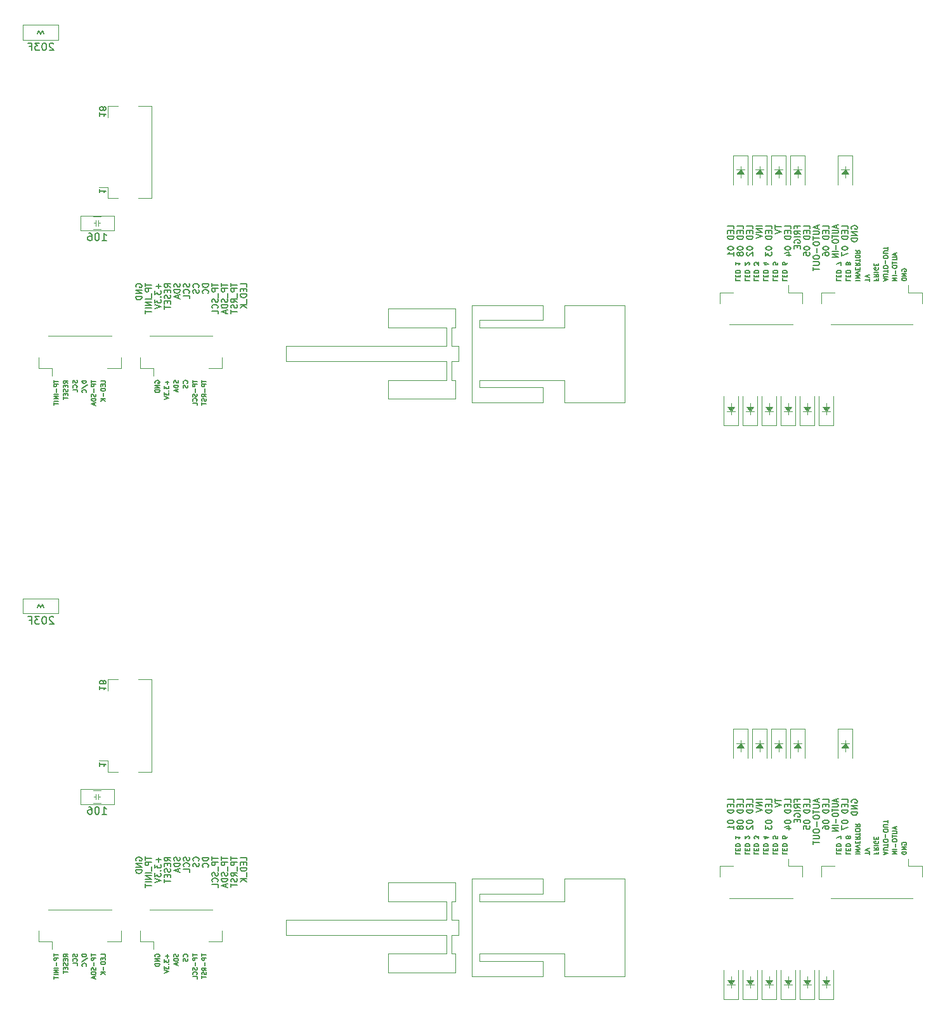
<source format=gbr>
%TF.GenerationSoftware,KiCad,Pcbnew,8.0.8*%
%TF.CreationDate,2025-02-23T19:37:12+09:00*%
%TF.ProjectId,Marre-Cover-V2.2,4d617272-652d-4436-9f76-65722d56322e,rev?*%
%TF.SameCoordinates,Original*%
%TF.FileFunction,Legend,Bot*%
%TF.FilePolarity,Positive*%
%FSLAX46Y46*%
G04 Gerber Fmt 4.6, Leading zero omitted, Abs format (unit mm)*
G04 Created by KiCad (PCBNEW 8.0.8) date 2025-02-23 19:37:12*
%MOMM*%
%LPD*%
G01*
G04 APERTURE LIST*
%ADD10C,0.150000*%
%ADD11C,0.120000*%
%ADD12C,0.100000*%
%ADD13C,0.200000*%
G04 APERTURE END LIST*
D10*
X138722295Y-128050112D02*
X138722295Y-127669160D01*
X138722295Y-127669160D02*
X137922295Y-127669160D01*
X138303247Y-128316779D02*
X138303247Y-128583445D01*
X138722295Y-128697731D02*
X138722295Y-128316779D01*
X138722295Y-128316779D02*
X137922295Y-128316779D01*
X137922295Y-128316779D02*
X137922295Y-128697731D01*
X138722295Y-129040589D02*
X137922295Y-129040589D01*
X137922295Y-129040589D02*
X137922295Y-129231065D01*
X137922295Y-129231065D02*
X137960390Y-129345351D01*
X137960390Y-129345351D02*
X138036580Y-129421541D01*
X138036580Y-129421541D02*
X138112771Y-129459636D01*
X138112771Y-129459636D02*
X138265152Y-129497732D01*
X138265152Y-129497732D02*
X138379438Y-129497732D01*
X138379438Y-129497732D02*
X138531819Y-129459636D01*
X138531819Y-129459636D02*
X138608009Y-129421541D01*
X138608009Y-129421541D02*
X138684200Y-129345351D01*
X138684200Y-129345351D02*
X138722295Y-129231065D01*
X138722295Y-129231065D02*
X138722295Y-129040589D01*
X137922295Y-130602494D02*
X137922295Y-130678684D01*
X137922295Y-130678684D02*
X137960390Y-130754875D01*
X137960390Y-130754875D02*
X137998485Y-130792970D01*
X137998485Y-130792970D02*
X138074676Y-130831065D01*
X138074676Y-130831065D02*
X138227057Y-130869160D01*
X138227057Y-130869160D02*
X138417533Y-130869160D01*
X138417533Y-130869160D02*
X138569914Y-130831065D01*
X138569914Y-130831065D02*
X138646104Y-130792970D01*
X138646104Y-130792970D02*
X138684200Y-130754875D01*
X138684200Y-130754875D02*
X138722295Y-130678684D01*
X138722295Y-130678684D02*
X138722295Y-130602494D01*
X138722295Y-130602494D02*
X138684200Y-130526303D01*
X138684200Y-130526303D02*
X138646104Y-130488208D01*
X138646104Y-130488208D02*
X138569914Y-130450113D01*
X138569914Y-130450113D02*
X138417533Y-130412017D01*
X138417533Y-130412017D02*
X138227057Y-130412017D01*
X138227057Y-130412017D02*
X138074676Y-130450113D01*
X138074676Y-130450113D02*
X137998485Y-130488208D01*
X137998485Y-130488208D02*
X137960390Y-130526303D01*
X137960390Y-130526303D02*
X137922295Y-130602494D01*
X138722295Y-131631065D02*
X138722295Y-131173922D01*
X138722295Y-131402494D02*
X137922295Y-131402494D01*
X137922295Y-131402494D02*
X138036580Y-131326303D01*
X138036580Y-131326303D02*
X138112771Y-131250113D01*
X138112771Y-131250113D02*
X138150866Y-131173922D01*
X141262295Y-128050112D02*
X141262295Y-127669160D01*
X141262295Y-127669160D02*
X140462295Y-127669160D01*
X140843247Y-128316779D02*
X140843247Y-128583445D01*
X141262295Y-128697731D02*
X141262295Y-128316779D01*
X141262295Y-128316779D02*
X140462295Y-128316779D01*
X140462295Y-128316779D02*
X140462295Y-128697731D01*
X141262295Y-129040589D02*
X140462295Y-129040589D01*
X140462295Y-129040589D02*
X140462295Y-129231065D01*
X140462295Y-129231065D02*
X140500390Y-129345351D01*
X140500390Y-129345351D02*
X140576580Y-129421541D01*
X140576580Y-129421541D02*
X140652771Y-129459636D01*
X140652771Y-129459636D02*
X140805152Y-129497732D01*
X140805152Y-129497732D02*
X140919438Y-129497732D01*
X140919438Y-129497732D02*
X141071819Y-129459636D01*
X141071819Y-129459636D02*
X141148009Y-129421541D01*
X141148009Y-129421541D02*
X141224200Y-129345351D01*
X141224200Y-129345351D02*
X141262295Y-129231065D01*
X141262295Y-129231065D02*
X141262295Y-129040589D01*
X140462295Y-130602494D02*
X140462295Y-130678684D01*
X140462295Y-130678684D02*
X140500390Y-130754875D01*
X140500390Y-130754875D02*
X140538485Y-130792970D01*
X140538485Y-130792970D02*
X140614676Y-130831065D01*
X140614676Y-130831065D02*
X140767057Y-130869160D01*
X140767057Y-130869160D02*
X140957533Y-130869160D01*
X140957533Y-130869160D02*
X141109914Y-130831065D01*
X141109914Y-130831065D02*
X141186104Y-130792970D01*
X141186104Y-130792970D02*
X141224200Y-130754875D01*
X141224200Y-130754875D02*
X141262295Y-130678684D01*
X141262295Y-130678684D02*
X141262295Y-130602494D01*
X141262295Y-130602494D02*
X141224200Y-130526303D01*
X141224200Y-130526303D02*
X141186104Y-130488208D01*
X141186104Y-130488208D02*
X141109914Y-130450113D01*
X141109914Y-130450113D02*
X140957533Y-130412017D01*
X140957533Y-130412017D02*
X140767057Y-130412017D01*
X140767057Y-130412017D02*
X140614676Y-130450113D01*
X140614676Y-130450113D02*
X140538485Y-130488208D01*
X140538485Y-130488208D02*
X140500390Y-130526303D01*
X140500390Y-130526303D02*
X140462295Y-130602494D01*
X140538485Y-131173922D02*
X140500390Y-131212018D01*
X140500390Y-131212018D02*
X140462295Y-131288208D01*
X140462295Y-131288208D02*
X140462295Y-131478684D01*
X140462295Y-131478684D02*
X140500390Y-131554875D01*
X140500390Y-131554875D02*
X140538485Y-131592970D01*
X140538485Y-131592970D02*
X140614676Y-131631065D01*
X140614676Y-131631065D02*
X140690866Y-131631065D01*
X140690866Y-131631065D02*
X140805152Y-131592970D01*
X140805152Y-131592970D02*
X141262295Y-131135827D01*
X141262295Y-131135827D02*
X141262295Y-131631065D01*
X143802295Y-128050112D02*
X143802295Y-127669160D01*
X143802295Y-127669160D02*
X143002295Y-127669160D01*
X143383247Y-128316779D02*
X143383247Y-128583445D01*
X143802295Y-128697731D02*
X143802295Y-128316779D01*
X143802295Y-128316779D02*
X143002295Y-128316779D01*
X143002295Y-128316779D02*
X143002295Y-128697731D01*
X143802295Y-129040589D02*
X143002295Y-129040589D01*
X143002295Y-129040589D02*
X143002295Y-129231065D01*
X143002295Y-129231065D02*
X143040390Y-129345351D01*
X143040390Y-129345351D02*
X143116580Y-129421541D01*
X143116580Y-129421541D02*
X143192771Y-129459636D01*
X143192771Y-129459636D02*
X143345152Y-129497732D01*
X143345152Y-129497732D02*
X143459438Y-129497732D01*
X143459438Y-129497732D02*
X143611819Y-129459636D01*
X143611819Y-129459636D02*
X143688009Y-129421541D01*
X143688009Y-129421541D02*
X143764200Y-129345351D01*
X143764200Y-129345351D02*
X143802295Y-129231065D01*
X143802295Y-129231065D02*
X143802295Y-129040589D01*
X143002295Y-130602494D02*
X143002295Y-130678684D01*
X143002295Y-130678684D02*
X143040390Y-130754875D01*
X143040390Y-130754875D02*
X143078485Y-130792970D01*
X143078485Y-130792970D02*
X143154676Y-130831065D01*
X143154676Y-130831065D02*
X143307057Y-130869160D01*
X143307057Y-130869160D02*
X143497533Y-130869160D01*
X143497533Y-130869160D02*
X143649914Y-130831065D01*
X143649914Y-130831065D02*
X143726104Y-130792970D01*
X143726104Y-130792970D02*
X143764200Y-130754875D01*
X143764200Y-130754875D02*
X143802295Y-130678684D01*
X143802295Y-130678684D02*
X143802295Y-130602494D01*
X143802295Y-130602494D02*
X143764200Y-130526303D01*
X143764200Y-130526303D02*
X143726104Y-130488208D01*
X143726104Y-130488208D02*
X143649914Y-130450113D01*
X143649914Y-130450113D02*
X143497533Y-130412017D01*
X143497533Y-130412017D02*
X143307057Y-130412017D01*
X143307057Y-130412017D02*
X143154676Y-130450113D01*
X143154676Y-130450113D02*
X143078485Y-130488208D01*
X143078485Y-130488208D02*
X143040390Y-130526303D01*
X143040390Y-130526303D02*
X143002295Y-130602494D01*
X143002295Y-131135827D02*
X143002295Y-131631065D01*
X143002295Y-131631065D02*
X143307057Y-131364399D01*
X143307057Y-131364399D02*
X143307057Y-131478684D01*
X143307057Y-131478684D02*
X143345152Y-131554875D01*
X143345152Y-131554875D02*
X143383247Y-131592970D01*
X143383247Y-131592970D02*
X143459438Y-131631065D01*
X143459438Y-131631065D02*
X143649914Y-131631065D01*
X143649914Y-131631065D02*
X143726104Y-131592970D01*
X143726104Y-131592970D02*
X143764200Y-131554875D01*
X143764200Y-131554875D02*
X143802295Y-131478684D01*
X143802295Y-131478684D02*
X143802295Y-131250113D01*
X143802295Y-131250113D02*
X143764200Y-131173922D01*
X143764200Y-131173922D02*
X143726104Y-131135827D01*
X146342295Y-128050112D02*
X146342295Y-127669160D01*
X146342295Y-127669160D02*
X145542295Y-127669160D01*
X145923247Y-128316779D02*
X145923247Y-128583445D01*
X146342295Y-128697731D02*
X146342295Y-128316779D01*
X146342295Y-128316779D02*
X145542295Y-128316779D01*
X145542295Y-128316779D02*
X145542295Y-128697731D01*
X146342295Y-129040589D02*
X145542295Y-129040589D01*
X145542295Y-129040589D02*
X145542295Y-129231065D01*
X145542295Y-129231065D02*
X145580390Y-129345351D01*
X145580390Y-129345351D02*
X145656580Y-129421541D01*
X145656580Y-129421541D02*
X145732771Y-129459636D01*
X145732771Y-129459636D02*
X145885152Y-129497732D01*
X145885152Y-129497732D02*
X145999438Y-129497732D01*
X145999438Y-129497732D02*
X146151819Y-129459636D01*
X146151819Y-129459636D02*
X146228009Y-129421541D01*
X146228009Y-129421541D02*
X146304200Y-129345351D01*
X146304200Y-129345351D02*
X146342295Y-129231065D01*
X146342295Y-129231065D02*
X146342295Y-129040589D01*
X145542295Y-130602494D02*
X145542295Y-130678684D01*
X145542295Y-130678684D02*
X145580390Y-130754875D01*
X145580390Y-130754875D02*
X145618485Y-130792970D01*
X145618485Y-130792970D02*
X145694676Y-130831065D01*
X145694676Y-130831065D02*
X145847057Y-130869160D01*
X145847057Y-130869160D02*
X146037533Y-130869160D01*
X146037533Y-130869160D02*
X146189914Y-130831065D01*
X146189914Y-130831065D02*
X146266104Y-130792970D01*
X146266104Y-130792970D02*
X146304200Y-130754875D01*
X146304200Y-130754875D02*
X146342295Y-130678684D01*
X146342295Y-130678684D02*
X146342295Y-130602494D01*
X146342295Y-130602494D02*
X146304200Y-130526303D01*
X146304200Y-130526303D02*
X146266104Y-130488208D01*
X146266104Y-130488208D02*
X146189914Y-130450113D01*
X146189914Y-130450113D02*
X146037533Y-130412017D01*
X146037533Y-130412017D02*
X145847057Y-130412017D01*
X145847057Y-130412017D02*
X145694676Y-130450113D01*
X145694676Y-130450113D02*
X145618485Y-130488208D01*
X145618485Y-130488208D02*
X145580390Y-130526303D01*
X145580390Y-130526303D02*
X145542295Y-130602494D01*
X145808961Y-131554875D02*
X146342295Y-131554875D01*
X145504200Y-131364399D02*
X146075628Y-131173922D01*
X146075628Y-131173922D02*
X146075628Y-131669161D01*
X148882295Y-128050112D02*
X148882295Y-127669160D01*
X148882295Y-127669160D02*
X148082295Y-127669160D01*
X148463247Y-128316779D02*
X148463247Y-128583445D01*
X148882295Y-128697731D02*
X148882295Y-128316779D01*
X148882295Y-128316779D02*
X148082295Y-128316779D01*
X148082295Y-128316779D02*
X148082295Y-128697731D01*
X148882295Y-129040589D02*
X148082295Y-129040589D01*
X148082295Y-129040589D02*
X148082295Y-129231065D01*
X148082295Y-129231065D02*
X148120390Y-129345351D01*
X148120390Y-129345351D02*
X148196580Y-129421541D01*
X148196580Y-129421541D02*
X148272771Y-129459636D01*
X148272771Y-129459636D02*
X148425152Y-129497732D01*
X148425152Y-129497732D02*
X148539438Y-129497732D01*
X148539438Y-129497732D02*
X148691819Y-129459636D01*
X148691819Y-129459636D02*
X148768009Y-129421541D01*
X148768009Y-129421541D02*
X148844200Y-129345351D01*
X148844200Y-129345351D02*
X148882295Y-129231065D01*
X148882295Y-129231065D02*
X148882295Y-129040589D01*
X148082295Y-130602494D02*
X148082295Y-130678684D01*
X148082295Y-130678684D02*
X148120390Y-130754875D01*
X148120390Y-130754875D02*
X148158485Y-130792970D01*
X148158485Y-130792970D02*
X148234676Y-130831065D01*
X148234676Y-130831065D02*
X148387057Y-130869160D01*
X148387057Y-130869160D02*
X148577533Y-130869160D01*
X148577533Y-130869160D02*
X148729914Y-130831065D01*
X148729914Y-130831065D02*
X148806104Y-130792970D01*
X148806104Y-130792970D02*
X148844200Y-130754875D01*
X148844200Y-130754875D02*
X148882295Y-130678684D01*
X148882295Y-130678684D02*
X148882295Y-130602494D01*
X148882295Y-130602494D02*
X148844200Y-130526303D01*
X148844200Y-130526303D02*
X148806104Y-130488208D01*
X148806104Y-130488208D02*
X148729914Y-130450113D01*
X148729914Y-130450113D02*
X148577533Y-130412017D01*
X148577533Y-130412017D02*
X148387057Y-130412017D01*
X148387057Y-130412017D02*
X148234676Y-130450113D01*
X148234676Y-130450113D02*
X148158485Y-130488208D01*
X148158485Y-130488208D02*
X148120390Y-130526303D01*
X148120390Y-130526303D02*
X148082295Y-130602494D01*
X148082295Y-131592970D02*
X148082295Y-131212018D01*
X148082295Y-131212018D02*
X148463247Y-131173922D01*
X148463247Y-131173922D02*
X148425152Y-131212018D01*
X148425152Y-131212018D02*
X148387057Y-131288208D01*
X148387057Y-131288208D02*
X148387057Y-131478684D01*
X148387057Y-131478684D02*
X148425152Y-131554875D01*
X148425152Y-131554875D02*
X148463247Y-131592970D01*
X148463247Y-131592970D02*
X148539438Y-131631065D01*
X148539438Y-131631065D02*
X148729914Y-131631065D01*
X148729914Y-131631065D02*
X148806104Y-131592970D01*
X148806104Y-131592970D02*
X148844200Y-131554875D01*
X148844200Y-131554875D02*
X148882295Y-131478684D01*
X148882295Y-131478684D02*
X148882295Y-131288208D01*
X148882295Y-131288208D02*
X148844200Y-131212018D01*
X148844200Y-131212018D02*
X148806104Y-131173922D01*
X151422295Y-128050112D02*
X151422295Y-127669160D01*
X151422295Y-127669160D02*
X150622295Y-127669160D01*
X151003247Y-128316779D02*
X151003247Y-128583445D01*
X151422295Y-128697731D02*
X151422295Y-128316779D01*
X151422295Y-128316779D02*
X150622295Y-128316779D01*
X150622295Y-128316779D02*
X150622295Y-128697731D01*
X151422295Y-129040589D02*
X150622295Y-129040589D01*
X150622295Y-129040589D02*
X150622295Y-129231065D01*
X150622295Y-129231065D02*
X150660390Y-129345351D01*
X150660390Y-129345351D02*
X150736580Y-129421541D01*
X150736580Y-129421541D02*
X150812771Y-129459636D01*
X150812771Y-129459636D02*
X150965152Y-129497732D01*
X150965152Y-129497732D02*
X151079438Y-129497732D01*
X151079438Y-129497732D02*
X151231819Y-129459636D01*
X151231819Y-129459636D02*
X151308009Y-129421541D01*
X151308009Y-129421541D02*
X151384200Y-129345351D01*
X151384200Y-129345351D02*
X151422295Y-129231065D01*
X151422295Y-129231065D02*
X151422295Y-129040589D01*
X150622295Y-130602494D02*
X150622295Y-130678684D01*
X150622295Y-130678684D02*
X150660390Y-130754875D01*
X150660390Y-130754875D02*
X150698485Y-130792970D01*
X150698485Y-130792970D02*
X150774676Y-130831065D01*
X150774676Y-130831065D02*
X150927057Y-130869160D01*
X150927057Y-130869160D02*
X151117533Y-130869160D01*
X151117533Y-130869160D02*
X151269914Y-130831065D01*
X151269914Y-130831065D02*
X151346104Y-130792970D01*
X151346104Y-130792970D02*
X151384200Y-130754875D01*
X151384200Y-130754875D02*
X151422295Y-130678684D01*
X151422295Y-130678684D02*
X151422295Y-130602494D01*
X151422295Y-130602494D02*
X151384200Y-130526303D01*
X151384200Y-130526303D02*
X151346104Y-130488208D01*
X151346104Y-130488208D02*
X151269914Y-130450113D01*
X151269914Y-130450113D02*
X151117533Y-130412017D01*
X151117533Y-130412017D02*
X150927057Y-130412017D01*
X150927057Y-130412017D02*
X150774676Y-130450113D01*
X150774676Y-130450113D02*
X150698485Y-130488208D01*
X150698485Y-130488208D02*
X150660390Y-130526303D01*
X150660390Y-130526303D02*
X150622295Y-130602494D01*
X150622295Y-131554875D02*
X150622295Y-131402494D01*
X150622295Y-131402494D02*
X150660390Y-131326303D01*
X150660390Y-131326303D02*
X150698485Y-131288208D01*
X150698485Y-131288208D02*
X150812771Y-131212018D01*
X150812771Y-131212018D02*
X150965152Y-131173922D01*
X150965152Y-131173922D02*
X151269914Y-131173922D01*
X151269914Y-131173922D02*
X151346104Y-131212018D01*
X151346104Y-131212018D02*
X151384200Y-131250113D01*
X151384200Y-131250113D02*
X151422295Y-131326303D01*
X151422295Y-131326303D02*
X151422295Y-131478684D01*
X151422295Y-131478684D02*
X151384200Y-131554875D01*
X151384200Y-131554875D02*
X151346104Y-131592970D01*
X151346104Y-131592970D02*
X151269914Y-131631065D01*
X151269914Y-131631065D02*
X151079438Y-131631065D01*
X151079438Y-131631065D02*
X151003247Y-131592970D01*
X151003247Y-131592970D02*
X150965152Y-131554875D01*
X150965152Y-131554875D02*
X150927057Y-131478684D01*
X150927057Y-131478684D02*
X150927057Y-131326303D01*
X150927057Y-131326303D02*
X150965152Y-131250113D01*
X150965152Y-131250113D02*
X151003247Y-131212018D01*
X151003247Y-131212018D02*
X151079438Y-131173922D01*
X153962295Y-128050112D02*
X153962295Y-127669160D01*
X153962295Y-127669160D02*
X153162295Y-127669160D01*
X153543247Y-128316779D02*
X153543247Y-128583445D01*
X153962295Y-128697731D02*
X153962295Y-128316779D01*
X153962295Y-128316779D02*
X153162295Y-128316779D01*
X153162295Y-128316779D02*
X153162295Y-128697731D01*
X153962295Y-129040589D02*
X153162295Y-129040589D01*
X153162295Y-129040589D02*
X153162295Y-129231065D01*
X153162295Y-129231065D02*
X153200390Y-129345351D01*
X153200390Y-129345351D02*
X153276580Y-129421541D01*
X153276580Y-129421541D02*
X153352771Y-129459636D01*
X153352771Y-129459636D02*
X153505152Y-129497732D01*
X153505152Y-129497732D02*
X153619438Y-129497732D01*
X153619438Y-129497732D02*
X153771819Y-129459636D01*
X153771819Y-129459636D02*
X153848009Y-129421541D01*
X153848009Y-129421541D02*
X153924200Y-129345351D01*
X153924200Y-129345351D02*
X153962295Y-129231065D01*
X153962295Y-129231065D02*
X153962295Y-129040589D01*
X153162295Y-130602494D02*
X153162295Y-130678684D01*
X153162295Y-130678684D02*
X153200390Y-130754875D01*
X153200390Y-130754875D02*
X153238485Y-130792970D01*
X153238485Y-130792970D02*
X153314676Y-130831065D01*
X153314676Y-130831065D02*
X153467057Y-130869160D01*
X153467057Y-130869160D02*
X153657533Y-130869160D01*
X153657533Y-130869160D02*
X153809914Y-130831065D01*
X153809914Y-130831065D02*
X153886104Y-130792970D01*
X153886104Y-130792970D02*
X153924200Y-130754875D01*
X153924200Y-130754875D02*
X153962295Y-130678684D01*
X153962295Y-130678684D02*
X153962295Y-130602494D01*
X153962295Y-130602494D02*
X153924200Y-130526303D01*
X153924200Y-130526303D02*
X153886104Y-130488208D01*
X153886104Y-130488208D02*
X153809914Y-130450113D01*
X153809914Y-130450113D02*
X153657533Y-130412017D01*
X153657533Y-130412017D02*
X153467057Y-130412017D01*
X153467057Y-130412017D02*
X153314676Y-130450113D01*
X153314676Y-130450113D02*
X153238485Y-130488208D01*
X153238485Y-130488208D02*
X153200390Y-130526303D01*
X153200390Y-130526303D02*
X153162295Y-130602494D01*
X153162295Y-131135827D02*
X153162295Y-131669161D01*
X153162295Y-131669161D02*
X153962295Y-131326303D01*
X139992295Y-128050112D02*
X139992295Y-127669160D01*
X139992295Y-127669160D02*
X139192295Y-127669160D01*
X139573247Y-128316779D02*
X139573247Y-128583445D01*
X139992295Y-128697731D02*
X139992295Y-128316779D01*
X139992295Y-128316779D02*
X139192295Y-128316779D01*
X139192295Y-128316779D02*
X139192295Y-128697731D01*
X139992295Y-129040589D02*
X139192295Y-129040589D01*
X139192295Y-129040589D02*
X139192295Y-129231065D01*
X139192295Y-129231065D02*
X139230390Y-129345351D01*
X139230390Y-129345351D02*
X139306580Y-129421541D01*
X139306580Y-129421541D02*
X139382771Y-129459636D01*
X139382771Y-129459636D02*
X139535152Y-129497732D01*
X139535152Y-129497732D02*
X139649438Y-129497732D01*
X139649438Y-129497732D02*
X139801819Y-129459636D01*
X139801819Y-129459636D02*
X139878009Y-129421541D01*
X139878009Y-129421541D02*
X139954200Y-129345351D01*
X139954200Y-129345351D02*
X139992295Y-129231065D01*
X139992295Y-129231065D02*
X139992295Y-129040589D01*
X139192295Y-130602494D02*
X139192295Y-130678684D01*
X139192295Y-130678684D02*
X139230390Y-130754875D01*
X139230390Y-130754875D02*
X139268485Y-130792970D01*
X139268485Y-130792970D02*
X139344676Y-130831065D01*
X139344676Y-130831065D02*
X139497057Y-130869160D01*
X139497057Y-130869160D02*
X139687533Y-130869160D01*
X139687533Y-130869160D02*
X139839914Y-130831065D01*
X139839914Y-130831065D02*
X139916104Y-130792970D01*
X139916104Y-130792970D02*
X139954200Y-130754875D01*
X139954200Y-130754875D02*
X139992295Y-130678684D01*
X139992295Y-130678684D02*
X139992295Y-130602494D01*
X139992295Y-130602494D02*
X139954200Y-130526303D01*
X139954200Y-130526303D02*
X139916104Y-130488208D01*
X139916104Y-130488208D02*
X139839914Y-130450113D01*
X139839914Y-130450113D02*
X139687533Y-130412017D01*
X139687533Y-130412017D02*
X139497057Y-130412017D01*
X139497057Y-130412017D02*
X139344676Y-130450113D01*
X139344676Y-130450113D02*
X139268485Y-130488208D01*
X139268485Y-130488208D02*
X139230390Y-130526303D01*
X139230390Y-130526303D02*
X139192295Y-130602494D01*
X139535152Y-131326303D02*
X139497057Y-131250113D01*
X139497057Y-131250113D02*
X139458961Y-131212018D01*
X139458961Y-131212018D02*
X139382771Y-131173922D01*
X139382771Y-131173922D02*
X139344676Y-131173922D01*
X139344676Y-131173922D02*
X139268485Y-131212018D01*
X139268485Y-131212018D02*
X139230390Y-131250113D01*
X139230390Y-131250113D02*
X139192295Y-131326303D01*
X139192295Y-131326303D02*
X139192295Y-131478684D01*
X139192295Y-131478684D02*
X139230390Y-131554875D01*
X139230390Y-131554875D02*
X139268485Y-131592970D01*
X139268485Y-131592970D02*
X139344676Y-131631065D01*
X139344676Y-131631065D02*
X139382771Y-131631065D01*
X139382771Y-131631065D02*
X139458961Y-131592970D01*
X139458961Y-131592970D02*
X139497057Y-131554875D01*
X139497057Y-131554875D02*
X139535152Y-131478684D01*
X139535152Y-131478684D02*
X139535152Y-131326303D01*
X139535152Y-131326303D02*
X139573247Y-131250113D01*
X139573247Y-131250113D02*
X139611342Y-131212018D01*
X139611342Y-131212018D02*
X139687533Y-131173922D01*
X139687533Y-131173922D02*
X139839914Y-131173922D01*
X139839914Y-131173922D02*
X139916104Y-131212018D01*
X139916104Y-131212018D02*
X139954200Y-131250113D01*
X139954200Y-131250113D02*
X139992295Y-131326303D01*
X139992295Y-131326303D02*
X139992295Y-131478684D01*
X139992295Y-131478684D02*
X139954200Y-131554875D01*
X139954200Y-131554875D02*
X139916104Y-131592970D01*
X139916104Y-131592970D02*
X139839914Y-131631065D01*
X139839914Y-131631065D02*
X139687533Y-131631065D01*
X139687533Y-131631065D02*
X139611342Y-131592970D01*
X139611342Y-131592970D02*
X139573247Y-131554875D01*
X139573247Y-131554875D02*
X139535152Y-131478684D01*
X142532295Y-127669160D02*
X141732295Y-127669160D01*
X142532295Y-128050112D02*
X141732295Y-128050112D01*
X141732295Y-128050112D02*
X142532295Y-128507255D01*
X142532295Y-128507255D02*
X141732295Y-128507255D01*
X141732295Y-128773921D02*
X142532295Y-129040588D01*
X142532295Y-129040588D02*
X141732295Y-129307254D01*
X144272295Y-127554874D02*
X144272295Y-128012017D01*
X145072295Y-127783445D02*
X144272295Y-127783445D01*
X144272295Y-128164398D02*
X145072295Y-128431065D01*
X145072295Y-128431065D02*
X144272295Y-128697731D01*
X147193247Y-127935826D02*
X147193247Y-127669160D01*
X147612295Y-127669160D02*
X146812295Y-127669160D01*
X146812295Y-127669160D02*
X146812295Y-128050112D01*
X147612295Y-128812017D02*
X147231342Y-128545350D01*
X147612295Y-128354874D02*
X146812295Y-128354874D01*
X146812295Y-128354874D02*
X146812295Y-128659636D01*
X146812295Y-128659636D02*
X146850390Y-128735826D01*
X146850390Y-128735826D02*
X146888485Y-128773921D01*
X146888485Y-128773921D02*
X146964676Y-128812017D01*
X146964676Y-128812017D02*
X147078961Y-128812017D01*
X147078961Y-128812017D02*
X147155152Y-128773921D01*
X147155152Y-128773921D02*
X147193247Y-128735826D01*
X147193247Y-128735826D02*
X147231342Y-128659636D01*
X147231342Y-128659636D02*
X147231342Y-128354874D01*
X147612295Y-129154874D02*
X146812295Y-129154874D01*
X146850390Y-129954873D02*
X146812295Y-129878683D01*
X146812295Y-129878683D02*
X146812295Y-129764397D01*
X146812295Y-129764397D02*
X146850390Y-129650111D01*
X146850390Y-129650111D02*
X146926580Y-129573921D01*
X146926580Y-129573921D02*
X147002771Y-129535826D01*
X147002771Y-129535826D02*
X147155152Y-129497730D01*
X147155152Y-129497730D02*
X147269438Y-129497730D01*
X147269438Y-129497730D02*
X147421819Y-129535826D01*
X147421819Y-129535826D02*
X147498009Y-129573921D01*
X147498009Y-129573921D02*
X147574200Y-129650111D01*
X147574200Y-129650111D02*
X147612295Y-129764397D01*
X147612295Y-129764397D02*
X147612295Y-129840588D01*
X147612295Y-129840588D02*
X147574200Y-129954873D01*
X147574200Y-129954873D02*
X147536104Y-129992969D01*
X147536104Y-129992969D02*
X147269438Y-129992969D01*
X147269438Y-129992969D02*
X147269438Y-129840588D01*
X147193247Y-130335826D02*
X147193247Y-130602492D01*
X147612295Y-130716778D02*
X147612295Y-130335826D01*
X147612295Y-130335826D02*
X146812295Y-130335826D01*
X146812295Y-130335826D02*
X146812295Y-130716778D01*
X154470390Y-128088207D02*
X154432295Y-128012017D01*
X154432295Y-128012017D02*
X154432295Y-127897731D01*
X154432295Y-127897731D02*
X154470390Y-127783445D01*
X154470390Y-127783445D02*
X154546580Y-127707255D01*
X154546580Y-127707255D02*
X154622771Y-127669160D01*
X154622771Y-127669160D02*
X154775152Y-127631064D01*
X154775152Y-127631064D02*
X154889438Y-127631064D01*
X154889438Y-127631064D02*
X155041819Y-127669160D01*
X155041819Y-127669160D02*
X155118009Y-127707255D01*
X155118009Y-127707255D02*
X155194200Y-127783445D01*
X155194200Y-127783445D02*
X155232295Y-127897731D01*
X155232295Y-127897731D02*
X155232295Y-127973922D01*
X155232295Y-127973922D02*
X155194200Y-128088207D01*
X155194200Y-128088207D02*
X155156104Y-128126303D01*
X155156104Y-128126303D02*
X154889438Y-128126303D01*
X154889438Y-128126303D02*
X154889438Y-127973922D01*
X155232295Y-128469160D02*
X154432295Y-128469160D01*
X154432295Y-128469160D02*
X155232295Y-128926303D01*
X155232295Y-128926303D02*
X154432295Y-128926303D01*
X155232295Y-129307255D02*
X154432295Y-129307255D01*
X154432295Y-129307255D02*
X154432295Y-129497731D01*
X154432295Y-129497731D02*
X154470390Y-129612017D01*
X154470390Y-129612017D02*
X154546580Y-129688207D01*
X154546580Y-129688207D02*
X154622771Y-129726302D01*
X154622771Y-129726302D02*
X154775152Y-129764398D01*
X154775152Y-129764398D02*
X154889438Y-129764398D01*
X154889438Y-129764398D02*
X155041819Y-129726302D01*
X155041819Y-129726302D02*
X155118009Y-129688207D01*
X155118009Y-129688207D02*
X155194200Y-129612017D01*
X155194200Y-129612017D02*
X155232295Y-129497731D01*
X155232295Y-129497731D02*
X155232295Y-129307255D01*
X149923723Y-127631064D02*
X149923723Y-128012017D01*
X150152295Y-127554874D02*
X149352295Y-127821541D01*
X149352295Y-127821541D02*
X150152295Y-128088207D01*
X149352295Y-128354874D02*
X149999914Y-128354874D01*
X149999914Y-128354874D02*
X150076104Y-128392969D01*
X150076104Y-128392969D02*
X150114200Y-128431064D01*
X150114200Y-128431064D02*
X150152295Y-128507255D01*
X150152295Y-128507255D02*
X150152295Y-128659636D01*
X150152295Y-128659636D02*
X150114200Y-128735826D01*
X150114200Y-128735826D02*
X150076104Y-128773921D01*
X150076104Y-128773921D02*
X149999914Y-128812017D01*
X149999914Y-128812017D02*
X149352295Y-128812017D01*
X149352295Y-129078683D02*
X149352295Y-129535826D01*
X150152295Y-129307254D02*
X149352295Y-129307254D01*
X149352295Y-129954874D02*
X149352295Y-130107255D01*
X149352295Y-130107255D02*
X149390390Y-130183445D01*
X149390390Y-130183445D02*
X149466580Y-130259636D01*
X149466580Y-130259636D02*
X149618961Y-130297731D01*
X149618961Y-130297731D02*
X149885628Y-130297731D01*
X149885628Y-130297731D02*
X150038009Y-130259636D01*
X150038009Y-130259636D02*
X150114200Y-130183445D01*
X150114200Y-130183445D02*
X150152295Y-130107255D01*
X150152295Y-130107255D02*
X150152295Y-129954874D01*
X150152295Y-129954874D02*
X150114200Y-129878683D01*
X150114200Y-129878683D02*
X150038009Y-129802493D01*
X150038009Y-129802493D02*
X149885628Y-129764397D01*
X149885628Y-129764397D02*
X149618961Y-129764397D01*
X149618961Y-129764397D02*
X149466580Y-129802493D01*
X149466580Y-129802493D02*
X149390390Y-129878683D01*
X149390390Y-129878683D02*
X149352295Y-129954874D01*
X149847533Y-130640588D02*
X149847533Y-131250112D01*
X149352295Y-131783445D02*
X149352295Y-131935826D01*
X149352295Y-131935826D02*
X149390390Y-132012016D01*
X149390390Y-132012016D02*
X149466580Y-132088207D01*
X149466580Y-132088207D02*
X149618961Y-132126302D01*
X149618961Y-132126302D02*
X149885628Y-132126302D01*
X149885628Y-132126302D02*
X150038009Y-132088207D01*
X150038009Y-132088207D02*
X150114200Y-132012016D01*
X150114200Y-132012016D02*
X150152295Y-131935826D01*
X150152295Y-131935826D02*
X150152295Y-131783445D01*
X150152295Y-131783445D02*
X150114200Y-131707254D01*
X150114200Y-131707254D02*
X150038009Y-131631064D01*
X150038009Y-131631064D02*
X149885628Y-131592968D01*
X149885628Y-131592968D02*
X149618961Y-131592968D01*
X149618961Y-131592968D02*
X149466580Y-131631064D01*
X149466580Y-131631064D02*
X149390390Y-131707254D01*
X149390390Y-131707254D02*
X149352295Y-131783445D01*
X149352295Y-132469159D02*
X149999914Y-132469159D01*
X149999914Y-132469159D02*
X150076104Y-132507254D01*
X150076104Y-132507254D02*
X150114200Y-132545349D01*
X150114200Y-132545349D02*
X150152295Y-132621540D01*
X150152295Y-132621540D02*
X150152295Y-132773921D01*
X150152295Y-132773921D02*
X150114200Y-132850111D01*
X150114200Y-132850111D02*
X150076104Y-132888206D01*
X150076104Y-132888206D02*
X149999914Y-132926302D01*
X149999914Y-132926302D02*
X149352295Y-132926302D01*
X149352295Y-133192968D02*
X149352295Y-133650111D01*
X150152295Y-133421539D02*
X149352295Y-133421539D01*
X152463723Y-127612017D02*
X152463723Y-127945350D01*
X152692295Y-127545350D02*
X151892295Y-127778684D01*
X151892295Y-127778684D02*
X152692295Y-128012017D01*
X151892295Y-128245350D02*
X152539914Y-128245350D01*
X152539914Y-128245350D02*
X152616104Y-128278684D01*
X152616104Y-128278684D02*
X152654200Y-128312017D01*
X152654200Y-128312017D02*
X152692295Y-128378684D01*
X152692295Y-128378684D02*
X152692295Y-128512017D01*
X152692295Y-128512017D02*
X152654200Y-128578684D01*
X152654200Y-128578684D02*
X152616104Y-128612017D01*
X152616104Y-128612017D02*
X152539914Y-128645350D01*
X152539914Y-128645350D02*
X151892295Y-128645350D01*
X151892295Y-128878683D02*
X151892295Y-129278683D01*
X152692295Y-129078683D02*
X151892295Y-129078683D01*
X151892295Y-129645350D02*
X151892295Y-129778683D01*
X151892295Y-129778683D02*
X151930390Y-129845350D01*
X151930390Y-129845350D02*
X152006580Y-129912016D01*
X152006580Y-129912016D02*
X152158961Y-129945350D01*
X152158961Y-129945350D02*
X152425628Y-129945350D01*
X152425628Y-129945350D02*
X152578009Y-129912016D01*
X152578009Y-129912016D02*
X152654200Y-129845350D01*
X152654200Y-129845350D02*
X152692295Y-129778683D01*
X152692295Y-129778683D02*
X152692295Y-129645350D01*
X152692295Y-129645350D02*
X152654200Y-129578683D01*
X152654200Y-129578683D02*
X152578009Y-129512016D01*
X152578009Y-129512016D02*
X152425628Y-129478683D01*
X152425628Y-129478683D02*
X152158961Y-129478683D01*
X152158961Y-129478683D02*
X152006580Y-129512016D01*
X152006580Y-129512016D02*
X151930390Y-129578683D01*
X151930390Y-129578683D02*
X151892295Y-129645350D01*
X152387533Y-130245349D02*
X152387533Y-130778683D01*
X152692295Y-131112016D02*
X151892295Y-131112016D01*
X152692295Y-131445349D02*
X151892295Y-131445349D01*
X151892295Y-131445349D02*
X152692295Y-131845349D01*
X152692295Y-131845349D02*
X151892295Y-131845349D01*
X61508342Y-148638572D02*
X61479771Y-148581430D01*
X61479771Y-148581430D02*
X61479771Y-148495715D01*
X61479771Y-148495715D02*
X61508342Y-148410001D01*
X61508342Y-148410001D02*
X61565485Y-148352858D01*
X61565485Y-148352858D02*
X61622628Y-148324287D01*
X61622628Y-148324287D02*
X61736914Y-148295715D01*
X61736914Y-148295715D02*
X61822628Y-148295715D01*
X61822628Y-148295715D02*
X61936914Y-148324287D01*
X61936914Y-148324287D02*
X61994057Y-148352858D01*
X61994057Y-148352858D02*
X62051200Y-148410001D01*
X62051200Y-148410001D02*
X62079771Y-148495715D01*
X62079771Y-148495715D02*
X62079771Y-148552858D01*
X62079771Y-148552858D02*
X62051200Y-148638572D01*
X62051200Y-148638572D02*
X62022628Y-148667144D01*
X62022628Y-148667144D02*
X61822628Y-148667144D01*
X61822628Y-148667144D02*
X61822628Y-148552858D01*
X62079771Y-148924287D02*
X61479771Y-148924287D01*
X61479771Y-148924287D02*
X62079771Y-149267144D01*
X62079771Y-149267144D02*
X61479771Y-149267144D01*
X62079771Y-149552858D02*
X61479771Y-149552858D01*
X61479771Y-149552858D02*
X61479771Y-149695715D01*
X61479771Y-149695715D02*
X61508342Y-149781429D01*
X61508342Y-149781429D02*
X61565485Y-149838572D01*
X61565485Y-149838572D02*
X61622628Y-149867143D01*
X61622628Y-149867143D02*
X61736914Y-149895715D01*
X61736914Y-149895715D02*
X61822628Y-149895715D01*
X61822628Y-149895715D02*
X61936914Y-149867143D01*
X61936914Y-149867143D02*
X61994057Y-149838572D01*
X61994057Y-149838572D02*
X62051200Y-149781429D01*
X62051200Y-149781429D02*
X62079771Y-149695715D01*
X62079771Y-149695715D02*
X62079771Y-149552858D01*
X63101200Y-148324287D02*
X63101200Y-148781430D01*
X63329771Y-148552858D02*
X62872628Y-148552858D01*
X62729771Y-149010001D02*
X62729771Y-149381429D01*
X62729771Y-149381429D02*
X62958342Y-149181429D01*
X62958342Y-149181429D02*
X62958342Y-149267144D01*
X62958342Y-149267144D02*
X62986914Y-149324287D01*
X62986914Y-149324287D02*
X63015485Y-149352858D01*
X63015485Y-149352858D02*
X63072628Y-149381429D01*
X63072628Y-149381429D02*
X63215485Y-149381429D01*
X63215485Y-149381429D02*
X63272628Y-149352858D01*
X63272628Y-149352858D02*
X63301200Y-149324287D01*
X63301200Y-149324287D02*
X63329771Y-149267144D01*
X63329771Y-149267144D02*
X63329771Y-149095715D01*
X63329771Y-149095715D02*
X63301200Y-149038572D01*
X63301200Y-149038572D02*
X63272628Y-149010001D01*
X63272628Y-149638573D02*
X63301200Y-149667144D01*
X63301200Y-149667144D02*
X63329771Y-149638573D01*
X63329771Y-149638573D02*
X63301200Y-149610001D01*
X63301200Y-149610001D02*
X63272628Y-149638573D01*
X63272628Y-149638573D02*
X63329771Y-149638573D01*
X62729771Y-149867144D02*
X62729771Y-150238572D01*
X62729771Y-150238572D02*
X62958342Y-150038572D01*
X62958342Y-150038572D02*
X62958342Y-150124287D01*
X62958342Y-150124287D02*
X62986914Y-150181430D01*
X62986914Y-150181430D02*
X63015485Y-150210001D01*
X63015485Y-150210001D02*
X63072628Y-150238572D01*
X63072628Y-150238572D02*
X63215485Y-150238572D01*
X63215485Y-150238572D02*
X63272628Y-150210001D01*
X63272628Y-150210001D02*
X63301200Y-150181430D01*
X63301200Y-150181430D02*
X63329771Y-150124287D01*
X63329771Y-150124287D02*
X63329771Y-149952858D01*
X63329771Y-149952858D02*
X63301200Y-149895715D01*
X63301200Y-149895715D02*
X63272628Y-149867144D01*
X62729771Y-150410001D02*
X63329771Y-150610001D01*
X63329771Y-150610001D02*
X62729771Y-150810001D01*
X64551200Y-148295715D02*
X64579771Y-148381430D01*
X64579771Y-148381430D02*
X64579771Y-148524287D01*
X64579771Y-148524287D02*
X64551200Y-148581430D01*
X64551200Y-148581430D02*
X64522628Y-148610001D01*
X64522628Y-148610001D02*
X64465485Y-148638572D01*
X64465485Y-148638572D02*
X64408342Y-148638572D01*
X64408342Y-148638572D02*
X64351200Y-148610001D01*
X64351200Y-148610001D02*
X64322628Y-148581430D01*
X64322628Y-148581430D02*
X64294057Y-148524287D01*
X64294057Y-148524287D02*
X64265485Y-148410001D01*
X64265485Y-148410001D02*
X64236914Y-148352858D01*
X64236914Y-148352858D02*
X64208342Y-148324287D01*
X64208342Y-148324287D02*
X64151200Y-148295715D01*
X64151200Y-148295715D02*
X64094057Y-148295715D01*
X64094057Y-148295715D02*
X64036914Y-148324287D01*
X64036914Y-148324287D02*
X64008342Y-148352858D01*
X64008342Y-148352858D02*
X63979771Y-148410001D01*
X63979771Y-148410001D02*
X63979771Y-148552858D01*
X63979771Y-148552858D02*
X64008342Y-148638572D01*
X64579771Y-148895716D02*
X63979771Y-148895716D01*
X63979771Y-148895716D02*
X63979771Y-149038573D01*
X63979771Y-149038573D02*
X64008342Y-149124287D01*
X64008342Y-149124287D02*
X64065485Y-149181430D01*
X64065485Y-149181430D02*
X64122628Y-149210001D01*
X64122628Y-149210001D02*
X64236914Y-149238573D01*
X64236914Y-149238573D02*
X64322628Y-149238573D01*
X64322628Y-149238573D02*
X64436914Y-149210001D01*
X64436914Y-149210001D02*
X64494057Y-149181430D01*
X64494057Y-149181430D02*
X64551200Y-149124287D01*
X64551200Y-149124287D02*
X64579771Y-149038573D01*
X64579771Y-149038573D02*
X64579771Y-148895716D01*
X64408342Y-149467144D02*
X64408342Y-149752859D01*
X64579771Y-149410001D02*
X63979771Y-149610001D01*
X63979771Y-149610001D02*
X64579771Y-149810001D01*
X65772628Y-148667144D02*
X65801200Y-148638572D01*
X65801200Y-148638572D02*
X65829771Y-148552858D01*
X65829771Y-148552858D02*
X65829771Y-148495715D01*
X65829771Y-148495715D02*
X65801200Y-148410001D01*
X65801200Y-148410001D02*
X65744057Y-148352858D01*
X65744057Y-148352858D02*
X65686914Y-148324287D01*
X65686914Y-148324287D02*
X65572628Y-148295715D01*
X65572628Y-148295715D02*
X65486914Y-148295715D01*
X65486914Y-148295715D02*
X65372628Y-148324287D01*
X65372628Y-148324287D02*
X65315485Y-148352858D01*
X65315485Y-148352858D02*
X65258342Y-148410001D01*
X65258342Y-148410001D02*
X65229771Y-148495715D01*
X65229771Y-148495715D02*
X65229771Y-148552858D01*
X65229771Y-148552858D02*
X65258342Y-148638572D01*
X65258342Y-148638572D02*
X65286914Y-148667144D01*
X65801200Y-148895715D02*
X65829771Y-148981430D01*
X65829771Y-148981430D02*
X65829771Y-149124287D01*
X65829771Y-149124287D02*
X65801200Y-149181430D01*
X65801200Y-149181430D02*
X65772628Y-149210001D01*
X65772628Y-149210001D02*
X65715485Y-149238572D01*
X65715485Y-149238572D02*
X65658342Y-149238572D01*
X65658342Y-149238572D02*
X65601200Y-149210001D01*
X65601200Y-149210001D02*
X65572628Y-149181430D01*
X65572628Y-149181430D02*
X65544057Y-149124287D01*
X65544057Y-149124287D02*
X65515485Y-149010001D01*
X65515485Y-149010001D02*
X65486914Y-148952858D01*
X65486914Y-148952858D02*
X65458342Y-148924287D01*
X65458342Y-148924287D02*
X65401200Y-148895715D01*
X65401200Y-148895715D02*
X65344057Y-148895715D01*
X65344057Y-148895715D02*
X65286914Y-148924287D01*
X65286914Y-148924287D02*
X65258342Y-148952858D01*
X65258342Y-148952858D02*
X65229771Y-149010001D01*
X65229771Y-149010001D02*
X65229771Y-149152858D01*
X65229771Y-149152858D02*
X65258342Y-149238572D01*
X66479771Y-148238572D02*
X66479771Y-148581430D01*
X67079771Y-148410001D02*
X66479771Y-148410001D01*
X67079771Y-148781430D02*
X66479771Y-148781430D01*
X66479771Y-148781430D02*
X66479771Y-149010001D01*
X66479771Y-149010001D02*
X66508342Y-149067144D01*
X66508342Y-149067144D02*
X66536914Y-149095715D01*
X66536914Y-149095715D02*
X66594057Y-149124287D01*
X66594057Y-149124287D02*
X66679771Y-149124287D01*
X66679771Y-149124287D02*
X66736914Y-149095715D01*
X66736914Y-149095715D02*
X66765485Y-149067144D01*
X66765485Y-149067144D02*
X66794057Y-149010001D01*
X66794057Y-149010001D02*
X66794057Y-148781430D01*
X66851200Y-149381430D02*
X66851200Y-149838573D01*
X67051200Y-150095715D02*
X67079771Y-150181430D01*
X67079771Y-150181430D02*
X67079771Y-150324287D01*
X67079771Y-150324287D02*
X67051200Y-150381430D01*
X67051200Y-150381430D02*
X67022628Y-150410001D01*
X67022628Y-150410001D02*
X66965485Y-150438572D01*
X66965485Y-150438572D02*
X66908342Y-150438572D01*
X66908342Y-150438572D02*
X66851200Y-150410001D01*
X66851200Y-150410001D02*
X66822628Y-150381430D01*
X66822628Y-150381430D02*
X66794057Y-150324287D01*
X66794057Y-150324287D02*
X66765485Y-150210001D01*
X66765485Y-150210001D02*
X66736914Y-150152858D01*
X66736914Y-150152858D02*
X66708342Y-150124287D01*
X66708342Y-150124287D02*
X66651200Y-150095715D01*
X66651200Y-150095715D02*
X66594057Y-150095715D01*
X66594057Y-150095715D02*
X66536914Y-150124287D01*
X66536914Y-150124287D02*
X66508342Y-150152858D01*
X66508342Y-150152858D02*
X66479771Y-150210001D01*
X66479771Y-150210001D02*
X66479771Y-150352858D01*
X66479771Y-150352858D02*
X66508342Y-150438572D01*
X67022628Y-151038573D02*
X67051200Y-151010001D01*
X67051200Y-151010001D02*
X67079771Y-150924287D01*
X67079771Y-150924287D02*
X67079771Y-150867144D01*
X67079771Y-150867144D02*
X67051200Y-150781430D01*
X67051200Y-150781430D02*
X66994057Y-150724287D01*
X66994057Y-150724287D02*
X66936914Y-150695716D01*
X66936914Y-150695716D02*
X66822628Y-150667144D01*
X66822628Y-150667144D02*
X66736914Y-150667144D01*
X66736914Y-150667144D02*
X66622628Y-150695716D01*
X66622628Y-150695716D02*
X66565485Y-150724287D01*
X66565485Y-150724287D02*
X66508342Y-150781430D01*
X66508342Y-150781430D02*
X66479771Y-150867144D01*
X66479771Y-150867144D02*
X66479771Y-150924287D01*
X66479771Y-150924287D02*
X66508342Y-151010001D01*
X66508342Y-151010001D02*
X66536914Y-151038573D01*
X67079771Y-151581430D02*
X67079771Y-151295716D01*
X67079771Y-151295716D02*
X66479771Y-151295716D01*
X67729771Y-148238571D02*
X67729771Y-148581429D01*
X68329771Y-148410000D02*
X67729771Y-148410000D01*
X68329771Y-148781429D02*
X67729771Y-148781429D01*
X67729771Y-148781429D02*
X67729771Y-149010000D01*
X67729771Y-149010000D02*
X67758342Y-149067143D01*
X67758342Y-149067143D02*
X67786914Y-149095714D01*
X67786914Y-149095714D02*
X67844057Y-149124286D01*
X67844057Y-149124286D02*
X67929771Y-149124286D01*
X67929771Y-149124286D02*
X67986914Y-149095714D01*
X67986914Y-149095714D02*
X68015485Y-149067143D01*
X68015485Y-149067143D02*
X68044057Y-149010000D01*
X68044057Y-149010000D02*
X68044057Y-148781429D01*
X68101200Y-149381429D02*
X68101200Y-149838572D01*
X68329771Y-150467143D02*
X68044057Y-150267143D01*
X68329771Y-150124286D02*
X67729771Y-150124286D01*
X67729771Y-150124286D02*
X67729771Y-150352857D01*
X67729771Y-150352857D02*
X67758342Y-150410000D01*
X67758342Y-150410000D02*
X67786914Y-150438571D01*
X67786914Y-150438571D02*
X67844057Y-150467143D01*
X67844057Y-150467143D02*
X67929771Y-150467143D01*
X67929771Y-150467143D02*
X67986914Y-150438571D01*
X67986914Y-150438571D02*
X68015485Y-150410000D01*
X68015485Y-150410000D02*
X68044057Y-150352857D01*
X68044057Y-150352857D02*
X68044057Y-150124286D01*
X68301200Y-150695714D02*
X68329771Y-150781429D01*
X68329771Y-150781429D02*
X68329771Y-150924286D01*
X68329771Y-150924286D02*
X68301200Y-150981429D01*
X68301200Y-150981429D02*
X68272628Y-151010000D01*
X68272628Y-151010000D02*
X68215485Y-151038571D01*
X68215485Y-151038571D02*
X68158342Y-151038571D01*
X68158342Y-151038571D02*
X68101200Y-151010000D01*
X68101200Y-151010000D02*
X68072628Y-150981429D01*
X68072628Y-150981429D02*
X68044057Y-150924286D01*
X68044057Y-150924286D02*
X68015485Y-150810000D01*
X68015485Y-150810000D02*
X67986914Y-150752857D01*
X67986914Y-150752857D02*
X67958342Y-150724286D01*
X67958342Y-150724286D02*
X67901200Y-150695714D01*
X67901200Y-150695714D02*
X67844057Y-150695714D01*
X67844057Y-150695714D02*
X67786914Y-150724286D01*
X67786914Y-150724286D02*
X67758342Y-150752857D01*
X67758342Y-150752857D02*
X67729771Y-150810000D01*
X67729771Y-150810000D02*
X67729771Y-150952857D01*
X67729771Y-150952857D02*
X67758342Y-151038571D01*
X67729771Y-151210000D02*
X67729771Y-151552858D01*
X68329771Y-151381429D02*
X67729771Y-151381429D01*
X152480228Y-134659999D02*
X152480228Y-134945713D01*
X152480228Y-134945713D02*
X153080228Y-134945713D01*
X152794514Y-134459999D02*
X152794514Y-134259999D01*
X152480228Y-134174285D02*
X152480228Y-134459999D01*
X152480228Y-134459999D02*
X153080228Y-134459999D01*
X153080228Y-134459999D02*
X153080228Y-134174285D01*
X152480228Y-133917142D02*
X153080228Y-133917142D01*
X153080228Y-133917142D02*
X153080228Y-133774285D01*
X153080228Y-133774285D02*
X153051657Y-133688571D01*
X153051657Y-133688571D02*
X152994514Y-133631428D01*
X152994514Y-133631428D02*
X152937371Y-133602857D01*
X152937371Y-133602857D02*
X152823085Y-133574285D01*
X152823085Y-133574285D02*
X152737371Y-133574285D01*
X152737371Y-133574285D02*
X152623085Y-133602857D01*
X152623085Y-133602857D02*
X152565942Y-133631428D01*
X152565942Y-133631428D02*
X152508800Y-133688571D01*
X152508800Y-133688571D02*
X152480228Y-133774285D01*
X152480228Y-133774285D02*
X152480228Y-133917142D01*
X153080228Y-132917142D02*
X153080228Y-132517142D01*
X153080228Y-132517142D02*
X152480228Y-132774285D01*
X153730228Y-134659999D02*
X153730228Y-134945713D01*
X153730228Y-134945713D02*
X154330228Y-134945713D01*
X154044514Y-134459999D02*
X154044514Y-134259999D01*
X153730228Y-134174285D02*
X153730228Y-134459999D01*
X153730228Y-134459999D02*
X154330228Y-134459999D01*
X154330228Y-134459999D02*
X154330228Y-134174285D01*
X153730228Y-133917142D02*
X154330228Y-133917142D01*
X154330228Y-133917142D02*
X154330228Y-133774285D01*
X154330228Y-133774285D02*
X154301657Y-133688571D01*
X154301657Y-133688571D02*
X154244514Y-133631428D01*
X154244514Y-133631428D02*
X154187371Y-133602857D01*
X154187371Y-133602857D02*
X154073085Y-133574285D01*
X154073085Y-133574285D02*
X153987371Y-133574285D01*
X153987371Y-133574285D02*
X153873085Y-133602857D01*
X153873085Y-133602857D02*
X153815942Y-133631428D01*
X153815942Y-133631428D02*
X153758800Y-133688571D01*
X153758800Y-133688571D02*
X153730228Y-133774285D01*
X153730228Y-133774285D02*
X153730228Y-133917142D01*
X154073085Y-132774285D02*
X154101657Y-132831428D01*
X154101657Y-132831428D02*
X154130228Y-132859999D01*
X154130228Y-132859999D02*
X154187371Y-132888571D01*
X154187371Y-132888571D02*
X154215942Y-132888571D01*
X154215942Y-132888571D02*
X154273085Y-132859999D01*
X154273085Y-132859999D02*
X154301657Y-132831428D01*
X154301657Y-132831428D02*
X154330228Y-132774285D01*
X154330228Y-132774285D02*
X154330228Y-132659999D01*
X154330228Y-132659999D02*
X154301657Y-132602857D01*
X154301657Y-132602857D02*
X154273085Y-132574285D01*
X154273085Y-132574285D02*
X154215942Y-132545714D01*
X154215942Y-132545714D02*
X154187371Y-132545714D01*
X154187371Y-132545714D02*
X154130228Y-132574285D01*
X154130228Y-132574285D02*
X154101657Y-132602857D01*
X154101657Y-132602857D02*
X154073085Y-132659999D01*
X154073085Y-132659999D02*
X154073085Y-132774285D01*
X154073085Y-132774285D02*
X154044514Y-132831428D01*
X154044514Y-132831428D02*
X154015942Y-132859999D01*
X154015942Y-132859999D02*
X153958800Y-132888571D01*
X153958800Y-132888571D02*
X153844514Y-132888571D01*
X153844514Y-132888571D02*
X153787371Y-132859999D01*
X153787371Y-132859999D02*
X153758800Y-132831428D01*
X153758800Y-132831428D02*
X153730228Y-132774285D01*
X153730228Y-132774285D02*
X153730228Y-132659999D01*
X153730228Y-132659999D02*
X153758800Y-132602857D01*
X153758800Y-132602857D02*
X153787371Y-132574285D01*
X153787371Y-132574285D02*
X153844514Y-132545714D01*
X153844514Y-132545714D02*
X153958800Y-132545714D01*
X153958800Y-132545714D02*
X154015942Y-132574285D01*
X154015942Y-132574285D02*
X154044514Y-132602857D01*
X154044514Y-132602857D02*
X154073085Y-132659999D01*
X154980228Y-134945714D02*
X155580228Y-134945714D01*
X154980228Y-134660000D02*
X155580228Y-134660000D01*
X155580228Y-134660000D02*
X154980228Y-134317143D01*
X154980228Y-134317143D02*
X155580228Y-134317143D01*
X155580228Y-134117144D02*
X154980228Y-133917144D01*
X154980228Y-133917144D02*
X155580228Y-133717144D01*
X155294514Y-133517143D02*
X155294514Y-133317143D01*
X154980228Y-133231429D02*
X154980228Y-133517143D01*
X154980228Y-133517143D02*
X155580228Y-133517143D01*
X155580228Y-133517143D02*
X155580228Y-133231429D01*
X154980228Y-132631429D02*
X155265942Y-132831429D01*
X154980228Y-132974286D02*
X155580228Y-132974286D01*
X155580228Y-132974286D02*
X155580228Y-132745715D01*
X155580228Y-132745715D02*
X155551657Y-132688572D01*
X155551657Y-132688572D02*
X155523085Y-132660001D01*
X155523085Y-132660001D02*
X155465942Y-132631429D01*
X155465942Y-132631429D02*
X155380228Y-132631429D01*
X155380228Y-132631429D02*
X155323085Y-132660001D01*
X155323085Y-132660001D02*
X155294514Y-132688572D01*
X155294514Y-132688572D02*
X155265942Y-132745715D01*
X155265942Y-132745715D02*
X155265942Y-132974286D01*
X155580228Y-132460001D02*
X155580228Y-132117144D01*
X154980228Y-132288572D02*
X155580228Y-132288572D01*
X155580228Y-131802858D02*
X155580228Y-131688572D01*
X155580228Y-131688572D02*
X155551657Y-131631429D01*
X155551657Y-131631429D02*
X155494514Y-131574286D01*
X155494514Y-131574286D02*
X155380228Y-131545715D01*
X155380228Y-131545715D02*
X155180228Y-131545715D01*
X155180228Y-131545715D02*
X155065942Y-131574286D01*
X155065942Y-131574286D02*
X155008800Y-131631429D01*
X155008800Y-131631429D02*
X154980228Y-131688572D01*
X154980228Y-131688572D02*
X154980228Y-131802858D01*
X154980228Y-131802858D02*
X155008800Y-131860001D01*
X155008800Y-131860001D02*
X155065942Y-131917143D01*
X155065942Y-131917143D02*
X155180228Y-131945715D01*
X155180228Y-131945715D02*
X155380228Y-131945715D01*
X155380228Y-131945715D02*
X155494514Y-131917143D01*
X155494514Y-131917143D02*
X155551657Y-131860001D01*
X155551657Y-131860001D02*
X155580228Y-131802858D01*
X154980228Y-130945715D02*
X155265942Y-131145715D01*
X154980228Y-131288572D02*
X155580228Y-131288572D01*
X155580228Y-131288572D02*
X155580228Y-131060001D01*
X155580228Y-131060001D02*
X155551657Y-131002858D01*
X155551657Y-131002858D02*
X155523085Y-130974287D01*
X155523085Y-130974287D02*
X155465942Y-130945715D01*
X155465942Y-130945715D02*
X155380228Y-130945715D01*
X155380228Y-130945715D02*
X155323085Y-130974287D01*
X155323085Y-130974287D02*
X155294514Y-131002858D01*
X155294514Y-131002858D02*
X155265942Y-131060001D01*
X155265942Y-131060001D02*
X155265942Y-131288572D01*
X156830228Y-135031428D02*
X156830228Y-134688571D01*
X156230228Y-134859999D02*
X156830228Y-134859999D01*
X156830228Y-134574285D02*
X156230228Y-134374285D01*
X156230228Y-134374285D02*
X156830228Y-134174285D01*
X157794514Y-134745713D02*
X157794514Y-134945713D01*
X157480228Y-134945713D02*
X158080228Y-134945713D01*
X158080228Y-134945713D02*
X158080228Y-134659999D01*
X157480228Y-134088570D02*
X157765942Y-134288570D01*
X157480228Y-134431427D02*
X158080228Y-134431427D01*
X158080228Y-134431427D02*
X158080228Y-134202856D01*
X158080228Y-134202856D02*
X158051657Y-134145713D01*
X158051657Y-134145713D02*
X158023085Y-134117142D01*
X158023085Y-134117142D02*
X157965942Y-134088570D01*
X157965942Y-134088570D02*
X157880228Y-134088570D01*
X157880228Y-134088570D02*
X157823085Y-134117142D01*
X157823085Y-134117142D02*
X157794514Y-134145713D01*
X157794514Y-134145713D02*
X157765942Y-134202856D01*
X157765942Y-134202856D02*
X157765942Y-134431427D01*
X157480228Y-133831427D02*
X158080228Y-133831427D01*
X158051657Y-133231428D02*
X158080228Y-133288571D01*
X158080228Y-133288571D02*
X158080228Y-133374285D01*
X158080228Y-133374285D02*
X158051657Y-133459999D01*
X158051657Y-133459999D02*
X157994514Y-133517142D01*
X157994514Y-133517142D02*
X157937371Y-133545713D01*
X157937371Y-133545713D02*
X157823085Y-133574285D01*
X157823085Y-133574285D02*
X157737371Y-133574285D01*
X157737371Y-133574285D02*
X157623085Y-133545713D01*
X157623085Y-133545713D02*
X157565942Y-133517142D01*
X157565942Y-133517142D02*
X157508800Y-133459999D01*
X157508800Y-133459999D02*
X157480228Y-133374285D01*
X157480228Y-133374285D02*
X157480228Y-133317142D01*
X157480228Y-133317142D02*
X157508800Y-133231428D01*
X157508800Y-133231428D02*
X157537371Y-133202856D01*
X157537371Y-133202856D02*
X157737371Y-133202856D01*
X157737371Y-133202856D02*
X157737371Y-133317142D01*
X157794514Y-132945713D02*
X157794514Y-132745713D01*
X157480228Y-132659999D02*
X157480228Y-132945713D01*
X157480228Y-132945713D02*
X158080228Y-132945713D01*
X158080228Y-132945713D02*
X158080228Y-132659999D01*
X158901657Y-134974285D02*
X158901657Y-134688571D01*
X158730228Y-135031428D02*
X159330228Y-134831428D01*
X159330228Y-134831428D02*
X158730228Y-134631428D01*
X159330228Y-134431427D02*
X158844514Y-134431427D01*
X158844514Y-134431427D02*
X158787371Y-134402856D01*
X158787371Y-134402856D02*
X158758800Y-134374285D01*
X158758800Y-134374285D02*
X158730228Y-134317142D01*
X158730228Y-134317142D02*
X158730228Y-134202856D01*
X158730228Y-134202856D02*
X158758800Y-134145713D01*
X158758800Y-134145713D02*
X158787371Y-134117142D01*
X158787371Y-134117142D02*
X158844514Y-134088570D01*
X158844514Y-134088570D02*
X159330228Y-134088570D01*
X159330228Y-133888571D02*
X159330228Y-133545714D01*
X158730228Y-133717142D02*
X159330228Y-133717142D01*
X159330228Y-133231428D02*
X159330228Y-133117142D01*
X159330228Y-133117142D02*
X159301657Y-133059999D01*
X159301657Y-133059999D02*
X159244514Y-133002856D01*
X159244514Y-133002856D02*
X159130228Y-132974285D01*
X159130228Y-132974285D02*
X158930228Y-132974285D01*
X158930228Y-132974285D02*
X158815942Y-133002856D01*
X158815942Y-133002856D02*
X158758800Y-133059999D01*
X158758800Y-133059999D02*
X158730228Y-133117142D01*
X158730228Y-133117142D02*
X158730228Y-133231428D01*
X158730228Y-133231428D02*
X158758800Y-133288571D01*
X158758800Y-133288571D02*
X158815942Y-133345713D01*
X158815942Y-133345713D02*
X158930228Y-133374285D01*
X158930228Y-133374285D02*
X159130228Y-133374285D01*
X159130228Y-133374285D02*
X159244514Y-133345713D01*
X159244514Y-133345713D02*
X159301657Y-133288571D01*
X159301657Y-133288571D02*
X159330228Y-133231428D01*
X158958800Y-132717142D02*
X158958800Y-132260000D01*
X159330228Y-131860000D02*
X159330228Y-131745714D01*
X159330228Y-131745714D02*
X159301657Y-131688571D01*
X159301657Y-131688571D02*
X159244514Y-131631428D01*
X159244514Y-131631428D02*
X159130228Y-131602857D01*
X159130228Y-131602857D02*
X158930228Y-131602857D01*
X158930228Y-131602857D02*
X158815942Y-131631428D01*
X158815942Y-131631428D02*
X158758800Y-131688571D01*
X158758800Y-131688571D02*
X158730228Y-131745714D01*
X158730228Y-131745714D02*
X158730228Y-131860000D01*
X158730228Y-131860000D02*
X158758800Y-131917143D01*
X158758800Y-131917143D02*
X158815942Y-131974285D01*
X158815942Y-131974285D02*
X158930228Y-132002857D01*
X158930228Y-132002857D02*
X159130228Y-132002857D01*
X159130228Y-132002857D02*
X159244514Y-131974285D01*
X159244514Y-131974285D02*
X159301657Y-131917143D01*
X159301657Y-131917143D02*
X159330228Y-131860000D01*
X159330228Y-131345714D02*
X158844514Y-131345714D01*
X158844514Y-131345714D02*
X158787371Y-131317143D01*
X158787371Y-131317143D02*
X158758800Y-131288572D01*
X158758800Y-131288572D02*
X158730228Y-131231429D01*
X158730228Y-131231429D02*
X158730228Y-131117143D01*
X158730228Y-131117143D02*
X158758800Y-131060000D01*
X158758800Y-131060000D02*
X158787371Y-131031429D01*
X158787371Y-131031429D02*
X158844514Y-131002857D01*
X158844514Y-131002857D02*
X159330228Y-131002857D01*
X159330228Y-130802858D02*
X159330228Y-130460001D01*
X158730228Y-130631429D02*
X159330228Y-130631429D01*
X160348342Y-131317145D02*
X160348342Y-131602860D01*
X160519771Y-131260002D02*
X159919771Y-131460002D01*
X159919771Y-131460002D02*
X160519771Y-131660002D01*
X159919771Y-131860003D02*
X160405485Y-131860003D01*
X160405485Y-131860003D02*
X160462628Y-131888574D01*
X160462628Y-131888574D02*
X160491200Y-131917146D01*
X160491200Y-131917146D02*
X160519771Y-131974288D01*
X160519771Y-131974288D02*
X160519771Y-132088574D01*
X160519771Y-132088574D02*
X160491200Y-132145717D01*
X160491200Y-132145717D02*
X160462628Y-132174288D01*
X160462628Y-132174288D02*
X160405485Y-132202860D01*
X160405485Y-132202860D02*
X159919771Y-132202860D01*
X159919771Y-132402859D02*
X159919771Y-132745717D01*
X160519771Y-132574288D02*
X159919771Y-132574288D01*
X159919771Y-133060002D02*
X159919771Y-133174288D01*
X159919771Y-133174288D02*
X159948342Y-133231431D01*
X159948342Y-133231431D02*
X160005485Y-133288574D01*
X160005485Y-133288574D02*
X160119771Y-133317145D01*
X160119771Y-133317145D02*
X160319771Y-133317145D01*
X160319771Y-133317145D02*
X160434057Y-133288574D01*
X160434057Y-133288574D02*
X160491200Y-133231431D01*
X160491200Y-133231431D02*
X160519771Y-133174288D01*
X160519771Y-133174288D02*
X160519771Y-133060002D01*
X160519771Y-133060002D02*
X160491200Y-133002860D01*
X160491200Y-133002860D02*
X160434057Y-132945717D01*
X160434057Y-132945717D02*
X160319771Y-132917145D01*
X160319771Y-132917145D02*
X160119771Y-132917145D01*
X160119771Y-132917145D02*
X160005485Y-132945717D01*
X160005485Y-132945717D02*
X159948342Y-133002860D01*
X159948342Y-133002860D02*
X159919771Y-133060002D01*
X160291200Y-133574288D02*
X160291200Y-134031431D01*
X160519771Y-134317145D02*
X159919771Y-134317145D01*
X160519771Y-134602859D02*
X159919771Y-134602859D01*
X159919771Y-134602859D02*
X160519771Y-134945716D01*
X160519771Y-134945716D02*
X159919771Y-134945716D01*
X161198342Y-133717144D02*
X161169771Y-133660002D01*
X161169771Y-133660002D02*
X161169771Y-133574287D01*
X161169771Y-133574287D02*
X161198342Y-133488573D01*
X161198342Y-133488573D02*
X161255485Y-133431430D01*
X161255485Y-133431430D02*
X161312628Y-133402859D01*
X161312628Y-133402859D02*
X161426914Y-133374287D01*
X161426914Y-133374287D02*
X161512628Y-133374287D01*
X161512628Y-133374287D02*
X161626914Y-133402859D01*
X161626914Y-133402859D02*
X161684057Y-133431430D01*
X161684057Y-133431430D02*
X161741200Y-133488573D01*
X161741200Y-133488573D02*
X161769771Y-133574287D01*
X161769771Y-133574287D02*
X161769771Y-133631430D01*
X161769771Y-133631430D02*
X161741200Y-133717144D01*
X161741200Y-133717144D02*
X161712628Y-133745716D01*
X161712628Y-133745716D02*
X161512628Y-133745716D01*
X161512628Y-133745716D02*
X161512628Y-133631430D01*
X161769771Y-134002859D02*
X161169771Y-134002859D01*
X161169771Y-134002859D02*
X161769771Y-134345716D01*
X161769771Y-134345716D02*
X161169771Y-134345716D01*
X161769771Y-134631430D02*
X161169771Y-134631430D01*
X161169771Y-134631430D02*
X161169771Y-134774287D01*
X161169771Y-134774287D02*
X161198342Y-134860001D01*
X161198342Y-134860001D02*
X161255485Y-134917144D01*
X161255485Y-134917144D02*
X161312628Y-134945715D01*
X161312628Y-134945715D02*
X161426914Y-134974287D01*
X161426914Y-134974287D02*
X161512628Y-134974287D01*
X161512628Y-134974287D02*
X161626914Y-134945715D01*
X161626914Y-134945715D02*
X161684057Y-134917144D01*
X161684057Y-134917144D02*
X161741200Y-134860001D01*
X161741200Y-134860001D02*
X161769771Y-134774287D01*
X161769771Y-134774287D02*
X161769771Y-134631430D01*
X54085704Y-122771792D02*
X54085704Y-123228935D01*
X54085704Y-123000363D02*
X54885704Y-123000363D01*
X54885704Y-123000363D02*
X54771419Y-123076554D01*
X54771419Y-123076554D02*
X54695228Y-123152744D01*
X54695228Y-123152744D02*
X54657133Y-123228935D01*
X54085704Y-112562970D02*
X54085704Y-113020113D01*
X54085704Y-112791541D02*
X54885704Y-112791541D01*
X54885704Y-112791541D02*
X54771419Y-112867732D01*
X54771419Y-112867732D02*
X54695228Y-112943922D01*
X54695228Y-112943922D02*
X54657133Y-113020113D01*
X54542847Y-112105827D02*
X54580942Y-112182017D01*
X54580942Y-112182017D02*
X54619038Y-112220112D01*
X54619038Y-112220112D02*
X54695228Y-112258208D01*
X54695228Y-112258208D02*
X54733323Y-112258208D01*
X54733323Y-112258208D02*
X54809514Y-112220112D01*
X54809514Y-112220112D02*
X54847609Y-112182017D01*
X54847609Y-112182017D02*
X54885704Y-112105827D01*
X54885704Y-112105827D02*
X54885704Y-111953446D01*
X54885704Y-111953446D02*
X54847609Y-111877255D01*
X54847609Y-111877255D02*
X54809514Y-111839160D01*
X54809514Y-111839160D02*
X54733323Y-111801065D01*
X54733323Y-111801065D02*
X54695228Y-111801065D01*
X54695228Y-111801065D02*
X54619038Y-111839160D01*
X54619038Y-111839160D02*
X54580942Y-111877255D01*
X54580942Y-111877255D02*
X54542847Y-111953446D01*
X54542847Y-111953446D02*
X54542847Y-112105827D01*
X54542847Y-112105827D02*
X54504752Y-112182017D01*
X54504752Y-112182017D02*
X54466657Y-112220112D01*
X54466657Y-112220112D02*
X54390466Y-112258208D01*
X54390466Y-112258208D02*
X54238085Y-112258208D01*
X54238085Y-112258208D02*
X54161895Y-112220112D01*
X54161895Y-112220112D02*
X54123800Y-112182017D01*
X54123800Y-112182017D02*
X54085704Y-112105827D01*
X54085704Y-112105827D02*
X54085704Y-111953446D01*
X54085704Y-111953446D02*
X54123800Y-111877255D01*
X54123800Y-111877255D02*
X54161895Y-111839160D01*
X54161895Y-111839160D02*
X54238085Y-111801065D01*
X54238085Y-111801065D02*
X54390466Y-111801065D01*
X54390466Y-111801065D02*
X54466657Y-111839160D01*
X54466657Y-111839160D02*
X54504752Y-111877255D01*
X54504752Y-111877255D02*
X54542847Y-111953446D01*
X58950390Y-135828207D02*
X58912295Y-135752017D01*
X58912295Y-135752017D02*
X58912295Y-135637731D01*
X58912295Y-135637731D02*
X58950390Y-135523445D01*
X58950390Y-135523445D02*
X59026580Y-135447255D01*
X59026580Y-135447255D02*
X59102771Y-135409160D01*
X59102771Y-135409160D02*
X59255152Y-135371064D01*
X59255152Y-135371064D02*
X59369438Y-135371064D01*
X59369438Y-135371064D02*
X59521819Y-135409160D01*
X59521819Y-135409160D02*
X59598009Y-135447255D01*
X59598009Y-135447255D02*
X59674200Y-135523445D01*
X59674200Y-135523445D02*
X59712295Y-135637731D01*
X59712295Y-135637731D02*
X59712295Y-135713922D01*
X59712295Y-135713922D02*
X59674200Y-135828207D01*
X59674200Y-135828207D02*
X59636104Y-135866303D01*
X59636104Y-135866303D02*
X59369438Y-135866303D01*
X59369438Y-135866303D02*
X59369438Y-135713922D01*
X59712295Y-136209160D02*
X58912295Y-136209160D01*
X58912295Y-136209160D02*
X59712295Y-136666303D01*
X59712295Y-136666303D02*
X58912295Y-136666303D01*
X59712295Y-137047255D02*
X58912295Y-137047255D01*
X58912295Y-137047255D02*
X58912295Y-137237731D01*
X58912295Y-137237731D02*
X58950390Y-137352017D01*
X58950390Y-137352017D02*
X59026580Y-137428207D01*
X59026580Y-137428207D02*
X59102771Y-137466302D01*
X59102771Y-137466302D02*
X59255152Y-137504398D01*
X59255152Y-137504398D02*
X59369438Y-137504398D01*
X59369438Y-137504398D02*
X59521819Y-137466302D01*
X59521819Y-137466302D02*
X59598009Y-137428207D01*
X59598009Y-137428207D02*
X59674200Y-137352017D01*
X59674200Y-137352017D02*
X59712295Y-137237731D01*
X59712295Y-137237731D02*
X59712295Y-137047255D01*
X60182295Y-135294874D02*
X60182295Y-135752017D01*
X60982295Y-135523445D02*
X60182295Y-135523445D01*
X60982295Y-136018684D02*
X60182295Y-136018684D01*
X60182295Y-136018684D02*
X60182295Y-136323446D01*
X60182295Y-136323446D02*
X60220390Y-136399636D01*
X60220390Y-136399636D02*
X60258485Y-136437731D01*
X60258485Y-136437731D02*
X60334676Y-136475827D01*
X60334676Y-136475827D02*
X60448961Y-136475827D01*
X60448961Y-136475827D02*
X60525152Y-136437731D01*
X60525152Y-136437731D02*
X60563247Y-136399636D01*
X60563247Y-136399636D02*
X60601342Y-136323446D01*
X60601342Y-136323446D02*
X60601342Y-136018684D01*
X61058485Y-136628208D02*
X61058485Y-137237731D01*
X60982295Y-137428208D02*
X60182295Y-137428208D01*
X60982295Y-137809160D02*
X60182295Y-137809160D01*
X60182295Y-137809160D02*
X60982295Y-138266303D01*
X60982295Y-138266303D02*
X60182295Y-138266303D01*
X60982295Y-138647255D02*
X60182295Y-138647255D01*
X60182295Y-138913921D02*
X60182295Y-139371064D01*
X60982295Y-139142492D02*
X60182295Y-139142492D01*
X61947533Y-135409160D02*
X61947533Y-136018684D01*
X62252295Y-135713922D02*
X61642771Y-135713922D01*
X61452295Y-136323445D02*
X61452295Y-136818683D01*
X61452295Y-136818683D02*
X61757057Y-136552017D01*
X61757057Y-136552017D02*
X61757057Y-136666302D01*
X61757057Y-136666302D02*
X61795152Y-136742493D01*
X61795152Y-136742493D02*
X61833247Y-136780588D01*
X61833247Y-136780588D02*
X61909438Y-136818683D01*
X61909438Y-136818683D02*
X62099914Y-136818683D01*
X62099914Y-136818683D02*
X62176104Y-136780588D01*
X62176104Y-136780588D02*
X62214200Y-136742493D01*
X62214200Y-136742493D02*
X62252295Y-136666302D01*
X62252295Y-136666302D02*
X62252295Y-136437731D01*
X62252295Y-136437731D02*
X62214200Y-136361540D01*
X62214200Y-136361540D02*
X62176104Y-136323445D01*
X62176104Y-137161541D02*
X62214200Y-137199636D01*
X62214200Y-137199636D02*
X62252295Y-137161541D01*
X62252295Y-137161541D02*
X62214200Y-137123445D01*
X62214200Y-137123445D02*
X62176104Y-137161541D01*
X62176104Y-137161541D02*
X62252295Y-137161541D01*
X61452295Y-137466302D02*
X61452295Y-137961540D01*
X61452295Y-137961540D02*
X61757057Y-137694874D01*
X61757057Y-137694874D02*
X61757057Y-137809159D01*
X61757057Y-137809159D02*
X61795152Y-137885350D01*
X61795152Y-137885350D02*
X61833247Y-137923445D01*
X61833247Y-137923445D02*
X61909438Y-137961540D01*
X61909438Y-137961540D02*
X62099914Y-137961540D01*
X62099914Y-137961540D02*
X62176104Y-137923445D01*
X62176104Y-137923445D02*
X62214200Y-137885350D01*
X62214200Y-137885350D02*
X62252295Y-137809159D01*
X62252295Y-137809159D02*
X62252295Y-137580588D01*
X62252295Y-137580588D02*
X62214200Y-137504397D01*
X62214200Y-137504397D02*
X62176104Y-137466302D01*
X61452295Y-138190112D02*
X62252295Y-138456779D01*
X62252295Y-138456779D02*
X61452295Y-138723445D01*
X63522295Y-135866303D02*
X63141342Y-135599636D01*
X63522295Y-135409160D02*
X62722295Y-135409160D01*
X62722295Y-135409160D02*
X62722295Y-135713922D01*
X62722295Y-135713922D02*
X62760390Y-135790112D01*
X62760390Y-135790112D02*
X62798485Y-135828207D01*
X62798485Y-135828207D02*
X62874676Y-135866303D01*
X62874676Y-135866303D02*
X62988961Y-135866303D01*
X62988961Y-135866303D02*
X63065152Y-135828207D01*
X63065152Y-135828207D02*
X63103247Y-135790112D01*
X63103247Y-135790112D02*
X63141342Y-135713922D01*
X63141342Y-135713922D02*
X63141342Y-135409160D01*
X63103247Y-136209160D02*
X63103247Y-136475826D01*
X63522295Y-136590112D02*
X63522295Y-136209160D01*
X63522295Y-136209160D02*
X62722295Y-136209160D01*
X62722295Y-136209160D02*
X62722295Y-136590112D01*
X63484200Y-136894874D02*
X63522295Y-137009160D01*
X63522295Y-137009160D02*
X63522295Y-137199636D01*
X63522295Y-137199636D02*
X63484200Y-137275827D01*
X63484200Y-137275827D02*
X63446104Y-137313922D01*
X63446104Y-137313922D02*
X63369914Y-137352017D01*
X63369914Y-137352017D02*
X63293723Y-137352017D01*
X63293723Y-137352017D02*
X63217533Y-137313922D01*
X63217533Y-137313922D02*
X63179438Y-137275827D01*
X63179438Y-137275827D02*
X63141342Y-137199636D01*
X63141342Y-137199636D02*
X63103247Y-137047255D01*
X63103247Y-137047255D02*
X63065152Y-136971065D01*
X63065152Y-136971065D02*
X63027057Y-136932970D01*
X63027057Y-136932970D02*
X62950866Y-136894874D01*
X62950866Y-136894874D02*
X62874676Y-136894874D01*
X62874676Y-136894874D02*
X62798485Y-136932970D01*
X62798485Y-136932970D02*
X62760390Y-136971065D01*
X62760390Y-136971065D02*
X62722295Y-137047255D01*
X62722295Y-137047255D02*
X62722295Y-137237732D01*
X62722295Y-137237732D02*
X62760390Y-137352017D01*
X63103247Y-137694875D02*
X63103247Y-137961541D01*
X63522295Y-138075827D02*
X63522295Y-137694875D01*
X63522295Y-137694875D02*
X62722295Y-137694875D01*
X62722295Y-137694875D02*
X62722295Y-138075827D01*
X62722295Y-138304399D02*
X62722295Y-138761542D01*
X63522295Y-138532970D02*
X62722295Y-138532970D01*
X64754200Y-135371064D02*
X64792295Y-135485350D01*
X64792295Y-135485350D02*
X64792295Y-135675826D01*
X64792295Y-135675826D02*
X64754200Y-135752017D01*
X64754200Y-135752017D02*
X64716104Y-135790112D01*
X64716104Y-135790112D02*
X64639914Y-135828207D01*
X64639914Y-135828207D02*
X64563723Y-135828207D01*
X64563723Y-135828207D02*
X64487533Y-135790112D01*
X64487533Y-135790112D02*
X64449438Y-135752017D01*
X64449438Y-135752017D02*
X64411342Y-135675826D01*
X64411342Y-135675826D02*
X64373247Y-135523445D01*
X64373247Y-135523445D02*
X64335152Y-135447255D01*
X64335152Y-135447255D02*
X64297057Y-135409160D01*
X64297057Y-135409160D02*
X64220866Y-135371064D01*
X64220866Y-135371064D02*
X64144676Y-135371064D01*
X64144676Y-135371064D02*
X64068485Y-135409160D01*
X64068485Y-135409160D02*
X64030390Y-135447255D01*
X64030390Y-135447255D02*
X63992295Y-135523445D01*
X63992295Y-135523445D02*
X63992295Y-135713922D01*
X63992295Y-135713922D02*
X64030390Y-135828207D01*
X64792295Y-136171065D02*
X63992295Y-136171065D01*
X63992295Y-136171065D02*
X63992295Y-136361541D01*
X63992295Y-136361541D02*
X64030390Y-136475827D01*
X64030390Y-136475827D02*
X64106580Y-136552017D01*
X64106580Y-136552017D02*
X64182771Y-136590112D01*
X64182771Y-136590112D02*
X64335152Y-136628208D01*
X64335152Y-136628208D02*
X64449438Y-136628208D01*
X64449438Y-136628208D02*
X64601819Y-136590112D01*
X64601819Y-136590112D02*
X64678009Y-136552017D01*
X64678009Y-136552017D02*
X64754200Y-136475827D01*
X64754200Y-136475827D02*
X64792295Y-136361541D01*
X64792295Y-136361541D02*
X64792295Y-136171065D01*
X64563723Y-136932969D02*
X64563723Y-137313922D01*
X64792295Y-136856779D02*
X63992295Y-137123446D01*
X63992295Y-137123446D02*
X64792295Y-137390112D01*
X66024200Y-135371064D02*
X66062295Y-135485350D01*
X66062295Y-135485350D02*
X66062295Y-135675826D01*
X66062295Y-135675826D02*
X66024200Y-135752017D01*
X66024200Y-135752017D02*
X65986104Y-135790112D01*
X65986104Y-135790112D02*
X65909914Y-135828207D01*
X65909914Y-135828207D02*
X65833723Y-135828207D01*
X65833723Y-135828207D02*
X65757533Y-135790112D01*
X65757533Y-135790112D02*
X65719438Y-135752017D01*
X65719438Y-135752017D02*
X65681342Y-135675826D01*
X65681342Y-135675826D02*
X65643247Y-135523445D01*
X65643247Y-135523445D02*
X65605152Y-135447255D01*
X65605152Y-135447255D02*
X65567057Y-135409160D01*
X65567057Y-135409160D02*
X65490866Y-135371064D01*
X65490866Y-135371064D02*
X65414676Y-135371064D01*
X65414676Y-135371064D02*
X65338485Y-135409160D01*
X65338485Y-135409160D02*
X65300390Y-135447255D01*
X65300390Y-135447255D02*
X65262295Y-135523445D01*
X65262295Y-135523445D02*
X65262295Y-135713922D01*
X65262295Y-135713922D02*
X65300390Y-135828207D01*
X65986104Y-136628208D02*
X66024200Y-136590112D01*
X66024200Y-136590112D02*
X66062295Y-136475827D01*
X66062295Y-136475827D02*
X66062295Y-136399636D01*
X66062295Y-136399636D02*
X66024200Y-136285350D01*
X66024200Y-136285350D02*
X65948009Y-136209160D01*
X65948009Y-136209160D02*
X65871819Y-136171065D01*
X65871819Y-136171065D02*
X65719438Y-136132969D01*
X65719438Y-136132969D02*
X65605152Y-136132969D01*
X65605152Y-136132969D02*
X65452771Y-136171065D01*
X65452771Y-136171065D02*
X65376580Y-136209160D01*
X65376580Y-136209160D02*
X65300390Y-136285350D01*
X65300390Y-136285350D02*
X65262295Y-136399636D01*
X65262295Y-136399636D02*
X65262295Y-136475827D01*
X65262295Y-136475827D02*
X65300390Y-136590112D01*
X65300390Y-136590112D02*
X65338485Y-136628208D01*
X66062295Y-137352017D02*
X66062295Y-136971065D01*
X66062295Y-136971065D02*
X65262295Y-136971065D01*
X67256104Y-135866303D02*
X67294200Y-135828207D01*
X67294200Y-135828207D02*
X67332295Y-135713922D01*
X67332295Y-135713922D02*
X67332295Y-135637731D01*
X67332295Y-135637731D02*
X67294200Y-135523445D01*
X67294200Y-135523445D02*
X67218009Y-135447255D01*
X67218009Y-135447255D02*
X67141819Y-135409160D01*
X67141819Y-135409160D02*
X66989438Y-135371064D01*
X66989438Y-135371064D02*
X66875152Y-135371064D01*
X66875152Y-135371064D02*
X66722771Y-135409160D01*
X66722771Y-135409160D02*
X66646580Y-135447255D01*
X66646580Y-135447255D02*
X66570390Y-135523445D01*
X66570390Y-135523445D02*
X66532295Y-135637731D01*
X66532295Y-135637731D02*
X66532295Y-135713922D01*
X66532295Y-135713922D02*
X66570390Y-135828207D01*
X66570390Y-135828207D02*
X66608485Y-135866303D01*
X67294200Y-136171064D02*
X67332295Y-136285350D01*
X67332295Y-136285350D02*
X67332295Y-136475826D01*
X67332295Y-136475826D02*
X67294200Y-136552017D01*
X67294200Y-136552017D02*
X67256104Y-136590112D01*
X67256104Y-136590112D02*
X67179914Y-136628207D01*
X67179914Y-136628207D02*
X67103723Y-136628207D01*
X67103723Y-136628207D02*
X67027533Y-136590112D01*
X67027533Y-136590112D02*
X66989438Y-136552017D01*
X66989438Y-136552017D02*
X66951342Y-136475826D01*
X66951342Y-136475826D02*
X66913247Y-136323445D01*
X66913247Y-136323445D02*
X66875152Y-136247255D01*
X66875152Y-136247255D02*
X66837057Y-136209160D01*
X66837057Y-136209160D02*
X66760866Y-136171064D01*
X66760866Y-136171064D02*
X66684676Y-136171064D01*
X66684676Y-136171064D02*
X66608485Y-136209160D01*
X66608485Y-136209160D02*
X66570390Y-136247255D01*
X66570390Y-136247255D02*
X66532295Y-136323445D01*
X66532295Y-136323445D02*
X66532295Y-136513922D01*
X66532295Y-136513922D02*
X66570390Y-136628207D01*
X68602295Y-135409160D02*
X67802295Y-135409160D01*
X67802295Y-135409160D02*
X67802295Y-135599636D01*
X67802295Y-135599636D02*
X67840390Y-135713922D01*
X67840390Y-135713922D02*
X67916580Y-135790112D01*
X67916580Y-135790112D02*
X67992771Y-135828207D01*
X67992771Y-135828207D02*
X68145152Y-135866303D01*
X68145152Y-135866303D02*
X68259438Y-135866303D01*
X68259438Y-135866303D02*
X68411819Y-135828207D01*
X68411819Y-135828207D02*
X68488009Y-135790112D01*
X68488009Y-135790112D02*
X68564200Y-135713922D01*
X68564200Y-135713922D02*
X68602295Y-135599636D01*
X68602295Y-135599636D02*
X68602295Y-135409160D01*
X68526104Y-136666303D02*
X68564200Y-136628207D01*
X68564200Y-136628207D02*
X68602295Y-136513922D01*
X68602295Y-136513922D02*
X68602295Y-136437731D01*
X68602295Y-136437731D02*
X68564200Y-136323445D01*
X68564200Y-136323445D02*
X68488009Y-136247255D01*
X68488009Y-136247255D02*
X68411819Y-136209160D01*
X68411819Y-136209160D02*
X68259438Y-136171064D01*
X68259438Y-136171064D02*
X68145152Y-136171064D01*
X68145152Y-136171064D02*
X67992771Y-136209160D01*
X67992771Y-136209160D02*
X67916580Y-136247255D01*
X67916580Y-136247255D02*
X67840390Y-136323445D01*
X67840390Y-136323445D02*
X67802295Y-136437731D01*
X67802295Y-136437731D02*
X67802295Y-136513922D01*
X67802295Y-136513922D02*
X67840390Y-136628207D01*
X67840390Y-136628207D02*
X67878485Y-136666303D01*
X69072295Y-135294874D02*
X69072295Y-135752017D01*
X69872295Y-135523445D02*
X69072295Y-135523445D01*
X69872295Y-136018684D02*
X69072295Y-136018684D01*
X69072295Y-136018684D02*
X69072295Y-136323446D01*
X69072295Y-136323446D02*
X69110390Y-136399636D01*
X69110390Y-136399636D02*
X69148485Y-136437731D01*
X69148485Y-136437731D02*
X69224676Y-136475827D01*
X69224676Y-136475827D02*
X69338961Y-136475827D01*
X69338961Y-136475827D02*
X69415152Y-136437731D01*
X69415152Y-136437731D02*
X69453247Y-136399636D01*
X69453247Y-136399636D02*
X69491342Y-136323446D01*
X69491342Y-136323446D02*
X69491342Y-136018684D01*
X69948485Y-136628208D02*
X69948485Y-137237731D01*
X69834200Y-137390112D02*
X69872295Y-137504398D01*
X69872295Y-137504398D02*
X69872295Y-137694874D01*
X69872295Y-137694874D02*
X69834200Y-137771065D01*
X69834200Y-137771065D02*
X69796104Y-137809160D01*
X69796104Y-137809160D02*
X69719914Y-137847255D01*
X69719914Y-137847255D02*
X69643723Y-137847255D01*
X69643723Y-137847255D02*
X69567533Y-137809160D01*
X69567533Y-137809160D02*
X69529438Y-137771065D01*
X69529438Y-137771065D02*
X69491342Y-137694874D01*
X69491342Y-137694874D02*
X69453247Y-137542493D01*
X69453247Y-137542493D02*
X69415152Y-137466303D01*
X69415152Y-137466303D02*
X69377057Y-137428208D01*
X69377057Y-137428208D02*
X69300866Y-137390112D01*
X69300866Y-137390112D02*
X69224676Y-137390112D01*
X69224676Y-137390112D02*
X69148485Y-137428208D01*
X69148485Y-137428208D02*
X69110390Y-137466303D01*
X69110390Y-137466303D02*
X69072295Y-137542493D01*
X69072295Y-137542493D02*
X69072295Y-137732970D01*
X69072295Y-137732970D02*
X69110390Y-137847255D01*
X69796104Y-138647256D02*
X69834200Y-138609160D01*
X69834200Y-138609160D02*
X69872295Y-138494875D01*
X69872295Y-138494875D02*
X69872295Y-138418684D01*
X69872295Y-138418684D02*
X69834200Y-138304398D01*
X69834200Y-138304398D02*
X69758009Y-138228208D01*
X69758009Y-138228208D02*
X69681819Y-138190113D01*
X69681819Y-138190113D02*
X69529438Y-138152017D01*
X69529438Y-138152017D02*
X69415152Y-138152017D01*
X69415152Y-138152017D02*
X69262771Y-138190113D01*
X69262771Y-138190113D02*
X69186580Y-138228208D01*
X69186580Y-138228208D02*
X69110390Y-138304398D01*
X69110390Y-138304398D02*
X69072295Y-138418684D01*
X69072295Y-138418684D02*
X69072295Y-138494875D01*
X69072295Y-138494875D02*
X69110390Y-138609160D01*
X69110390Y-138609160D02*
X69148485Y-138647256D01*
X69872295Y-139371065D02*
X69872295Y-138990113D01*
X69872295Y-138990113D02*
X69072295Y-138990113D01*
X70342295Y-135294874D02*
X70342295Y-135752017D01*
X71142295Y-135523445D02*
X70342295Y-135523445D01*
X71142295Y-136018684D02*
X70342295Y-136018684D01*
X70342295Y-136018684D02*
X70342295Y-136323446D01*
X70342295Y-136323446D02*
X70380390Y-136399636D01*
X70380390Y-136399636D02*
X70418485Y-136437731D01*
X70418485Y-136437731D02*
X70494676Y-136475827D01*
X70494676Y-136475827D02*
X70608961Y-136475827D01*
X70608961Y-136475827D02*
X70685152Y-136437731D01*
X70685152Y-136437731D02*
X70723247Y-136399636D01*
X70723247Y-136399636D02*
X70761342Y-136323446D01*
X70761342Y-136323446D02*
X70761342Y-136018684D01*
X71218485Y-136628208D02*
X71218485Y-137237731D01*
X71104200Y-137390112D02*
X71142295Y-137504398D01*
X71142295Y-137504398D02*
X71142295Y-137694874D01*
X71142295Y-137694874D02*
X71104200Y-137771065D01*
X71104200Y-137771065D02*
X71066104Y-137809160D01*
X71066104Y-137809160D02*
X70989914Y-137847255D01*
X70989914Y-137847255D02*
X70913723Y-137847255D01*
X70913723Y-137847255D02*
X70837533Y-137809160D01*
X70837533Y-137809160D02*
X70799438Y-137771065D01*
X70799438Y-137771065D02*
X70761342Y-137694874D01*
X70761342Y-137694874D02*
X70723247Y-137542493D01*
X70723247Y-137542493D02*
X70685152Y-137466303D01*
X70685152Y-137466303D02*
X70647057Y-137428208D01*
X70647057Y-137428208D02*
X70570866Y-137390112D01*
X70570866Y-137390112D02*
X70494676Y-137390112D01*
X70494676Y-137390112D02*
X70418485Y-137428208D01*
X70418485Y-137428208D02*
X70380390Y-137466303D01*
X70380390Y-137466303D02*
X70342295Y-137542493D01*
X70342295Y-137542493D02*
X70342295Y-137732970D01*
X70342295Y-137732970D02*
X70380390Y-137847255D01*
X71142295Y-138190113D02*
X70342295Y-138190113D01*
X70342295Y-138190113D02*
X70342295Y-138380589D01*
X70342295Y-138380589D02*
X70380390Y-138494875D01*
X70380390Y-138494875D02*
X70456580Y-138571065D01*
X70456580Y-138571065D02*
X70532771Y-138609160D01*
X70532771Y-138609160D02*
X70685152Y-138647256D01*
X70685152Y-138647256D02*
X70799438Y-138647256D01*
X70799438Y-138647256D02*
X70951819Y-138609160D01*
X70951819Y-138609160D02*
X71028009Y-138571065D01*
X71028009Y-138571065D02*
X71104200Y-138494875D01*
X71104200Y-138494875D02*
X71142295Y-138380589D01*
X71142295Y-138380589D02*
X71142295Y-138190113D01*
X70913723Y-138952017D02*
X70913723Y-139332970D01*
X71142295Y-138875827D02*
X70342295Y-139142494D01*
X70342295Y-139142494D02*
X71142295Y-139409160D01*
X71612295Y-135294874D02*
X71612295Y-135752017D01*
X72412295Y-135523445D02*
X71612295Y-135523445D01*
X72412295Y-136018684D02*
X71612295Y-136018684D01*
X71612295Y-136018684D02*
X71612295Y-136323446D01*
X71612295Y-136323446D02*
X71650390Y-136399636D01*
X71650390Y-136399636D02*
X71688485Y-136437731D01*
X71688485Y-136437731D02*
X71764676Y-136475827D01*
X71764676Y-136475827D02*
X71878961Y-136475827D01*
X71878961Y-136475827D02*
X71955152Y-136437731D01*
X71955152Y-136437731D02*
X71993247Y-136399636D01*
X71993247Y-136399636D02*
X72031342Y-136323446D01*
X72031342Y-136323446D02*
X72031342Y-136018684D01*
X72488485Y-136628208D02*
X72488485Y-137237731D01*
X72412295Y-137885351D02*
X72031342Y-137618684D01*
X72412295Y-137428208D02*
X71612295Y-137428208D01*
X71612295Y-137428208D02*
X71612295Y-137732970D01*
X71612295Y-137732970D02*
X71650390Y-137809160D01*
X71650390Y-137809160D02*
X71688485Y-137847255D01*
X71688485Y-137847255D02*
X71764676Y-137885351D01*
X71764676Y-137885351D02*
X71878961Y-137885351D01*
X71878961Y-137885351D02*
X71955152Y-137847255D01*
X71955152Y-137847255D02*
X71993247Y-137809160D01*
X71993247Y-137809160D02*
X72031342Y-137732970D01*
X72031342Y-137732970D02*
X72031342Y-137428208D01*
X72374200Y-138190112D02*
X72412295Y-138304398D01*
X72412295Y-138304398D02*
X72412295Y-138494874D01*
X72412295Y-138494874D02*
X72374200Y-138571065D01*
X72374200Y-138571065D02*
X72336104Y-138609160D01*
X72336104Y-138609160D02*
X72259914Y-138647255D01*
X72259914Y-138647255D02*
X72183723Y-138647255D01*
X72183723Y-138647255D02*
X72107533Y-138609160D01*
X72107533Y-138609160D02*
X72069438Y-138571065D01*
X72069438Y-138571065D02*
X72031342Y-138494874D01*
X72031342Y-138494874D02*
X71993247Y-138342493D01*
X71993247Y-138342493D02*
X71955152Y-138266303D01*
X71955152Y-138266303D02*
X71917057Y-138228208D01*
X71917057Y-138228208D02*
X71840866Y-138190112D01*
X71840866Y-138190112D02*
X71764676Y-138190112D01*
X71764676Y-138190112D02*
X71688485Y-138228208D01*
X71688485Y-138228208D02*
X71650390Y-138266303D01*
X71650390Y-138266303D02*
X71612295Y-138342493D01*
X71612295Y-138342493D02*
X71612295Y-138532970D01*
X71612295Y-138532970D02*
X71650390Y-138647255D01*
X71612295Y-138875827D02*
X71612295Y-139332970D01*
X72412295Y-139104398D02*
X71612295Y-139104398D01*
X73682295Y-135790112D02*
X73682295Y-135409160D01*
X73682295Y-135409160D02*
X72882295Y-135409160D01*
X73263247Y-136056779D02*
X73263247Y-136323445D01*
X73682295Y-136437731D02*
X73682295Y-136056779D01*
X73682295Y-136056779D02*
X72882295Y-136056779D01*
X72882295Y-136056779D02*
X72882295Y-136437731D01*
X73682295Y-136780589D02*
X72882295Y-136780589D01*
X72882295Y-136780589D02*
X72882295Y-136971065D01*
X72882295Y-136971065D02*
X72920390Y-137085351D01*
X72920390Y-137085351D02*
X72996580Y-137161541D01*
X72996580Y-137161541D02*
X73072771Y-137199636D01*
X73072771Y-137199636D02*
X73225152Y-137237732D01*
X73225152Y-137237732D02*
X73339438Y-137237732D01*
X73339438Y-137237732D02*
X73491819Y-137199636D01*
X73491819Y-137199636D02*
X73568009Y-137161541D01*
X73568009Y-137161541D02*
X73644200Y-137085351D01*
X73644200Y-137085351D02*
X73682295Y-136971065D01*
X73682295Y-136971065D02*
X73682295Y-136780589D01*
X73758485Y-137390113D02*
X73758485Y-137999636D01*
X73682295Y-138190113D02*
X72882295Y-138190113D01*
X73682295Y-138647256D02*
X73225152Y-138304398D01*
X72882295Y-138647256D02*
X73339438Y-138190113D01*
X54406666Y-129634819D02*
X54978094Y-129634819D01*
X54692380Y-129634819D02*
X54692380Y-128634819D01*
X54692380Y-128634819D02*
X54787618Y-128777676D01*
X54787618Y-128777676D02*
X54882856Y-128872914D01*
X54882856Y-128872914D02*
X54978094Y-128920533D01*
X53787618Y-128634819D02*
X53692380Y-128634819D01*
X53692380Y-128634819D02*
X53597142Y-128682438D01*
X53597142Y-128682438D02*
X53549523Y-128730057D01*
X53549523Y-128730057D02*
X53501904Y-128825295D01*
X53501904Y-128825295D02*
X53454285Y-129015771D01*
X53454285Y-129015771D02*
X53454285Y-129253866D01*
X53454285Y-129253866D02*
X53501904Y-129444342D01*
X53501904Y-129444342D02*
X53549523Y-129539580D01*
X53549523Y-129539580D02*
X53597142Y-129587200D01*
X53597142Y-129587200D02*
X53692380Y-129634819D01*
X53692380Y-129634819D02*
X53787618Y-129634819D01*
X53787618Y-129634819D02*
X53882856Y-129587200D01*
X53882856Y-129587200D02*
X53930475Y-129539580D01*
X53930475Y-129539580D02*
X53978094Y-129444342D01*
X53978094Y-129444342D02*
X54025713Y-129253866D01*
X54025713Y-129253866D02*
X54025713Y-129015771D01*
X54025713Y-129015771D02*
X53978094Y-128825295D01*
X53978094Y-128825295D02*
X53930475Y-128730057D01*
X53930475Y-128730057D02*
X53882856Y-128682438D01*
X53882856Y-128682438D02*
X53787618Y-128634819D01*
X52597142Y-128634819D02*
X52787618Y-128634819D01*
X52787618Y-128634819D02*
X52882856Y-128682438D01*
X52882856Y-128682438D02*
X52930475Y-128730057D01*
X52930475Y-128730057D02*
X53025713Y-128872914D01*
X53025713Y-128872914D02*
X53073332Y-129063390D01*
X53073332Y-129063390D02*
X53073332Y-129444342D01*
X53073332Y-129444342D02*
X53025713Y-129539580D01*
X53025713Y-129539580D02*
X52978094Y-129587200D01*
X52978094Y-129587200D02*
X52882856Y-129634819D01*
X52882856Y-129634819D02*
X52692380Y-129634819D01*
X52692380Y-129634819D02*
X52597142Y-129587200D01*
X52597142Y-129587200D02*
X52549523Y-129539580D01*
X52549523Y-129539580D02*
X52501904Y-129444342D01*
X52501904Y-129444342D02*
X52501904Y-129206247D01*
X52501904Y-129206247D02*
X52549523Y-129111009D01*
X52549523Y-129111009D02*
X52597142Y-129063390D01*
X52597142Y-129063390D02*
X52692380Y-129015771D01*
X52692380Y-129015771D02*
X52882856Y-129015771D01*
X52882856Y-129015771D02*
X52978094Y-129063390D01*
X52978094Y-129063390D02*
X53025713Y-129111009D01*
X53025713Y-129111009D02*
X53073332Y-129206247D01*
X138980228Y-134659999D02*
X138980228Y-134945713D01*
X138980228Y-134945713D02*
X139580228Y-134945713D01*
X139294514Y-134459999D02*
X139294514Y-134259999D01*
X138980228Y-134174285D02*
X138980228Y-134459999D01*
X138980228Y-134459999D02*
X139580228Y-134459999D01*
X139580228Y-134459999D02*
X139580228Y-134174285D01*
X138980228Y-133917142D02*
X139580228Y-133917142D01*
X139580228Y-133917142D02*
X139580228Y-133774285D01*
X139580228Y-133774285D02*
X139551657Y-133688571D01*
X139551657Y-133688571D02*
X139494514Y-133631428D01*
X139494514Y-133631428D02*
X139437371Y-133602857D01*
X139437371Y-133602857D02*
X139323085Y-133574285D01*
X139323085Y-133574285D02*
X139237371Y-133574285D01*
X139237371Y-133574285D02*
X139123085Y-133602857D01*
X139123085Y-133602857D02*
X139065942Y-133631428D01*
X139065942Y-133631428D02*
X139008800Y-133688571D01*
X139008800Y-133688571D02*
X138980228Y-133774285D01*
X138980228Y-133774285D02*
X138980228Y-133917142D01*
X138980228Y-132545714D02*
X138980228Y-132888571D01*
X138980228Y-132717142D02*
X139580228Y-132717142D01*
X139580228Y-132717142D02*
X139494514Y-132774285D01*
X139494514Y-132774285D02*
X139437371Y-132831428D01*
X139437371Y-132831428D02*
X139408800Y-132888571D01*
X140230228Y-134659999D02*
X140230228Y-134945713D01*
X140230228Y-134945713D02*
X140830228Y-134945713D01*
X140544514Y-134459999D02*
X140544514Y-134259999D01*
X140230228Y-134174285D02*
X140230228Y-134459999D01*
X140230228Y-134459999D02*
X140830228Y-134459999D01*
X140830228Y-134459999D02*
X140830228Y-134174285D01*
X140230228Y-133917142D02*
X140830228Y-133917142D01*
X140830228Y-133917142D02*
X140830228Y-133774285D01*
X140830228Y-133774285D02*
X140801657Y-133688571D01*
X140801657Y-133688571D02*
X140744514Y-133631428D01*
X140744514Y-133631428D02*
X140687371Y-133602857D01*
X140687371Y-133602857D02*
X140573085Y-133574285D01*
X140573085Y-133574285D02*
X140487371Y-133574285D01*
X140487371Y-133574285D02*
X140373085Y-133602857D01*
X140373085Y-133602857D02*
X140315942Y-133631428D01*
X140315942Y-133631428D02*
X140258800Y-133688571D01*
X140258800Y-133688571D02*
X140230228Y-133774285D01*
X140230228Y-133774285D02*
X140230228Y-133917142D01*
X140773085Y-132888571D02*
X140801657Y-132859999D01*
X140801657Y-132859999D02*
X140830228Y-132802857D01*
X140830228Y-132802857D02*
X140830228Y-132659999D01*
X140830228Y-132659999D02*
X140801657Y-132602857D01*
X140801657Y-132602857D02*
X140773085Y-132574285D01*
X140773085Y-132574285D02*
X140715942Y-132545714D01*
X140715942Y-132545714D02*
X140658800Y-132545714D01*
X140658800Y-132545714D02*
X140573085Y-132574285D01*
X140573085Y-132574285D02*
X140230228Y-132917142D01*
X140230228Y-132917142D02*
X140230228Y-132545714D01*
X141480228Y-134659999D02*
X141480228Y-134945713D01*
X141480228Y-134945713D02*
X142080228Y-134945713D01*
X141794514Y-134459999D02*
X141794514Y-134259999D01*
X141480228Y-134174285D02*
X141480228Y-134459999D01*
X141480228Y-134459999D02*
X142080228Y-134459999D01*
X142080228Y-134459999D02*
X142080228Y-134174285D01*
X141480228Y-133917142D02*
X142080228Y-133917142D01*
X142080228Y-133917142D02*
X142080228Y-133774285D01*
X142080228Y-133774285D02*
X142051657Y-133688571D01*
X142051657Y-133688571D02*
X141994514Y-133631428D01*
X141994514Y-133631428D02*
X141937371Y-133602857D01*
X141937371Y-133602857D02*
X141823085Y-133574285D01*
X141823085Y-133574285D02*
X141737371Y-133574285D01*
X141737371Y-133574285D02*
X141623085Y-133602857D01*
X141623085Y-133602857D02*
X141565942Y-133631428D01*
X141565942Y-133631428D02*
X141508800Y-133688571D01*
X141508800Y-133688571D02*
X141480228Y-133774285D01*
X141480228Y-133774285D02*
X141480228Y-133917142D01*
X142080228Y-132917142D02*
X142080228Y-132545714D01*
X142080228Y-132545714D02*
X141851657Y-132745714D01*
X141851657Y-132745714D02*
X141851657Y-132659999D01*
X141851657Y-132659999D02*
X141823085Y-132602857D01*
X141823085Y-132602857D02*
X141794514Y-132574285D01*
X141794514Y-132574285D02*
X141737371Y-132545714D01*
X141737371Y-132545714D02*
X141594514Y-132545714D01*
X141594514Y-132545714D02*
X141537371Y-132574285D01*
X141537371Y-132574285D02*
X141508800Y-132602857D01*
X141508800Y-132602857D02*
X141480228Y-132659999D01*
X141480228Y-132659999D02*
X141480228Y-132831428D01*
X141480228Y-132831428D02*
X141508800Y-132888571D01*
X141508800Y-132888571D02*
X141537371Y-132917142D01*
X142730228Y-134659999D02*
X142730228Y-134945713D01*
X142730228Y-134945713D02*
X143330228Y-134945713D01*
X143044514Y-134459999D02*
X143044514Y-134259999D01*
X142730228Y-134174285D02*
X142730228Y-134459999D01*
X142730228Y-134459999D02*
X143330228Y-134459999D01*
X143330228Y-134459999D02*
X143330228Y-134174285D01*
X142730228Y-133917142D02*
X143330228Y-133917142D01*
X143330228Y-133917142D02*
X143330228Y-133774285D01*
X143330228Y-133774285D02*
X143301657Y-133688571D01*
X143301657Y-133688571D02*
X143244514Y-133631428D01*
X143244514Y-133631428D02*
X143187371Y-133602857D01*
X143187371Y-133602857D02*
X143073085Y-133574285D01*
X143073085Y-133574285D02*
X142987371Y-133574285D01*
X142987371Y-133574285D02*
X142873085Y-133602857D01*
X142873085Y-133602857D02*
X142815942Y-133631428D01*
X142815942Y-133631428D02*
X142758800Y-133688571D01*
X142758800Y-133688571D02*
X142730228Y-133774285D01*
X142730228Y-133774285D02*
X142730228Y-133917142D01*
X143130228Y-132602857D02*
X142730228Y-132602857D01*
X143358800Y-132745714D02*
X142930228Y-132888571D01*
X142930228Y-132888571D02*
X142930228Y-132517142D01*
X143980228Y-134659999D02*
X143980228Y-134945713D01*
X143980228Y-134945713D02*
X144580228Y-134945713D01*
X144294514Y-134459999D02*
X144294514Y-134259999D01*
X143980228Y-134174285D02*
X143980228Y-134459999D01*
X143980228Y-134459999D02*
X144580228Y-134459999D01*
X144580228Y-134459999D02*
X144580228Y-134174285D01*
X143980228Y-133917142D02*
X144580228Y-133917142D01*
X144580228Y-133917142D02*
X144580228Y-133774285D01*
X144580228Y-133774285D02*
X144551657Y-133688571D01*
X144551657Y-133688571D02*
X144494514Y-133631428D01*
X144494514Y-133631428D02*
X144437371Y-133602857D01*
X144437371Y-133602857D02*
X144323085Y-133574285D01*
X144323085Y-133574285D02*
X144237371Y-133574285D01*
X144237371Y-133574285D02*
X144123085Y-133602857D01*
X144123085Y-133602857D02*
X144065942Y-133631428D01*
X144065942Y-133631428D02*
X144008800Y-133688571D01*
X144008800Y-133688571D02*
X143980228Y-133774285D01*
X143980228Y-133774285D02*
X143980228Y-133917142D01*
X144580228Y-132574285D02*
X144580228Y-132859999D01*
X144580228Y-132859999D02*
X144294514Y-132888571D01*
X144294514Y-132888571D02*
X144323085Y-132859999D01*
X144323085Y-132859999D02*
X144351657Y-132802857D01*
X144351657Y-132802857D02*
X144351657Y-132659999D01*
X144351657Y-132659999D02*
X144323085Y-132602857D01*
X144323085Y-132602857D02*
X144294514Y-132574285D01*
X144294514Y-132574285D02*
X144237371Y-132545714D01*
X144237371Y-132545714D02*
X144094514Y-132545714D01*
X144094514Y-132545714D02*
X144037371Y-132574285D01*
X144037371Y-132574285D02*
X144008800Y-132602857D01*
X144008800Y-132602857D02*
X143980228Y-132659999D01*
X143980228Y-132659999D02*
X143980228Y-132802857D01*
X143980228Y-132802857D02*
X144008800Y-132859999D01*
X144008800Y-132859999D02*
X144037371Y-132888571D01*
X145230228Y-134659999D02*
X145230228Y-134945713D01*
X145230228Y-134945713D02*
X145830228Y-134945713D01*
X145544514Y-134459999D02*
X145544514Y-134259999D01*
X145230228Y-134174285D02*
X145230228Y-134459999D01*
X145230228Y-134459999D02*
X145830228Y-134459999D01*
X145830228Y-134459999D02*
X145830228Y-134174285D01*
X145230228Y-133917142D02*
X145830228Y-133917142D01*
X145830228Y-133917142D02*
X145830228Y-133774285D01*
X145830228Y-133774285D02*
X145801657Y-133688571D01*
X145801657Y-133688571D02*
X145744514Y-133631428D01*
X145744514Y-133631428D02*
X145687371Y-133602857D01*
X145687371Y-133602857D02*
X145573085Y-133574285D01*
X145573085Y-133574285D02*
X145487371Y-133574285D01*
X145487371Y-133574285D02*
X145373085Y-133602857D01*
X145373085Y-133602857D02*
X145315942Y-133631428D01*
X145315942Y-133631428D02*
X145258800Y-133688571D01*
X145258800Y-133688571D02*
X145230228Y-133774285D01*
X145230228Y-133774285D02*
X145230228Y-133917142D01*
X145830228Y-132602857D02*
X145830228Y-132717142D01*
X145830228Y-132717142D02*
X145801657Y-132774285D01*
X145801657Y-132774285D02*
X145773085Y-132802857D01*
X145773085Y-132802857D02*
X145687371Y-132859999D01*
X145687371Y-132859999D02*
X145573085Y-132888571D01*
X145573085Y-132888571D02*
X145344514Y-132888571D01*
X145344514Y-132888571D02*
X145287371Y-132859999D01*
X145287371Y-132859999D02*
X145258800Y-132831428D01*
X145258800Y-132831428D02*
X145230228Y-132774285D01*
X145230228Y-132774285D02*
X145230228Y-132659999D01*
X145230228Y-132659999D02*
X145258800Y-132602857D01*
X145258800Y-132602857D02*
X145287371Y-132574285D01*
X145287371Y-132574285D02*
X145344514Y-132545714D01*
X145344514Y-132545714D02*
X145487371Y-132545714D01*
X145487371Y-132545714D02*
X145544514Y-132574285D01*
X145544514Y-132574285D02*
X145573085Y-132602857D01*
X145573085Y-132602857D02*
X145601657Y-132659999D01*
X145601657Y-132659999D02*
X145601657Y-132774285D01*
X145601657Y-132774285D02*
X145573085Y-132831428D01*
X145573085Y-132831428D02*
X145544514Y-132859999D01*
X145544514Y-132859999D02*
X145487371Y-132888571D01*
X47979771Y-148238571D02*
X47979771Y-148581429D01*
X48579771Y-148410000D02*
X47979771Y-148410000D01*
X48579771Y-148781429D02*
X47979771Y-148781429D01*
X47979771Y-148781429D02*
X47979771Y-149010000D01*
X47979771Y-149010000D02*
X48008342Y-149067143D01*
X48008342Y-149067143D02*
X48036914Y-149095714D01*
X48036914Y-149095714D02*
X48094057Y-149124286D01*
X48094057Y-149124286D02*
X48179771Y-149124286D01*
X48179771Y-149124286D02*
X48236914Y-149095714D01*
X48236914Y-149095714D02*
X48265485Y-149067143D01*
X48265485Y-149067143D02*
X48294057Y-149010000D01*
X48294057Y-149010000D02*
X48294057Y-148781429D01*
X48351200Y-149381429D02*
X48351200Y-149838572D01*
X48579771Y-150124286D02*
X47979771Y-150124286D01*
X48579771Y-150410000D02*
X47979771Y-150410000D01*
X47979771Y-150410000D02*
X48579771Y-150752857D01*
X48579771Y-150752857D02*
X47979771Y-150752857D01*
X48579771Y-151038571D02*
X47979771Y-151038571D01*
X47979771Y-151238570D02*
X47979771Y-151581428D01*
X48579771Y-151409999D02*
X47979771Y-151409999D01*
X49829771Y-148667143D02*
X49544057Y-148467143D01*
X49829771Y-148324286D02*
X49229771Y-148324286D01*
X49229771Y-148324286D02*
X49229771Y-148552857D01*
X49229771Y-148552857D02*
X49258342Y-148610000D01*
X49258342Y-148610000D02*
X49286914Y-148638571D01*
X49286914Y-148638571D02*
X49344057Y-148667143D01*
X49344057Y-148667143D02*
X49429771Y-148667143D01*
X49429771Y-148667143D02*
X49486914Y-148638571D01*
X49486914Y-148638571D02*
X49515485Y-148610000D01*
X49515485Y-148610000D02*
X49544057Y-148552857D01*
X49544057Y-148552857D02*
X49544057Y-148324286D01*
X49515485Y-148924286D02*
X49515485Y-149124286D01*
X49829771Y-149210000D02*
X49829771Y-148924286D01*
X49829771Y-148924286D02*
X49229771Y-148924286D01*
X49229771Y-148924286D02*
X49229771Y-149210000D01*
X49801200Y-149438571D02*
X49829771Y-149524286D01*
X49829771Y-149524286D02*
X49829771Y-149667143D01*
X49829771Y-149667143D02*
X49801200Y-149724286D01*
X49801200Y-149724286D02*
X49772628Y-149752857D01*
X49772628Y-149752857D02*
X49715485Y-149781428D01*
X49715485Y-149781428D02*
X49658342Y-149781428D01*
X49658342Y-149781428D02*
X49601200Y-149752857D01*
X49601200Y-149752857D02*
X49572628Y-149724286D01*
X49572628Y-149724286D02*
X49544057Y-149667143D01*
X49544057Y-149667143D02*
X49515485Y-149552857D01*
X49515485Y-149552857D02*
X49486914Y-149495714D01*
X49486914Y-149495714D02*
X49458342Y-149467143D01*
X49458342Y-149467143D02*
X49401200Y-149438571D01*
X49401200Y-149438571D02*
X49344057Y-149438571D01*
X49344057Y-149438571D02*
X49286914Y-149467143D01*
X49286914Y-149467143D02*
X49258342Y-149495714D01*
X49258342Y-149495714D02*
X49229771Y-149552857D01*
X49229771Y-149552857D02*
X49229771Y-149695714D01*
X49229771Y-149695714D02*
X49258342Y-149781428D01*
X49515485Y-150038572D02*
X49515485Y-150238572D01*
X49829771Y-150324286D02*
X49829771Y-150038572D01*
X49829771Y-150038572D02*
X49229771Y-150038572D01*
X49229771Y-150038572D02*
X49229771Y-150324286D01*
X49229771Y-150495714D02*
X49229771Y-150838572D01*
X49829771Y-150667143D02*
X49229771Y-150667143D01*
X51051200Y-148295715D02*
X51079771Y-148381430D01*
X51079771Y-148381430D02*
X51079771Y-148524287D01*
X51079771Y-148524287D02*
X51051200Y-148581430D01*
X51051200Y-148581430D02*
X51022628Y-148610001D01*
X51022628Y-148610001D02*
X50965485Y-148638572D01*
X50965485Y-148638572D02*
X50908342Y-148638572D01*
X50908342Y-148638572D02*
X50851200Y-148610001D01*
X50851200Y-148610001D02*
X50822628Y-148581430D01*
X50822628Y-148581430D02*
X50794057Y-148524287D01*
X50794057Y-148524287D02*
X50765485Y-148410001D01*
X50765485Y-148410001D02*
X50736914Y-148352858D01*
X50736914Y-148352858D02*
X50708342Y-148324287D01*
X50708342Y-148324287D02*
X50651200Y-148295715D01*
X50651200Y-148295715D02*
X50594057Y-148295715D01*
X50594057Y-148295715D02*
X50536914Y-148324287D01*
X50536914Y-148324287D02*
X50508342Y-148352858D01*
X50508342Y-148352858D02*
X50479771Y-148410001D01*
X50479771Y-148410001D02*
X50479771Y-148552858D01*
X50479771Y-148552858D02*
X50508342Y-148638572D01*
X51022628Y-149238573D02*
X51051200Y-149210001D01*
X51051200Y-149210001D02*
X51079771Y-149124287D01*
X51079771Y-149124287D02*
X51079771Y-149067144D01*
X51079771Y-149067144D02*
X51051200Y-148981430D01*
X51051200Y-148981430D02*
X50994057Y-148924287D01*
X50994057Y-148924287D02*
X50936914Y-148895716D01*
X50936914Y-148895716D02*
X50822628Y-148867144D01*
X50822628Y-148867144D02*
X50736914Y-148867144D01*
X50736914Y-148867144D02*
X50622628Y-148895716D01*
X50622628Y-148895716D02*
X50565485Y-148924287D01*
X50565485Y-148924287D02*
X50508342Y-148981430D01*
X50508342Y-148981430D02*
X50479771Y-149067144D01*
X50479771Y-149067144D02*
X50479771Y-149124287D01*
X50479771Y-149124287D02*
X50508342Y-149210001D01*
X50508342Y-149210001D02*
X50536914Y-149238573D01*
X51079771Y-149781430D02*
X51079771Y-149495716D01*
X51079771Y-149495716D02*
X50479771Y-149495716D01*
X52329771Y-148324287D02*
X51729771Y-148324287D01*
X51729771Y-148324287D02*
X51729771Y-148467144D01*
X51729771Y-148467144D02*
X51758342Y-148552858D01*
X51758342Y-148552858D02*
X51815485Y-148610001D01*
X51815485Y-148610001D02*
X51872628Y-148638572D01*
X51872628Y-148638572D02*
X51986914Y-148667144D01*
X51986914Y-148667144D02*
X52072628Y-148667144D01*
X52072628Y-148667144D02*
X52186914Y-148638572D01*
X52186914Y-148638572D02*
X52244057Y-148610001D01*
X52244057Y-148610001D02*
X52301200Y-148552858D01*
X52301200Y-148552858D02*
X52329771Y-148467144D01*
X52329771Y-148467144D02*
X52329771Y-148324287D01*
X51701200Y-149352858D02*
X52472628Y-148838572D01*
X52272628Y-149895715D02*
X52301200Y-149867143D01*
X52301200Y-149867143D02*
X52329771Y-149781429D01*
X52329771Y-149781429D02*
X52329771Y-149724286D01*
X52329771Y-149724286D02*
X52301200Y-149638572D01*
X52301200Y-149638572D02*
X52244057Y-149581429D01*
X52244057Y-149581429D02*
X52186914Y-149552858D01*
X52186914Y-149552858D02*
X52072628Y-149524286D01*
X52072628Y-149524286D02*
X51986914Y-149524286D01*
X51986914Y-149524286D02*
X51872628Y-149552858D01*
X51872628Y-149552858D02*
X51815485Y-149581429D01*
X51815485Y-149581429D02*
X51758342Y-149638572D01*
X51758342Y-149638572D02*
X51729771Y-149724286D01*
X51729771Y-149724286D02*
X51729771Y-149781429D01*
X51729771Y-149781429D02*
X51758342Y-149867143D01*
X51758342Y-149867143D02*
X51786914Y-149895715D01*
X52979771Y-148238572D02*
X52979771Y-148581430D01*
X53579771Y-148410001D02*
X52979771Y-148410001D01*
X53579771Y-148781430D02*
X52979771Y-148781430D01*
X52979771Y-148781430D02*
X52979771Y-149010001D01*
X52979771Y-149010001D02*
X53008342Y-149067144D01*
X53008342Y-149067144D02*
X53036914Y-149095715D01*
X53036914Y-149095715D02*
X53094057Y-149124287D01*
X53094057Y-149124287D02*
X53179771Y-149124287D01*
X53179771Y-149124287D02*
X53236914Y-149095715D01*
X53236914Y-149095715D02*
X53265485Y-149067144D01*
X53265485Y-149067144D02*
X53294057Y-149010001D01*
X53294057Y-149010001D02*
X53294057Y-148781430D01*
X53351200Y-149381430D02*
X53351200Y-149838573D01*
X53551200Y-150095715D02*
X53579771Y-150181430D01*
X53579771Y-150181430D02*
X53579771Y-150324287D01*
X53579771Y-150324287D02*
X53551200Y-150381430D01*
X53551200Y-150381430D02*
X53522628Y-150410001D01*
X53522628Y-150410001D02*
X53465485Y-150438572D01*
X53465485Y-150438572D02*
X53408342Y-150438572D01*
X53408342Y-150438572D02*
X53351200Y-150410001D01*
X53351200Y-150410001D02*
X53322628Y-150381430D01*
X53322628Y-150381430D02*
X53294057Y-150324287D01*
X53294057Y-150324287D02*
X53265485Y-150210001D01*
X53265485Y-150210001D02*
X53236914Y-150152858D01*
X53236914Y-150152858D02*
X53208342Y-150124287D01*
X53208342Y-150124287D02*
X53151200Y-150095715D01*
X53151200Y-150095715D02*
X53094057Y-150095715D01*
X53094057Y-150095715D02*
X53036914Y-150124287D01*
X53036914Y-150124287D02*
X53008342Y-150152858D01*
X53008342Y-150152858D02*
X52979771Y-150210001D01*
X52979771Y-150210001D02*
X52979771Y-150352858D01*
X52979771Y-150352858D02*
X53008342Y-150438572D01*
X53579771Y-150695716D02*
X52979771Y-150695716D01*
X52979771Y-150695716D02*
X52979771Y-150838573D01*
X52979771Y-150838573D02*
X53008342Y-150924287D01*
X53008342Y-150924287D02*
X53065485Y-150981430D01*
X53065485Y-150981430D02*
X53122628Y-151010001D01*
X53122628Y-151010001D02*
X53236914Y-151038573D01*
X53236914Y-151038573D02*
X53322628Y-151038573D01*
X53322628Y-151038573D02*
X53436914Y-151010001D01*
X53436914Y-151010001D02*
X53494057Y-150981430D01*
X53494057Y-150981430D02*
X53551200Y-150924287D01*
X53551200Y-150924287D02*
X53579771Y-150838573D01*
X53579771Y-150838573D02*
X53579771Y-150695716D01*
X53408342Y-151267144D02*
X53408342Y-151552859D01*
X53579771Y-151210001D02*
X52979771Y-151410001D01*
X52979771Y-151410001D02*
X53579771Y-151610001D01*
X54829771Y-148610000D02*
X54829771Y-148324286D01*
X54829771Y-148324286D02*
X54229771Y-148324286D01*
X54515485Y-148810000D02*
X54515485Y-149010000D01*
X54829771Y-149095714D02*
X54829771Y-148810000D01*
X54829771Y-148810000D02*
X54229771Y-148810000D01*
X54229771Y-148810000D02*
X54229771Y-149095714D01*
X54829771Y-149352857D02*
X54229771Y-149352857D01*
X54229771Y-149352857D02*
X54229771Y-149495714D01*
X54229771Y-149495714D02*
X54258342Y-149581428D01*
X54258342Y-149581428D02*
X54315485Y-149638571D01*
X54315485Y-149638571D02*
X54372628Y-149667142D01*
X54372628Y-149667142D02*
X54486914Y-149695714D01*
X54486914Y-149695714D02*
X54572628Y-149695714D01*
X54572628Y-149695714D02*
X54686914Y-149667142D01*
X54686914Y-149667142D02*
X54744057Y-149638571D01*
X54744057Y-149638571D02*
X54801200Y-149581428D01*
X54801200Y-149581428D02*
X54829771Y-149495714D01*
X54829771Y-149495714D02*
X54829771Y-149352857D01*
X54601200Y-149952857D02*
X54601200Y-150410000D01*
X54829771Y-150695714D02*
X54229771Y-150695714D01*
X54829771Y-151038571D02*
X54486914Y-150781428D01*
X54229771Y-151038571D02*
X54572628Y-150695714D01*
X47921666Y-103360057D02*
X47874047Y-103312438D01*
X47874047Y-103312438D02*
X47778809Y-103264819D01*
X47778809Y-103264819D02*
X47540714Y-103264819D01*
X47540714Y-103264819D02*
X47445476Y-103312438D01*
X47445476Y-103312438D02*
X47397857Y-103360057D01*
X47397857Y-103360057D02*
X47350238Y-103455295D01*
X47350238Y-103455295D02*
X47350238Y-103550533D01*
X47350238Y-103550533D02*
X47397857Y-103693390D01*
X47397857Y-103693390D02*
X47969285Y-104264819D01*
X47969285Y-104264819D02*
X47350238Y-104264819D01*
X46731190Y-103264819D02*
X46635952Y-103264819D01*
X46635952Y-103264819D02*
X46540714Y-103312438D01*
X46540714Y-103312438D02*
X46493095Y-103360057D01*
X46493095Y-103360057D02*
X46445476Y-103455295D01*
X46445476Y-103455295D02*
X46397857Y-103645771D01*
X46397857Y-103645771D02*
X46397857Y-103883866D01*
X46397857Y-103883866D02*
X46445476Y-104074342D01*
X46445476Y-104074342D02*
X46493095Y-104169580D01*
X46493095Y-104169580D02*
X46540714Y-104217200D01*
X46540714Y-104217200D02*
X46635952Y-104264819D01*
X46635952Y-104264819D02*
X46731190Y-104264819D01*
X46731190Y-104264819D02*
X46826428Y-104217200D01*
X46826428Y-104217200D02*
X46874047Y-104169580D01*
X46874047Y-104169580D02*
X46921666Y-104074342D01*
X46921666Y-104074342D02*
X46969285Y-103883866D01*
X46969285Y-103883866D02*
X46969285Y-103645771D01*
X46969285Y-103645771D02*
X46921666Y-103455295D01*
X46921666Y-103455295D02*
X46874047Y-103360057D01*
X46874047Y-103360057D02*
X46826428Y-103312438D01*
X46826428Y-103312438D02*
X46731190Y-103264819D01*
X46064523Y-103264819D02*
X45445476Y-103264819D01*
X45445476Y-103264819D02*
X45778809Y-103645771D01*
X45778809Y-103645771D02*
X45635952Y-103645771D01*
X45635952Y-103645771D02*
X45540714Y-103693390D01*
X45540714Y-103693390D02*
X45493095Y-103741009D01*
X45493095Y-103741009D02*
X45445476Y-103836247D01*
X45445476Y-103836247D02*
X45445476Y-104074342D01*
X45445476Y-104074342D02*
X45493095Y-104169580D01*
X45493095Y-104169580D02*
X45540714Y-104217200D01*
X45540714Y-104217200D02*
X45635952Y-104264819D01*
X45635952Y-104264819D02*
X45921666Y-104264819D01*
X45921666Y-104264819D02*
X46016904Y-104217200D01*
X46016904Y-104217200D02*
X46064523Y-104169580D01*
X44683571Y-103741009D02*
X45016904Y-103741009D01*
X45016904Y-104264819D02*
X45016904Y-103264819D01*
X45016904Y-103264819D02*
X44540714Y-103264819D01*
X47921666Y-26860057D02*
X47874047Y-26812438D01*
X47874047Y-26812438D02*
X47778809Y-26764819D01*
X47778809Y-26764819D02*
X47540714Y-26764819D01*
X47540714Y-26764819D02*
X47445476Y-26812438D01*
X47445476Y-26812438D02*
X47397857Y-26860057D01*
X47397857Y-26860057D02*
X47350238Y-26955295D01*
X47350238Y-26955295D02*
X47350238Y-27050533D01*
X47350238Y-27050533D02*
X47397857Y-27193390D01*
X47397857Y-27193390D02*
X47969285Y-27764819D01*
X47969285Y-27764819D02*
X47350238Y-27764819D01*
X46731190Y-26764819D02*
X46635952Y-26764819D01*
X46635952Y-26764819D02*
X46540714Y-26812438D01*
X46540714Y-26812438D02*
X46493095Y-26860057D01*
X46493095Y-26860057D02*
X46445476Y-26955295D01*
X46445476Y-26955295D02*
X46397857Y-27145771D01*
X46397857Y-27145771D02*
X46397857Y-27383866D01*
X46397857Y-27383866D02*
X46445476Y-27574342D01*
X46445476Y-27574342D02*
X46493095Y-27669580D01*
X46493095Y-27669580D02*
X46540714Y-27717200D01*
X46540714Y-27717200D02*
X46635952Y-27764819D01*
X46635952Y-27764819D02*
X46731190Y-27764819D01*
X46731190Y-27764819D02*
X46826428Y-27717200D01*
X46826428Y-27717200D02*
X46874047Y-27669580D01*
X46874047Y-27669580D02*
X46921666Y-27574342D01*
X46921666Y-27574342D02*
X46969285Y-27383866D01*
X46969285Y-27383866D02*
X46969285Y-27145771D01*
X46969285Y-27145771D02*
X46921666Y-26955295D01*
X46921666Y-26955295D02*
X46874047Y-26860057D01*
X46874047Y-26860057D02*
X46826428Y-26812438D01*
X46826428Y-26812438D02*
X46731190Y-26764819D01*
X46064523Y-26764819D02*
X45445476Y-26764819D01*
X45445476Y-26764819D02*
X45778809Y-27145771D01*
X45778809Y-27145771D02*
X45635952Y-27145771D01*
X45635952Y-27145771D02*
X45540714Y-27193390D01*
X45540714Y-27193390D02*
X45493095Y-27241009D01*
X45493095Y-27241009D02*
X45445476Y-27336247D01*
X45445476Y-27336247D02*
X45445476Y-27574342D01*
X45445476Y-27574342D02*
X45493095Y-27669580D01*
X45493095Y-27669580D02*
X45540714Y-27717200D01*
X45540714Y-27717200D02*
X45635952Y-27764819D01*
X45635952Y-27764819D02*
X45921666Y-27764819D01*
X45921666Y-27764819D02*
X46016904Y-27717200D01*
X46016904Y-27717200D02*
X46064523Y-27669580D01*
X44683571Y-27241009D02*
X45016904Y-27241009D01*
X45016904Y-27764819D02*
X45016904Y-26764819D01*
X45016904Y-26764819D02*
X44540714Y-26764819D01*
X138980228Y-58159999D02*
X138980228Y-58445713D01*
X138980228Y-58445713D02*
X139580228Y-58445713D01*
X139294514Y-57959999D02*
X139294514Y-57759999D01*
X138980228Y-57674285D02*
X138980228Y-57959999D01*
X138980228Y-57959999D02*
X139580228Y-57959999D01*
X139580228Y-57959999D02*
X139580228Y-57674285D01*
X138980228Y-57417142D02*
X139580228Y-57417142D01*
X139580228Y-57417142D02*
X139580228Y-57274285D01*
X139580228Y-57274285D02*
X139551657Y-57188571D01*
X139551657Y-57188571D02*
X139494514Y-57131428D01*
X139494514Y-57131428D02*
X139437371Y-57102857D01*
X139437371Y-57102857D02*
X139323085Y-57074285D01*
X139323085Y-57074285D02*
X139237371Y-57074285D01*
X139237371Y-57074285D02*
X139123085Y-57102857D01*
X139123085Y-57102857D02*
X139065942Y-57131428D01*
X139065942Y-57131428D02*
X139008800Y-57188571D01*
X139008800Y-57188571D02*
X138980228Y-57274285D01*
X138980228Y-57274285D02*
X138980228Y-57417142D01*
X138980228Y-56045714D02*
X138980228Y-56388571D01*
X138980228Y-56217142D02*
X139580228Y-56217142D01*
X139580228Y-56217142D02*
X139494514Y-56274285D01*
X139494514Y-56274285D02*
X139437371Y-56331428D01*
X139437371Y-56331428D02*
X139408800Y-56388571D01*
X140230228Y-58159999D02*
X140230228Y-58445713D01*
X140230228Y-58445713D02*
X140830228Y-58445713D01*
X140544514Y-57959999D02*
X140544514Y-57759999D01*
X140230228Y-57674285D02*
X140230228Y-57959999D01*
X140230228Y-57959999D02*
X140830228Y-57959999D01*
X140830228Y-57959999D02*
X140830228Y-57674285D01*
X140230228Y-57417142D02*
X140830228Y-57417142D01*
X140830228Y-57417142D02*
X140830228Y-57274285D01*
X140830228Y-57274285D02*
X140801657Y-57188571D01*
X140801657Y-57188571D02*
X140744514Y-57131428D01*
X140744514Y-57131428D02*
X140687371Y-57102857D01*
X140687371Y-57102857D02*
X140573085Y-57074285D01*
X140573085Y-57074285D02*
X140487371Y-57074285D01*
X140487371Y-57074285D02*
X140373085Y-57102857D01*
X140373085Y-57102857D02*
X140315942Y-57131428D01*
X140315942Y-57131428D02*
X140258800Y-57188571D01*
X140258800Y-57188571D02*
X140230228Y-57274285D01*
X140230228Y-57274285D02*
X140230228Y-57417142D01*
X140773085Y-56388571D02*
X140801657Y-56359999D01*
X140801657Y-56359999D02*
X140830228Y-56302857D01*
X140830228Y-56302857D02*
X140830228Y-56159999D01*
X140830228Y-56159999D02*
X140801657Y-56102857D01*
X140801657Y-56102857D02*
X140773085Y-56074285D01*
X140773085Y-56074285D02*
X140715942Y-56045714D01*
X140715942Y-56045714D02*
X140658800Y-56045714D01*
X140658800Y-56045714D02*
X140573085Y-56074285D01*
X140573085Y-56074285D02*
X140230228Y-56417142D01*
X140230228Y-56417142D02*
X140230228Y-56045714D01*
X141480228Y-58159999D02*
X141480228Y-58445713D01*
X141480228Y-58445713D02*
X142080228Y-58445713D01*
X141794514Y-57959999D02*
X141794514Y-57759999D01*
X141480228Y-57674285D02*
X141480228Y-57959999D01*
X141480228Y-57959999D02*
X142080228Y-57959999D01*
X142080228Y-57959999D02*
X142080228Y-57674285D01*
X141480228Y-57417142D02*
X142080228Y-57417142D01*
X142080228Y-57417142D02*
X142080228Y-57274285D01*
X142080228Y-57274285D02*
X142051657Y-57188571D01*
X142051657Y-57188571D02*
X141994514Y-57131428D01*
X141994514Y-57131428D02*
X141937371Y-57102857D01*
X141937371Y-57102857D02*
X141823085Y-57074285D01*
X141823085Y-57074285D02*
X141737371Y-57074285D01*
X141737371Y-57074285D02*
X141623085Y-57102857D01*
X141623085Y-57102857D02*
X141565942Y-57131428D01*
X141565942Y-57131428D02*
X141508800Y-57188571D01*
X141508800Y-57188571D02*
X141480228Y-57274285D01*
X141480228Y-57274285D02*
X141480228Y-57417142D01*
X142080228Y-56417142D02*
X142080228Y-56045714D01*
X142080228Y-56045714D02*
X141851657Y-56245714D01*
X141851657Y-56245714D02*
X141851657Y-56159999D01*
X141851657Y-56159999D02*
X141823085Y-56102857D01*
X141823085Y-56102857D02*
X141794514Y-56074285D01*
X141794514Y-56074285D02*
X141737371Y-56045714D01*
X141737371Y-56045714D02*
X141594514Y-56045714D01*
X141594514Y-56045714D02*
X141537371Y-56074285D01*
X141537371Y-56074285D02*
X141508800Y-56102857D01*
X141508800Y-56102857D02*
X141480228Y-56159999D01*
X141480228Y-56159999D02*
X141480228Y-56331428D01*
X141480228Y-56331428D02*
X141508800Y-56388571D01*
X141508800Y-56388571D02*
X141537371Y-56417142D01*
X142730228Y-58159999D02*
X142730228Y-58445713D01*
X142730228Y-58445713D02*
X143330228Y-58445713D01*
X143044514Y-57959999D02*
X143044514Y-57759999D01*
X142730228Y-57674285D02*
X142730228Y-57959999D01*
X142730228Y-57959999D02*
X143330228Y-57959999D01*
X143330228Y-57959999D02*
X143330228Y-57674285D01*
X142730228Y-57417142D02*
X143330228Y-57417142D01*
X143330228Y-57417142D02*
X143330228Y-57274285D01*
X143330228Y-57274285D02*
X143301657Y-57188571D01*
X143301657Y-57188571D02*
X143244514Y-57131428D01*
X143244514Y-57131428D02*
X143187371Y-57102857D01*
X143187371Y-57102857D02*
X143073085Y-57074285D01*
X143073085Y-57074285D02*
X142987371Y-57074285D01*
X142987371Y-57074285D02*
X142873085Y-57102857D01*
X142873085Y-57102857D02*
X142815942Y-57131428D01*
X142815942Y-57131428D02*
X142758800Y-57188571D01*
X142758800Y-57188571D02*
X142730228Y-57274285D01*
X142730228Y-57274285D02*
X142730228Y-57417142D01*
X143130228Y-56102857D02*
X142730228Y-56102857D01*
X143358800Y-56245714D02*
X142930228Y-56388571D01*
X142930228Y-56388571D02*
X142930228Y-56017142D01*
X143980228Y-58159999D02*
X143980228Y-58445713D01*
X143980228Y-58445713D02*
X144580228Y-58445713D01*
X144294514Y-57959999D02*
X144294514Y-57759999D01*
X143980228Y-57674285D02*
X143980228Y-57959999D01*
X143980228Y-57959999D02*
X144580228Y-57959999D01*
X144580228Y-57959999D02*
X144580228Y-57674285D01*
X143980228Y-57417142D02*
X144580228Y-57417142D01*
X144580228Y-57417142D02*
X144580228Y-57274285D01*
X144580228Y-57274285D02*
X144551657Y-57188571D01*
X144551657Y-57188571D02*
X144494514Y-57131428D01*
X144494514Y-57131428D02*
X144437371Y-57102857D01*
X144437371Y-57102857D02*
X144323085Y-57074285D01*
X144323085Y-57074285D02*
X144237371Y-57074285D01*
X144237371Y-57074285D02*
X144123085Y-57102857D01*
X144123085Y-57102857D02*
X144065942Y-57131428D01*
X144065942Y-57131428D02*
X144008800Y-57188571D01*
X144008800Y-57188571D02*
X143980228Y-57274285D01*
X143980228Y-57274285D02*
X143980228Y-57417142D01*
X144580228Y-56074285D02*
X144580228Y-56359999D01*
X144580228Y-56359999D02*
X144294514Y-56388571D01*
X144294514Y-56388571D02*
X144323085Y-56359999D01*
X144323085Y-56359999D02*
X144351657Y-56302857D01*
X144351657Y-56302857D02*
X144351657Y-56159999D01*
X144351657Y-56159999D02*
X144323085Y-56102857D01*
X144323085Y-56102857D02*
X144294514Y-56074285D01*
X144294514Y-56074285D02*
X144237371Y-56045714D01*
X144237371Y-56045714D02*
X144094514Y-56045714D01*
X144094514Y-56045714D02*
X144037371Y-56074285D01*
X144037371Y-56074285D02*
X144008800Y-56102857D01*
X144008800Y-56102857D02*
X143980228Y-56159999D01*
X143980228Y-56159999D02*
X143980228Y-56302857D01*
X143980228Y-56302857D02*
X144008800Y-56359999D01*
X144008800Y-56359999D02*
X144037371Y-56388571D01*
X145230228Y-58159999D02*
X145230228Y-58445713D01*
X145230228Y-58445713D02*
X145830228Y-58445713D01*
X145544514Y-57959999D02*
X145544514Y-57759999D01*
X145230228Y-57674285D02*
X145230228Y-57959999D01*
X145230228Y-57959999D02*
X145830228Y-57959999D01*
X145830228Y-57959999D02*
X145830228Y-57674285D01*
X145230228Y-57417142D02*
X145830228Y-57417142D01*
X145830228Y-57417142D02*
X145830228Y-57274285D01*
X145830228Y-57274285D02*
X145801657Y-57188571D01*
X145801657Y-57188571D02*
X145744514Y-57131428D01*
X145744514Y-57131428D02*
X145687371Y-57102857D01*
X145687371Y-57102857D02*
X145573085Y-57074285D01*
X145573085Y-57074285D02*
X145487371Y-57074285D01*
X145487371Y-57074285D02*
X145373085Y-57102857D01*
X145373085Y-57102857D02*
X145315942Y-57131428D01*
X145315942Y-57131428D02*
X145258800Y-57188571D01*
X145258800Y-57188571D02*
X145230228Y-57274285D01*
X145230228Y-57274285D02*
X145230228Y-57417142D01*
X145830228Y-56102857D02*
X145830228Y-56217142D01*
X145830228Y-56217142D02*
X145801657Y-56274285D01*
X145801657Y-56274285D02*
X145773085Y-56302857D01*
X145773085Y-56302857D02*
X145687371Y-56359999D01*
X145687371Y-56359999D02*
X145573085Y-56388571D01*
X145573085Y-56388571D02*
X145344514Y-56388571D01*
X145344514Y-56388571D02*
X145287371Y-56359999D01*
X145287371Y-56359999D02*
X145258800Y-56331428D01*
X145258800Y-56331428D02*
X145230228Y-56274285D01*
X145230228Y-56274285D02*
X145230228Y-56159999D01*
X145230228Y-56159999D02*
X145258800Y-56102857D01*
X145258800Y-56102857D02*
X145287371Y-56074285D01*
X145287371Y-56074285D02*
X145344514Y-56045714D01*
X145344514Y-56045714D02*
X145487371Y-56045714D01*
X145487371Y-56045714D02*
X145544514Y-56074285D01*
X145544514Y-56074285D02*
X145573085Y-56102857D01*
X145573085Y-56102857D02*
X145601657Y-56159999D01*
X145601657Y-56159999D02*
X145601657Y-56274285D01*
X145601657Y-56274285D02*
X145573085Y-56331428D01*
X145573085Y-56331428D02*
X145544514Y-56359999D01*
X145544514Y-56359999D02*
X145487371Y-56388571D01*
X54406666Y-53134819D02*
X54978094Y-53134819D01*
X54692380Y-53134819D02*
X54692380Y-52134819D01*
X54692380Y-52134819D02*
X54787618Y-52277676D01*
X54787618Y-52277676D02*
X54882856Y-52372914D01*
X54882856Y-52372914D02*
X54978094Y-52420533D01*
X53787618Y-52134819D02*
X53692380Y-52134819D01*
X53692380Y-52134819D02*
X53597142Y-52182438D01*
X53597142Y-52182438D02*
X53549523Y-52230057D01*
X53549523Y-52230057D02*
X53501904Y-52325295D01*
X53501904Y-52325295D02*
X53454285Y-52515771D01*
X53454285Y-52515771D02*
X53454285Y-52753866D01*
X53454285Y-52753866D02*
X53501904Y-52944342D01*
X53501904Y-52944342D02*
X53549523Y-53039580D01*
X53549523Y-53039580D02*
X53597142Y-53087200D01*
X53597142Y-53087200D02*
X53692380Y-53134819D01*
X53692380Y-53134819D02*
X53787618Y-53134819D01*
X53787618Y-53134819D02*
X53882856Y-53087200D01*
X53882856Y-53087200D02*
X53930475Y-53039580D01*
X53930475Y-53039580D02*
X53978094Y-52944342D01*
X53978094Y-52944342D02*
X54025713Y-52753866D01*
X54025713Y-52753866D02*
X54025713Y-52515771D01*
X54025713Y-52515771D02*
X53978094Y-52325295D01*
X53978094Y-52325295D02*
X53930475Y-52230057D01*
X53930475Y-52230057D02*
X53882856Y-52182438D01*
X53882856Y-52182438D02*
X53787618Y-52134819D01*
X52597142Y-52134819D02*
X52787618Y-52134819D01*
X52787618Y-52134819D02*
X52882856Y-52182438D01*
X52882856Y-52182438D02*
X52930475Y-52230057D01*
X52930475Y-52230057D02*
X53025713Y-52372914D01*
X53025713Y-52372914D02*
X53073332Y-52563390D01*
X53073332Y-52563390D02*
X53073332Y-52944342D01*
X53073332Y-52944342D02*
X53025713Y-53039580D01*
X53025713Y-53039580D02*
X52978094Y-53087200D01*
X52978094Y-53087200D02*
X52882856Y-53134819D01*
X52882856Y-53134819D02*
X52692380Y-53134819D01*
X52692380Y-53134819D02*
X52597142Y-53087200D01*
X52597142Y-53087200D02*
X52549523Y-53039580D01*
X52549523Y-53039580D02*
X52501904Y-52944342D01*
X52501904Y-52944342D02*
X52501904Y-52706247D01*
X52501904Y-52706247D02*
X52549523Y-52611009D01*
X52549523Y-52611009D02*
X52597142Y-52563390D01*
X52597142Y-52563390D02*
X52692380Y-52515771D01*
X52692380Y-52515771D02*
X52882856Y-52515771D01*
X52882856Y-52515771D02*
X52978094Y-52563390D01*
X52978094Y-52563390D02*
X53025713Y-52611009D01*
X53025713Y-52611009D02*
X53073332Y-52706247D01*
X58950390Y-59328207D02*
X58912295Y-59252017D01*
X58912295Y-59252017D02*
X58912295Y-59137731D01*
X58912295Y-59137731D02*
X58950390Y-59023445D01*
X58950390Y-59023445D02*
X59026580Y-58947255D01*
X59026580Y-58947255D02*
X59102771Y-58909160D01*
X59102771Y-58909160D02*
X59255152Y-58871064D01*
X59255152Y-58871064D02*
X59369438Y-58871064D01*
X59369438Y-58871064D02*
X59521819Y-58909160D01*
X59521819Y-58909160D02*
X59598009Y-58947255D01*
X59598009Y-58947255D02*
X59674200Y-59023445D01*
X59674200Y-59023445D02*
X59712295Y-59137731D01*
X59712295Y-59137731D02*
X59712295Y-59213922D01*
X59712295Y-59213922D02*
X59674200Y-59328207D01*
X59674200Y-59328207D02*
X59636104Y-59366303D01*
X59636104Y-59366303D02*
X59369438Y-59366303D01*
X59369438Y-59366303D02*
X59369438Y-59213922D01*
X59712295Y-59709160D02*
X58912295Y-59709160D01*
X58912295Y-59709160D02*
X59712295Y-60166303D01*
X59712295Y-60166303D02*
X58912295Y-60166303D01*
X59712295Y-60547255D02*
X58912295Y-60547255D01*
X58912295Y-60547255D02*
X58912295Y-60737731D01*
X58912295Y-60737731D02*
X58950390Y-60852017D01*
X58950390Y-60852017D02*
X59026580Y-60928207D01*
X59026580Y-60928207D02*
X59102771Y-60966302D01*
X59102771Y-60966302D02*
X59255152Y-61004398D01*
X59255152Y-61004398D02*
X59369438Y-61004398D01*
X59369438Y-61004398D02*
X59521819Y-60966302D01*
X59521819Y-60966302D02*
X59598009Y-60928207D01*
X59598009Y-60928207D02*
X59674200Y-60852017D01*
X59674200Y-60852017D02*
X59712295Y-60737731D01*
X59712295Y-60737731D02*
X59712295Y-60547255D01*
X60182295Y-58794874D02*
X60182295Y-59252017D01*
X60982295Y-59023445D02*
X60182295Y-59023445D01*
X60982295Y-59518684D02*
X60182295Y-59518684D01*
X60182295Y-59518684D02*
X60182295Y-59823446D01*
X60182295Y-59823446D02*
X60220390Y-59899636D01*
X60220390Y-59899636D02*
X60258485Y-59937731D01*
X60258485Y-59937731D02*
X60334676Y-59975827D01*
X60334676Y-59975827D02*
X60448961Y-59975827D01*
X60448961Y-59975827D02*
X60525152Y-59937731D01*
X60525152Y-59937731D02*
X60563247Y-59899636D01*
X60563247Y-59899636D02*
X60601342Y-59823446D01*
X60601342Y-59823446D02*
X60601342Y-59518684D01*
X61058485Y-60128208D02*
X61058485Y-60737731D01*
X60982295Y-60928208D02*
X60182295Y-60928208D01*
X60982295Y-61309160D02*
X60182295Y-61309160D01*
X60182295Y-61309160D02*
X60982295Y-61766303D01*
X60982295Y-61766303D02*
X60182295Y-61766303D01*
X60982295Y-62147255D02*
X60182295Y-62147255D01*
X60182295Y-62413921D02*
X60182295Y-62871064D01*
X60982295Y-62642492D02*
X60182295Y-62642492D01*
X61947533Y-58909160D02*
X61947533Y-59518684D01*
X62252295Y-59213922D02*
X61642771Y-59213922D01*
X61452295Y-59823445D02*
X61452295Y-60318683D01*
X61452295Y-60318683D02*
X61757057Y-60052017D01*
X61757057Y-60052017D02*
X61757057Y-60166302D01*
X61757057Y-60166302D02*
X61795152Y-60242493D01*
X61795152Y-60242493D02*
X61833247Y-60280588D01*
X61833247Y-60280588D02*
X61909438Y-60318683D01*
X61909438Y-60318683D02*
X62099914Y-60318683D01*
X62099914Y-60318683D02*
X62176104Y-60280588D01*
X62176104Y-60280588D02*
X62214200Y-60242493D01*
X62214200Y-60242493D02*
X62252295Y-60166302D01*
X62252295Y-60166302D02*
X62252295Y-59937731D01*
X62252295Y-59937731D02*
X62214200Y-59861540D01*
X62214200Y-59861540D02*
X62176104Y-59823445D01*
X62176104Y-60661541D02*
X62214200Y-60699636D01*
X62214200Y-60699636D02*
X62252295Y-60661541D01*
X62252295Y-60661541D02*
X62214200Y-60623445D01*
X62214200Y-60623445D02*
X62176104Y-60661541D01*
X62176104Y-60661541D02*
X62252295Y-60661541D01*
X61452295Y-60966302D02*
X61452295Y-61461540D01*
X61452295Y-61461540D02*
X61757057Y-61194874D01*
X61757057Y-61194874D02*
X61757057Y-61309159D01*
X61757057Y-61309159D02*
X61795152Y-61385350D01*
X61795152Y-61385350D02*
X61833247Y-61423445D01*
X61833247Y-61423445D02*
X61909438Y-61461540D01*
X61909438Y-61461540D02*
X62099914Y-61461540D01*
X62099914Y-61461540D02*
X62176104Y-61423445D01*
X62176104Y-61423445D02*
X62214200Y-61385350D01*
X62214200Y-61385350D02*
X62252295Y-61309159D01*
X62252295Y-61309159D02*
X62252295Y-61080588D01*
X62252295Y-61080588D02*
X62214200Y-61004397D01*
X62214200Y-61004397D02*
X62176104Y-60966302D01*
X61452295Y-61690112D02*
X62252295Y-61956779D01*
X62252295Y-61956779D02*
X61452295Y-62223445D01*
X63522295Y-59366303D02*
X63141342Y-59099636D01*
X63522295Y-58909160D02*
X62722295Y-58909160D01*
X62722295Y-58909160D02*
X62722295Y-59213922D01*
X62722295Y-59213922D02*
X62760390Y-59290112D01*
X62760390Y-59290112D02*
X62798485Y-59328207D01*
X62798485Y-59328207D02*
X62874676Y-59366303D01*
X62874676Y-59366303D02*
X62988961Y-59366303D01*
X62988961Y-59366303D02*
X63065152Y-59328207D01*
X63065152Y-59328207D02*
X63103247Y-59290112D01*
X63103247Y-59290112D02*
X63141342Y-59213922D01*
X63141342Y-59213922D02*
X63141342Y-58909160D01*
X63103247Y-59709160D02*
X63103247Y-59975826D01*
X63522295Y-60090112D02*
X63522295Y-59709160D01*
X63522295Y-59709160D02*
X62722295Y-59709160D01*
X62722295Y-59709160D02*
X62722295Y-60090112D01*
X63484200Y-60394874D02*
X63522295Y-60509160D01*
X63522295Y-60509160D02*
X63522295Y-60699636D01*
X63522295Y-60699636D02*
X63484200Y-60775827D01*
X63484200Y-60775827D02*
X63446104Y-60813922D01*
X63446104Y-60813922D02*
X63369914Y-60852017D01*
X63369914Y-60852017D02*
X63293723Y-60852017D01*
X63293723Y-60852017D02*
X63217533Y-60813922D01*
X63217533Y-60813922D02*
X63179438Y-60775827D01*
X63179438Y-60775827D02*
X63141342Y-60699636D01*
X63141342Y-60699636D02*
X63103247Y-60547255D01*
X63103247Y-60547255D02*
X63065152Y-60471065D01*
X63065152Y-60471065D02*
X63027057Y-60432970D01*
X63027057Y-60432970D02*
X62950866Y-60394874D01*
X62950866Y-60394874D02*
X62874676Y-60394874D01*
X62874676Y-60394874D02*
X62798485Y-60432970D01*
X62798485Y-60432970D02*
X62760390Y-60471065D01*
X62760390Y-60471065D02*
X62722295Y-60547255D01*
X62722295Y-60547255D02*
X62722295Y-60737732D01*
X62722295Y-60737732D02*
X62760390Y-60852017D01*
X63103247Y-61194875D02*
X63103247Y-61461541D01*
X63522295Y-61575827D02*
X63522295Y-61194875D01*
X63522295Y-61194875D02*
X62722295Y-61194875D01*
X62722295Y-61194875D02*
X62722295Y-61575827D01*
X62722295Y-61804399D02*
X62722295Y-62261542D01*
X63522295Y-62032970D02*
X62722295Y-62032970D01*
X64754200Y-58871064D02*
X64792295Y-58985350D01*
X64792295Y-58985350D02*
X64792295Y-59175826D01*
X64792295Y-59175826D02*
X64754200Y-59252017D01*
X64754200Y-59252017D02*
X64716104Y-59290112D01*
X64716104Y-59290112D02*
X64639914Y-59328207D01*
X64639914Y-59328207D02*
X64563723Y-59328207D01*
X64563723Y-59328207D02*
X64487533Y-59290112D01*
X64487533Y-59290112D02*
X64449438Y-59252017D01*
X64449438Y-59252017D02*
X64411342Y-59175826D01*
X64411342Y-59175826D02*
X64373247Y-59023445D01*
X64373247Y-59023445D02*
X64335152Y-58947255D01*
X64335152Y-58947255D02*
X64297057Y-58909160D01*
X64297057Y-58909160D02*
X64220866Y-58871064D01*
X64220866Y-58871064D02*
X64144676Y-58871064D01*
X64144676Y-58871064D02*
X64068485Y-58909160D01*
X64068485Y-58909160D02*
X64030390Y-58947255D01*
X64030390Y-58947255D02*
X63992295Y-59023445D01*
X63992295Y-59023445D02*
X63992295Y-59213922D01*
X63992295Y-59213922D02*
X64030390Y-59328207D01*
X64792295Y-59671065D02*
X63992295Y-59671065D01*
X63992295Y-59671065D02*
X63992295Y-59861541D01*
X63992295Y-59861541D02*
X64030390Y-59975827D01*
X64030390Y-59975827D02*
X64106580Y-60052017D01*
X64106580Y-60052017D02*
X64182771Y-60090112D01*
X64182771Y-60090112D02*
X64335152Y-60128208D01*
X64335152Y-60128208D02*
X64449438Y-60128208D01*
X64449438Y-60128208D02*
X64601819Y-60090112D01*
X64601819Y-60090112D02*
X64678009Y-60052017D01*
X64678009Y-60052017D02*
X64754200Y-59975827D01*
X64754200Y-59975827D02*
X64792295Y-59861541D01*
X64792295Y-59861541D02*
X64792295Y-59671065D01*
X64563723Y-60432969D02*
X64563723Y-60813922D01*
X64792295Y-60356779D02*
X63992295Y-60623446D01*
X63992295Y-60623446D02*
X64792295Y-60890112D01*
X66024200Y-58871064D02*
X66062295Y-58985350D01*
X66062295Y-58985350D02*
X66062295Y-59175826D01*
X66062295Y-59175826D02*
X66024200Y-59252017D01*
X66024200Y-59252017D02*
X65986104Y-59290112D01*
X65986104Y-59290112D02*
X65909914Y-59328207D01*
X65909914Y-59328207D02*
X65833723Y-59328207D01*
X65833723Y-59328207D02*
X65757533Y-59290112D01*
X65757533Y-59290112D02*
X65719438Y-59252017D01*
X65719438Y-59252017D02*
X65681342Y-59175826D01*
X65681342Y-59175826D02*
X65643247Y-59023445D01*
X65643247Y-59023445D02*
X65605152Y-58947255D01*
X65605152Y-58947255D02*
X65567057Y-58909160D01*
X65567057Y-58909160D02*
X65490866Y-58871064D01*
X65490866Y-58871064D02*
X65414676Y-58871064D01*
X65414676Y-58871064D02*
X65338485Y-58909160D01*
X65338485Y-58909160D02*
X65300390Y-58947255D01*
X65300390Y-58947255D02*
X65262295Y-59023445D01*
X65262295Y-59023445D02*
X65262295Y-59213922D01*
X65262295Y-59213922D02*
X65300390Y-59328207D01*
X65986104Y-60128208D02*
X66024200Y-60090112D01*
X66024200Y-60090112D02*
X66062295Y-59975827D01*
X66062295Y-59975827D02*
X66062295Y-59899636D01*
X66062295Y-59899636D02*
X66024200Y-59785350D01*
X66024200Y-59785350D02*
X65948009Y-59709160D01*
X65948009Y-59709160D02*
X65871819Y-59671065D01*
X65871819Y-59671065D02*
X65719438Y-59632969D01*
X65719438Y-59632969D02*
X65605152Y-59632969D01*
X65605152Y-59632969D02*
X65452771Y-59671065D01*
X65452771Y-59671065D02*
X65376580Y-59709160D01*
X65376580Y-59709160D02*
X65300390Y-59785350D01*
X65300390Y-59785350D02*
X65262295Y-59899636D01*
X65262295Y-59899636D02*
X65262295Y-59975827D01*
X65262295Y-59975827D02*
X65300390Y-60090112D01*
X65300390Y-60090112D02*
X65338485Y-60128208D01*
X66062295Y-60852017D02*
X66062295Y-60471065D01*
X66062295Y-60471065D02*
X65262295Y-60471065D01*
X67256104Y-59366303D02*
X67294200Y-59328207D01*
X67294200Y-59328207D02*
X67332295Y-59213922D01*
X67332295Y-59213922D02*
X67332295Y-59137731D01*
X67332295Y-59137731D02*
X67294200Y-59023445D01*
X67294200Y-59023445D02*
X67218009Y-58947255D01*
X67218009Y-58947255D02*
X67141819Y-58909160D01*
X67141819Y-58909160D02*
X66989438Y-58871064D01*
X66989438Y-58871064D02*
X66875152Y-58871064D01*
X66875152Y-58871064D02*
X66722771Y-58909160D01*
X66722771Y-58909160D02*
X66646580Y-58947255D01*
X66646580Y-58947255D02*
X66570390Y-59023445D01*
X66570390Y-59023445D02*
X66532295Y-59137731D01*
X66532295Y-59137731D02*
X66532295Y-59213922D01*
X66532295Y-59213922D02*
X66570390Y-59328207D01*
X66570390Y-59328207D02*
X66608485Y-59366303D01*
X67294200Y-59671064D02*
X67332295Y-59785350D01*
X67332295Y-59785350D02*
X67332295Y-59975826D01*
X67332295Y-59975826D02*
X67294200Y-60052017D01*
X67294200Y-60052017D02*
X67256104Y-60090112D01*
X67256104Y-60090112D02*
X67179914Y-60128207D01*
X67179914Y-60128207D02*
X67103723Y-60128207D01*
X67103723Y-60128207D02*
X67027533Y-60090112D01*
X67027533Y-60090112D02*
X66989438Y-60052017D01*
X66989438Y-60052017D02*
X66951342Y-59975826D01*
X66951342Y-59975826D02*
X66913247Y-59823445D01*
X66913247Y-59823445D02*
X66875152Y-59747255D01*
X66875152Y-59747255D02*
X66837057Y-59709160D01*
X66837057Y-59709160D02*
X66760866Y-59671064D01*
X66760866Y-59671064D02*
X66684676Y-59671064D01*
X66684676Y-59671064D02*
X66608485Y-59709160D01*
X66608485Y-59709160D02*
X66570390Y-59747255D01*
X66570390Y-59747255D02*
X66532295Y-59823445D01*
X66532295Y-59823445D02*
X66532295Y-60013922D01*
X66532295Y-60013922D02*
X66570390Y-60128207D01*
X68602295Y-58909160D02*
X67802295Y-58909160D01*
X67802295Y-58909160D02*
X67802295Y-59099636D01*
X67802295Y-59099636D02*
X67840390Y-59213922D01*
X67840390Y-59213922D02*
X67916580Y-59290112D01*
X67916580Y-59290112D02*
X67992771Y-59328207D01*
X67992771Y-59328207D02*
X68145152Y-59366303D01*
X68145152Y-59366303D02*
X68259438Y-59366303D01*
X68259438Y-59366303D02*
X68411819Y-59328207D01*
X68411819Y-59328207D02*
X68488009Y-59290112D01*
X68488009Y-59290112D02*
X68564200Y-59213922D01*
X68564200Y-59213922D02*
X68602295Y-59099636D01*
X68602295Y-59099636D02*
X68602295Y-58909160D01*
X68526104Y-60166303D02*
X68564200Y-60128207D01*
X68564200Y-60128207D02*
X68602295Y-60013922D01*
X68602295Y-60013922D02*
X68602295Y-59937731D01*
X68602295Y-59937731D02*
X68564200Y-59823445D01*
X68564200Y-59823445D02*
X68488009Y-59747255D01*
X68488009Y-59747255D02*
X68411819Y-59709160D01*
X68411819Y-59709160D02*
X68259438Y-59671064D01*
X68259438Y-59671064D02*
X68145152Y-59671064D01*
X68145152Y-59671064D02*
X67992771Y-59709160D01*
X67992771Y-59709160D02*
X67916580Y-59747255D01*
X67916580Y-59747255D02*
X67840390Y-59823445D01*
X67840390Y-59823445D02*
X67802295Y-59937731D01*
X67802295Y-59937731D02*
X67802295Y-60013922D01*
X67802295Y-60013922D02*
X67840390Y-60128207D01*
X67840390Y-60128207D02*
X67878485Y-60166303D01*
X69072295Y-58794874D02*
X69072295Y-59252017D01*
X69872295Y-59023445D02*
X69072295Y-59023445D01*
X69872295Y-59518684D02*
X69072295Y-59518684D01*
X69072295Y-59518684D02*
X69072295Y-59823446D01*
X69072295Y-59823446D02*
X69110390Y-59899636D01*
X69110390Y-59899636D02*
X69148485Y-59937731D01*
X69148485Y-59937731D02*
X69224676Y-59975827D01*
X69224676Y-59975827D02*
X69338961Y-59975827D01*
X69338961Y-59975827D02*
X69415152Y-59937731D01*
X69415152Y-59937731D02*
X69453247Y-59899636D01*
X69453247Y-59899636D02*
X69491342Y-59823446D01*
X69491342Y-59823446D02*
X69491342Y-59518684D01*
X69948485Y-60128208D02*
X69948485Y-60737731D01*
X69834200Y-60890112D02*
X69872295Y-61004398D01*
X69872295Y-61004398D02*
X69872295Y-61194874D01*
X69872295Y-61194874D02*
X69834200Y-61271065D01*
X69834200Y-61271065D02*
X69796104Y-61309160D01*
X69796104Y-61309160D02*
X69719914Y-61347255D01*
X69719914Y-61347255D02*
X69643723Y-61347255D01*
X69643723Y-61347255D02*
X69567533Y-61309160D01*
X69567533Y-61309160D02*
X69529438Y-61271065D01*
X69529438Y-61271065D02*
X69491342Y-61194874D01*
X69491342Y-61194874D02*
X69453247Y-61042493D01*
X69453247Y-61042493D02*
X69415152Y-60966303D01*
X69415152Y-60966303D02*
X69377057Y-60928208D01*
X69377057Y-60928208D02*
X69300866Y-60890112D01*
X69300866Y-60890112D02*
X69224676Y-60890112D01*
X69224676Y-60890112D02*
X69148485Y-60928208D01*
X69148485Y-60928208D02*
X69110390Y-60966303D01*
X69110390Y-60966303D02*
X69072295Y-61042493D01*
X69072295Y-61042493D02*
X69072295Y-61232970D01*
X69072295Y-61232970D02*
X69110390Y-61347255D01*
X69796104Y-62147256D02*
X69834200Y-62109160D01*
X69834200Y-62109160D02*
X69872295Y-61994875D01*
X69872295Y-61994875D02*
X69872295Y-61918684D01*
X69872295Y-61918684D02*
X69834200Y-61804398D01*
X69834200Y-61804398D02*
X69758009Y-61728208D01*
X69758009Y-61728208D02*
X69681819Y-61690113D01*
X69681819Y-61690113D02*
X69529438Y-61652017D01*
X69529438Y-61652017D02*
X69415152Y-61652017D01*
X69415152Y-61652017D02*
X69262771Y-61690113D01*
X69262771Y-61690113D02*
X69186580Y-61728208D01*
X69186580Y-61728208D02*
X69110390Y-61804398D01*
X69110390Y-61804398D02*
X69072295Y-61918684D01*
X69072295Y-61918684D02*
X69072295Y-61994875D01*
X69072295Y-61994875D02*
X69110390Y-62109160D01*
X69110390Y-62109160D02*
X69148485Y-62147256D01*
X69872295Y-62871065D02*
X69872295Y-62490113D01*
X69872295Y-62490113D02*
X69072295Y-62490113D01*
X70342295Y-58794874D02*
X70342295Y-59252017D01*
X71142295Y-59023445D02*
X70342295Y-59023445D01*
X71142295Y-59518684D02*
X70342295Y-59518684D01*
X70342295Y-59518684D02*
X70342295Y-59823446D01*
X70342295Y-59823446D02*
X70380390Y-59899636D01*
X70380390Y-59899636D02*
X70418485Y-59937731D01*
X70418485Y-59937731D02*
X70494676Y-59975827D01*
X70494676Y-59975827D02*
X70608961Y-59975827D01*
X70608961Y-59975827D02*
X70685152Y-59937731D01*
X70685152Y-59937731D02*
X70723247Y-59899636D01*
X70723247Y-59899636D02*
X70761342Y-59823446D01*
X70761342Y-59823446D02*
X70761342Y-59518684D01*
X71218485Y-60128208D02*
X71218485Y-60737731D01*
X71104200Y-60890112D02*
X71142295Y-61004398D01*
X71142295Y-61004398D02*
X71142295Y-61194874D01*
X71142295Y-61194874D02*
X71104200Y-61271065D01*
X71104200Y-61271065D02*
X71066104Y-61309160D01*
X71066104Y-61309160D02*
X70989914Y-61347255D01*
X70989914Y-61347255D02*
X70913723Y-61347255D01*
X70913723Y-61347255D02*
X70837533Y-61309160D01*
X70837533Y-61309160D02*
X70799438Y-61271065D01*
X70799438Y-61271065D02*
X70761342Y-61194874D01*
X70761342Y-61194874D02*
X70723247Y-61042493D01*
X70723247Y-61042493D02*
X70685152Y-60966303D01*
X70685152Y-60966303D02*
X70647057Y-60928208D01*
X70647057Y-60928208D02*
X70570866Y-60890112D01*
X70570866Y-60890112D02*
X70494676Y-60890112D01*
X70494676Y-60890112D02*
X70418485Y-60928208D01*
X70418485Y-60928208D02*
X70380390Y-60966303D01*
X70380390Y-60966303D02*
X70342295Y-61042493D01*
X70342295Y-61042493D02*
X70342295Y-61232970D01*
X70342295Y-61232970D02*
X70380390Y-61347255D01*
X71142295Y-61690113D02*
X70342295Y-61690113D01*
X70342295Y-61690113D02*
X70342295Y-61880589D01*
X70342295Y-61880589D02*
X70380390Y-61994875D01*
X70380390Y-61994875D02*
X70456580Y-62071065D01*
X70456580Y-62071065D02*
X70532771Y-62109160D01*
X70532771Y-62109160D02*
X70685152Y-62147256D01*
X70685152Y-62147256D02*
X70799438Y-62147256D01*
X70799438Y-62147256D02*
X70951819Y-62109160D01*
X70951819Y-62109160D02*
X71028009Y-62071065D01*
X71028009Y-62071065D02*
X71104200Y-61994875D01*
X71104200Y-61994875D02*
X71142295Y-61880589D01*
X71142295Y-61880589D02*
X71142295Y-61690113D01*
X70913723Y-62452017D02*
X70913723Y-62832970D01*
X71142295Y-62375827D02*
X70342295Y-62642494D01*
X70342295Y-62642494D02*
X71142295Y-62909160D01*
X71612295Y-58794874D02*
X71612295Y-59252017D01*
X72412295Y-59023445D02*
X71612295Y-59023445D01*
X72412295Y-59518684D02*
X71612295Y-59518684D01*
X71612295Y-59518684D02*
X71612295Y-59823446D01*
X71612295Y-59823446D02*
X71650390Y-59899636D01*
X71650390Y-59899636D02*
X71688485Y-59937731D01*
X71688485Y-59937731D02*
X71764676Y-59975827D01*
X71764676Y-59975827D02*
X71878961Y-59975827D01*
X71878961Y-59975827D02*
X71955152Y-59937731D01*
X71955152Y-59937731D02*
X71993247Y-59899636D01*
X71993247Y-59899636D02*
X72031342Y-59823446D01*
X72031342Y-59823446D02*
X72031342Y-59518684D01*
X72488485Y-60128208D02*
X72488485Y-60737731D01*
X72412295Y-61385351D02*
X72031342Y-61118684D01*
X72412295Y-60928208D02*
X71612295Y-60928208D01*
X71612295Y-60928208D02*
X71612295Y-61232970D01*
X71612295Y-61232970D02*
X71650390Y-61309160D01*
X71650390Y-61309160D02*
X71688485Y-61347255D01*
X71688485Y-61347255D02*
X71764676Y-61385351D01*
X71764676Y-61385351D02*
X71878961Y-61385351D01*
X71878961Y-61385351D02*
X71955152Y-61347255D01*
X71955152Y-61347255D02*
X71993247Y-61309160D01*
X71993247Y-61309160D02*
X72031342Y-61232970D01*
X72031342Y-61232970D02*
X72031342Y-60928208D01*
X72374200Y-61690112D02*
X72412295Y-61804398D01*
X72412295Y-61804398D02*
X72412295Y-61994874D01*
X72412295Y-61994874D02*
X72374200Y-62071065D01*
X72374200Y-62071065D02*
X72336104Y-62109160D01*
X72336104Y-62109160D02*
X72259914Y-62147255D01*
X72259914Y-62147255D02*
X72183723Y-62147255D01*
X72183723Y-62147255D02*
X72107533Y-62109160D01*
X72107533Y-62109160D02*
X72069438Y-62071065D01*
X72069438Y-62071065D02*
X72031342Y-61994874D01*
X72031342Y-61994874D02*
X71993247Y-61842493D01*
X71993247Y-61842493D02*
X71955152Y-61766303D01*
X71955152Y-61766303D02*
X71917057Y-61728208D01*
X71917057Y-61728208D02*
X71840866Y-61690112D01*
X71840866Y-61690112D02*
X71764676Y-61690112D01*
X71764676Y-61690112D02*
X71688485Y-61728208D01*
X71688485Y-61728208D02*
X71650390Y-61766303D01*
X71650390Y-61766303D02*
X71612295Y-61842493D01*
X71612295Y-61842493D02*
X71612295Y-62032970D01*
X71612295Y-62032970D02*
X71650390Y-62147255D01*
X71612295Y-62375827D02*
X71612295Y-62832970D01*
X72412295Y-62604398D02*
X71612295Y-62604398D01*
X73682295Y-59290112D02*
X73682295Y-58909160D01*
X73682295Y-58909160D02*
X72882295Y-58909160D01*
X73263247Y-59556779D02*
X73263247Y-59823445D01*
X73682295Y-59937731D02*
X73682295Y-59556779D01*
X73682295Y-59556779D02*
X72882295Y-59556779D01*
X72882295Y-59556779D02*
X72882295Y-59937731D01*
X73682295Y-60280589D02*
X72882295Y-60280589D01*
X72882295Y-60280589D02*
X72882295Y-60471065D01*
X72882295Y-60471065D02*
X72920390Y-60585351D01*
X72920390Y-60585351D02*
X72996580Y-60661541D01*
X72996580Y-60661541D02*
X73072771Y-60699636D01*
X73072771Y-60699636D02*
X73225152Y-60737732D01*
X73225152Y-60737732D02*
X73339438Y-60737732D01*
X73339438Y-60737732D02*
X73491819Y-60699636D01*
X73491819Y-60699636D02*
X73568009Y-60661541D01*
X73568009Y-60661541D02*
X73644200Y-60585351D01*
X73644200Y-60585351D02*
X73682295Y-60471065D01*
X73682295Y-60471065D02*
X73682295Y-60280589D01*
X73758485Y-60890113D02*
X73758485Y-61499636D01*
X73682295Y-61690113D02*
X72882295Y-61690113D01*
X73682295Y-62147256D02*
X73225152Y-61804398D01*
X72882295Y-62147256D02*
X73339438Y-61690113D01*
X47979771Y-71738571D02*
X47979771Y-72081429D01*
X48579771Y-71910000D02*
X47979771Y-71910000D01*
X48579771Y-72281429D02*
X47979771Y-72281429D01*
X47979771Y-72281429D02*
X47979771Y-72510000D01*
X47979771Y-72510000D02*
X48008342Y-72567143D01*
X48008342Y-72567143D02*
X48036914Y-72595714D01*
X48036914Y-72595714D02*
X48094057Y-72624286D01*
X48094057Y-72624286D02*
X48179771Y-72624286D01*
X48179771Y-72624286D02*
X48236914Y-72595714D01*
X48236914Y-72595714D02*
X48265485Y-72567143D01*
X48265485Y-72567143D02*
X48294057Y-72510000D01*
X48294057Y-72510000D02*
X48294057Y-72281429D01*
X48351200Y-72881429D02*
X48351200Y-73338572D01*
X48579771Y-73624286D02*
X47979771Y-73624286D01*
X48579771Y-73910000D02*
X47979771Y-73910000D01*
X47979771Y-73910000D02*
X48579771Y-74252857D01*
X48579771Y-74252857D02*
X47979771Y-74252857D01*
X48579771Y-74538571D02*
X47979771Y-74538571D01*
X47979771Y-74738570D02*
X47979771Y-75081428D01*
X48579771Y-74909999D02*
X47979771Y-74909999D01*
X49829771Y-72167143D02*
X49544057Y-71967143D01*
X49829771Y-71824286D02*
X49229771Y-71824286D01*
X49229771Y-71824286D02*
X49229771Y-72052857D01*
X49229771Y-72052857D02*
X49258342Y-72110000D01*
X49258342Y-72110000D02*
X49286914Y-72138571D01*
X49286914Y-72138571D02*
X49344057Y-72167143D01*
X49344057Y-72167143D02*
X49429771Y-72167143D01*
X49429771Y-72167143D02*
X49486914Y-72138571D01*
X49486914Y-72138571D02*
X49515485Y-72110000D01*
X49515485Y-72110000D02*
X49544057Y-72052857D01*
X49544057Y-72052857D02*
X49544057Y-71824286D01*
X49515485Y-72424286D02*
X49515485Y-72624286D01*
X49829771Y-72710000D02*
X49829771Y-72424286D01*
X49829771Y-72424286D02*
X49229771Y-72424286D01*
X49229771Y-72424286D02*
X49229771Y-72710000D01*
X49801200Y-72938571D02*
X49829771Y-73024286D01*
X49829771Y-73024286D02*
X49829771Y-73167143D01*
X49829771Y-73167143D02*
X49801200Y-73224286D01*
X49801200Y-73224286D02*
X49772628Y-73252857D01*
X49772628Y-73252857D02*
X49715485Y-73281428D01*
X49715485Y-73281428D02*
X49658342Y-73281428D01*
X49658342Y-73281428D02*
X49601200Y-73252857D01*
X49601200Y-73252857D02*
X49572628Y-73224286D01*
X49572628Y-73224286D02*
X49544057Y-73167143D01*
X49544057Y-73167143D02*
X49515485Y-73052857D01*
X49515485Y-73052857D02*
X49486914Y-72995714D01*
X49486914Y-72995714D02*
X49458342Y-72967143D01*
X49458342Y-72967143D02*
X49401200Y-72938571D01*
X49401200Y-72938571D02*
X49344057Y-72938571D01*
X49344057Y-72938571D02*
X49286914Y-72967143D01*
X49286914Y-72967143D02*
X49258342Y-72995714D01*
X49258342Y-72995714D02*
X49229771Y-73052857D01*
X49229771Y-73052857D02*
X49229771Y-73195714D01*
X49229771Y-73195714D02*
X49258342Y-73281428D01*
X49515485Y-73538572D02*
X49515485Y-73738572D01*
X49829771Y-73824286D02*
X49829771Y-73538572D01*
X49829771Y-73538572D02*
X49229771Y-73538572D01*
X49229771Y-73538572D02*
X49229771Y-73824286D01*
X49229771Y-73995714D02*
X49229771Y-74338572D01*
X49829771Y-74167143D02*
X49229771Y-74167143D01*
X51051200Y-71795715D02*
X51079771Y-71881430D01*
X51079771Y-71881430D02*
X51079771Y-72024287D01*
X51079771Y-72024287D02*
X51051200Y-72081430D01*
X51051200Y-72081430D02*
X51022628Y-72110001D01*
X51022628Y-72110001D02*
X50965485Y-72138572D01*
X50965485Y-72138572D02*
X50908342Y-72138572D01*
X50908342Y-72138572D02*
X50851200Y-72110001D01*
X50851200Y-72110001D02*
X50822628Y-72081430D01*
X50822628Y-72081430D02*
X50794057Y-72024287D01*
X50794057Y-72024287D02*
X50765485Y-71910001D01*
X50765485Y-71910001D02*
X50736914Y-71852858D01*
X50736914Y-71852858D02*
X50708342Y-71824287D01*
X50708342Y-71824287D02*
X50651200Y-71795715D01*
X50651200Y-71795715D02*
X50594057Y-71795715D01*
X50594057Y-71795715D02*
X50536914Y-71824287D01*
X50536914Y-71824287D02*
X50508342Y-71852858D01*
X50508342Y-71852858D02*
X50479771Y-71910001D01*
X50479771Y-71910001D02*
X50479771Y-72052858D01*
X50479771Y-72052858D02*
X50508342Y-72138572D01*
X51022628Y-72738573D02*
X51051200Y-72710001D01*
X51051200Y-72710001D02*
X51079771Y-72624287D01*
X51079771Y-72624287D02*
X51079771Y-72567144D01*
X51079771Y-72567144D02*
X51051200Y-72481430D01*
X51051200Y-72481430D02*
X50994057Y-72424287D01*
X50994057Y-72424287D02*
X50936914Y-72395716D01*
X50936914Y-72395716D02*
X50822628Y-72367144D01*
X50822628Y-72367144D02*
X50736914Y-72367144D01*
X50736914Y-72367144D02*
X50622628Y-72395716D01*
X50622628Y-72395716D02*
X50565485Y-72424287D01*
X50565485Y-72424287D02*
X50508342Y-72481430D01*
X50508342Y-72481430D02*
X50479771Y-72567144D01*
X50479771Y-72567144D02*
X50479771Y-72624287D01*
X50479771Y-72624287D02*
X50508342Y-72710001D01*
X50508342Y-72710001D02*
X50536914Y-72738573D01*
X51079771Y-73281430D02*
X51079771Y-72995716D01*
X51079771Y-72995716D02*
X50479771Y-72995716D01*
X52329771Y-71824287D02*
X51729771Y-71824287D01*
X51729771Y-71824287D02*
X51729771Y-71967144D01*
X51729771Y-71967144D02*
X51758342Y-72052858D01*
X51758342Y-72052858D02*
X51815485Y-72110001D01*
X51815485Y-72110001D02*
X51872628Y-72138572D01*
X51872628Y-72138572D02*
X51986914Y-72167144D01*
X51986914Y-72167144D02*
X52072628Y-72167144D01*
X52072628Y-72167144D02*
X52186914Y-72138572D01*
X52186914Y-72138572D02*
X52244057Y-72110001D01*
X52244057Y-72110001D02*
X52301200Y-72052858D01*
X52301200Y-72052858D02*
X52329771Y-71967144D01*
X52329771Y-71967144D02*
X52329771Y-71824287D01*
X51701200Y-72852858D02*
X52472628Y-72338572D01*
X52272628Y-73395715D02*
X52301200Y-73367143D01*
X52301200Y-73367143D02*
X52329771Y-73281429D01*
X52329771Y-73281429D02*
X52329771Y-73224286D01*
X52329771Y-73224286D02*
X52301200Y-73138572D01*
X52301200Y-73138572D02*
X52244057Y-73081429D01*
X52244057Y-73081429D02*
X52186914Y-73052858D01*
X52186914Y-73052858D02*
X52072628Y-73024286D01*
X52072628Y-73024286D02*
X51986914Y-73024286D01*
X51986914Y-73024286D02*
X51872628Y-73052858D01*
X51872628Y-73052858D02*
X51815485Y-73081429D01*
X51815485Y-73081429D02*
X51758342Y-73138572D01*
X51758342Y-73138572D02*
X51729771Y-73224286D01*
X51729771Y-73224286D02*
X51729771Y-73281429D01*
X51729771Y-73281429D02*
X51758342Y-73367143D01*
X51758342Y-73367143D02*
X51786914Y-73395715D01*
X52979771Y-71738572D02*
X52979771Y-72081430D01*
X53579771Y-71910001D02*
X52979771Y-71910001D01*
X53579771Y-72281430D02*
X52979771Y-72281430D01*
X52979771Y-72281430D02*
X52979771Y-72510001D01*
X52979771Y-72510001D02*
X53008342Y-72567144D01*
X53008342Y-72567144D02*
X53036914Y-72595715D01*
X53036914Y-72595715D02*
X53094057Y-72624287D01*
X53094057Y-72624287D02*
X53179771Y-72624287D01*
X53179771Y-72624287D02*
X53236914Y-72595715D01*
X53236914Y-72595715D02*
X53265485Y-72567144D01*
X53265485Y-72567144D02*
X53294057Y-72510001D01*
X53294057Y-72510001D02*
X53294057Y-72281430D01*
X53351200Y-72881430D02*
X53351200Y-73338573D01*
X53551200Y-73595715D02*
X53579771Y-73681430D01*
X53579771Y-73681430D02*
X53579771Y-73824287D01*
X53579771Y-73824287D02*
X53551200Y-73881430D01*
X53551200Y-73881430D02*
X53522628Y-73910001D01*
X53522628Y-73910001D02*
X53465485Y-73938572D01*
X53465485Y-73938572D02*
X53408342Y-73938572D01*
X53408342Y-73938572D02*
X53351200Y-73910001D01*
X53351200Y-73910001D02*
X53322628Y-73881430D01*
X53322628Y-73881430D02*
X53294057Y-73824287D01*
X53294057Y-73824287D02*
X53265485Y-73710001D01*
X53265485Y-73710001D02*
X53236914Y-73652858D01*
X53236914Y-73652858D02*
X53208342Y-73624287D01*
X53208342Y-73624287D02*
X53151200Y-73595715D01*
X53151200Y-73595715D02*
X53094057Y-73595715D01*
X53094057Y-73595715D02*
X53036914Y-73624287D01*
X53036914Y-73624287D02*
X53008342Y-73652858D01*
X53008342Y-73652858D02*
X52979771Y-73710001D01*
X52979771Y-73710001D02*
X52979771Y-73852858D01*
X52979771Y-73852858D02*
X53008342Y-73938572D01*
X53579771Y-74195716D02*
X52979771Y-74195716D01*
X52979771Y-74195716D02*
X52979771Y-74338573D01*
X52979771Y-74338573D02*
X53008342Y-74424287D01*
X53008342Y-74424287D02*
X53065485Y-74481430D01*
X53065485Y-74481430D02*
X53122628Y-74510001D01*
X53122628Y-74510001D02*
X53236914Y-74538573D01*
X53236914Y-74538573D02*
X53322628Y-74538573D01*
X53322628Y-74538573D02*
X53436914Y-74510001D01*
X53436914Y-74510001D02*
X53494057Y-74481430D01*
X53494057Y-74481430D02*
X53551200Y-74424287D01*
X53551200Y-74424287D02*
X53579771Y-74338573D01*
X53579771Y-74338573D02*
X53579771Y-74195716D01*
X53408342Y-74767144D02*
X53408342Y-75052859D01*
X53579771Y-74710001D02*
X52979771Y-74910001D01*
X52979771Y-74910001D02*
X53579771Y-75110001D01*
X54829771Y-72110000D02*
X54829771Y-71824286D01*
X54829771Y-71824286D02*
X54229771Y-71824286D01*
X54515485Y-72310000D02*
X54515485Y-72510000D01*
X54829771Y-72595714D02*
X54829771Y-72310000D01*
X54829771Y-72310000D02*
X54229771Y-72310000D01*
X54229771Y-72310000D02*
X54229771Y-72595714D01*
X54829771Y-72852857D02*
X54229771Y-72852857D01*
X54229771Y-72852857D02*
X54229771Y-72995714D01*
X54229771Y-72995714D02*
X54258342Y-73081428D01*
X54258342Y-73081428D02*
X54315485Y-73138571D01*
X54315485Y-73138571D02*
X54372628Y-73167142D01*
X54372628Y-73167142D02*
X54486914Y-73195714D01*
X54486914Y-73195714D02*
X54572628Y-73195714D01*
X54572628Y-73195714D02*
X54686914Y-73167142D01*
X54686914Y-73167142D02*
X54744057Y-73138571D01*
X54744057Y-73138571D02*
X54801200Y-73081428D01*
X54801200Y-73081428D02*
X54829771Y-72995714D01*
X54829771Y-72995714D02*
X54829771Y-72852857D01*
X54601200Y-73452857D02*
X54601200Y-73910000D01*
X54829771Y-74195714D02*
X54229771Y-74195714D01*
X54829771Y-74538571D02*
X54486914Y-74281428D01*
X54229771Y-74538571D02*
X54572628Y-74195714D01*
X54085704Y-46271792D02*
X54085704Y-46728935D01*
X54085704Y-46500363D02*
X54885704Y-46500363D01*
X54885704Y-46500363D02*
X54771419Y-46576554D01*
X54771419Y-46576554D02*
X54695228Y-46652744D01*
X54695228Y-46652744D02*
X54657133Y-46728935D01*
X54085704Y-36062970D02*
X54085704Y-36520113D01*
X54085704Y-36291541D02*
X54885704Y-36291541D01*
X54885704Y-36291541D02*
X54771419Y-36367732D01*
X54771419Y-36367732D02*
X54695228Y-36443922D01*
X54695228Y-36443922D02*
X54657133Y-36520113D01*
X54542847Y-35605827D02*
X54580942Y-35682017D01*
X54580942Y-35682017D02*
X54619038Y-35720112D01*
X54619038Y-35720112D02*
X54695228Y-35758208D01*
X54695228Y-35758208D02*
X54733323Y-35758208D01*
X54733323Y-35758208D02*
X54809514Y-35720112D01*
X54809514Y-35720112D02*
X54847609Y-35682017D01*
X54847609Y-35682017D02*
X54885704Y-35605827D01*
X54885704Y-35605827D02*
X54885704Y-35453446D01*
X54885704Y-35453446D02*
X54847609Y-35377255D01*
X54847609Y-35377255D02*
X54809514Y-35339160D01*
X54809514Y-35339160D02*
X54733323Y-35301065D01*
X54733323Y-35301065D02*
X54695228Y-35301065D01*
X54695228Y-35301065D02*
X54619038Y-35339160D01*
X54619038Y-35339160D02*
X54580942Y-35377255D01*
X54580942Y-35377255D02*
X54542847Y-35453446D01*
X54542847Y-35453446D02*
X54542847Y-35605827D01*
X54542847Y-35605827D02*
X54504752Y-35682017D01*
X54504752Y-35682017D02*
X54466657Y-35720112D01*
X54466657Y-35720112D02*
X54390466Y-35758208D01*
X54390466Y-35758208D02*
X54238085Y-35758208D01*
X54238085Y-35758208D02*
X54161895Y-35720112D01*
X54161895Y-35720112D02*
X54123800Y-35682017D01*
X54123800Y-35682017D02*
X54085704Y-35605827D01*
X54085704Y-35605827D02*
X54085704Y-35453446D01*
X54085704Y-35453446D02*
X54123800Y-35377255D01*
X54123800Y-35377255D02*
X54161895Y-35339160D01*
X54161895Y-35339160D02*
X54238085Y-35301065D01*
X54238085Y-35301065D02*
X54390466Y-35301065D01*
X54390466Y-35301065D02*
X54466657Y-35339160D01*
X54466657Y-35339160D02*
X54504752Y-35377255D01*
X54504752Y-35377255D02*
X54542847Y-35453446D01*
X152480228Y-58159999D02*
X152480228Y-58445713D01*
X152480228Y-58445713D02*
X153080228Y-58445713D01*
X152794514Y-57959999D02*
X152794514Y-57759999D01*
X152480228Y-57674285D02*
X152480228Y-57959999D01*
X152480228Y-57959999D02*
X153080228Y-57959999D01*
X153080228Y-57959999D02*
X153080228Y-57674285D01*
X152480228Y-57417142D02*
X153080228Y-57417142D01*
X153080228Y-57417142D02*
X153080228Y-57274285D01*
X153080228Y-57274285D02*
X153051657Y-57188571D01*
X153051657Y-57188571D02*
X152994514Y-57131428D01*
X152994514Y-57131428D02*
X152937371Y-57102857D01*
X152937371Y-57102857D02*
X152823085Y-57074285D01*
X152823085Y-57074285D02*
X152737371Y-57074285D01*
X152737371Y-57074285D02*
X152623085Y-57102857D01*
X152623085Y-57102857D02*
X152565942Y-57131428D01*
X152565942Y-57131428D02*
X152508800Y-57188571D01*
X152508800Y-57188571D02*
X152480228Y-57274285D01*
X152480228Y-57274285D02*
X152480228Y-57417142D01*
X153080228Y-56417142D02*
X153080228Y-56017142D01*
X153080228Y-56017142D02*
X152480228Y-56274285D01*
X153730228Y-58159999D02*
X153730228Y-58445713D01*
X153730228Y-58445713D02*
X154330228Y-58445713D01*
X154044514Y-57959999D02*
X154044514Y-57759999D01*
X153730228Y-57674285D02*
X153730228Y-57959999D01*
X153730228Y-57959999D02*
X154330228Y-57959999D01*
X154330228Y-57959999D02*
X154330228Y-57674285D01*
X153730228Y-57417142D02*
X154330228Y-57417142D01*
X154330228Y-57417142D02*
X154330228Y-57274285D01*
X154330228Y-57274285D02*
X154301657Y-57188571D01*
X154301657Y-57188571D02*
X154244514Y-57131428D01*
X154244514Y-57131428D02*
X154187371Y-57102857D01*
X154187371Y-57102857D02*
X154073085Y-57074285D01*
X154073085Y-57074285D02*
X153987371Y-57074285D01*
X153987371Y-57074285D02*
X153873085Y-57102857D01*
X153873085Y-57102857D02*
X153815942Y-57131428D01*
X153815942Y-57131428D02*
X153758800Y-57188571D01*
X153758800Y-57188571D02*
X153730228Y-57274285D01*
X153730228Y-57274285D02*
X153730228Y-57417142D01*
X154073085Y-56274285D02*
X154101657Y-56331428D01*
X154101657Y-56331428D02*
X154130228Y-56359999D01*
X154130228Y-56359999D02*
X154187371Y-56388571D01*
X154187371Y-56388571D02*
X154215942Y-56388571D01*
X154215942Y-56388571D02*
X154273085Y-56359999D01*
X154273085Y-56359999D02*
X154301657Y-56331428D01*
X154301657Y-56331428D02*
X154330228Y-56274285D01*
X154330228Y-56274285D02*
X154330228Y-56159999D01*
X154330228Y-56159999D02*
X154301657Y-56102857D01*
X154301657Y-56102857D02*
X154273085Y-56074285D01*
X154273085Y-56074285D02*
X154215942Y-56045714D01*
X154215942Y-56045714D02*
X154187371Y-56045714D01*
X154187371Y-56045714D02*
X154130228Y-56074285D01*
X154130228Y-56074285D02*
X154101657Y-56102857D01*
X154101657Y-56102857D02*
X154073085Y-56159999D01*
X154073085Y-56159999D02*
X154073085Y-56274285D01*
X154073085Y-56274285D02*
X154044514Y-56331428D01*
X154044514Y-56331428D02*
X154015942Y-56359999D01*
X154015942Y-56359999D02*
X153958800Y-56388571D01*
X153958800Y-56388571D02*
X153844514Y-56388571D01*
X153844514Y-56388571D02*
X153787371Y-56359999D01*
X153787371Y-56359999D02*
X153758800Y-56331428D01*
X153758800Y-56331428D02*
X153730228Y-56274285D01*
X153730228Y-56274285D02*
X153730228Y-56159999D01*
X153730228Y-56159999D02*
X153758800Y-56102857D01*
X153758800Y-56102857D02*
X153787371Y-56074285D01*
X153787371Y-56074285D02*
X153844514Y-56045714D01*
X153844514Y-56045714D02*
X153958800Y-56045714D01*
X153958800Y-56045714D02*
X154015942Y-56074285D01*
X154015942Y-56074285D02*
X154044514Y-56102857D01*
X154044514Y-56102857D02*
X154073085Y-56159999D01*
X154980228Y-58445714D02*
X155580228Y-58445714D01*
X154980228Y-58160000D02*
X155580228Y-58160000D01*
X155580228Y-58160000D02*
X154980228Y-57817143D01*
X154980228Y-57817143D02*
X155580228Y-57817143D01*
X155580228Y-57617144D02*
X154980228Y-57417144D01*
X154980228Y-57417144D02*
X155580228Y-57217144D01*
X155294514Y-57017143D02*
X155294514Y-56817143D01*
X154980228Y-56731429D02*
X154980228Y-57017143D01*
X154980228Y-57017143D02*
X155580228Y-57017143D01*
X155580228Y-57017143D02*
X155580228Y-56731429D01*
X154980228Y-56131429D02*
X155265942Y-56331429D01*
X154980228Y-56474286D02*
X155580228Y-56474286D01*
X155580228Y-56474286D02*
X155580228Y-56245715D01*
X155580228Y-56245715D02*
X155551657Y-56188572D01*
X155551657Y-56188572D02*
X155523085Y-56160001D01*
X155523085Y-56160001D02*
X155465942Y-56131429D01*
X155465942Y-56131429D02*
X155380228Y-56131429D01*
X155380228Y-56131429D02*
X155323085Y-56160001D01*
X155323085Y-56160001D02*
X155294514Y-56188572D01*
X155294514Y-56188572D02*
X155265942Y-56245715D01*
X155265942Y-56245715D02*
X155265942Y-56474286D01*
X155580228Y-55960001D02*
X155580228Y-55617144D01*
X154980228Y-55788572D02*
X155580228Y-55788572D01*
X155580228Y-55302858D02*
X155580228Y-55188572D01*
X155580228Y-55188572D02*
X155551657Y-55131429D01*
X155551657Y-55131429D02*
X155494514Y-55074286D01*
X155494514Y-55074286D02*
X155380228Y-55045715D01*
X155380228Y-55045715D02*
X155180228Y-55045715D01*
X155180228Y-55045715D02*
X155065942Y-55074286D01*
X155065942Y-55074286D02*
X155008800Y-55131429D01*
X155008800Y-55131429D02*
X154980228Y-55188572D01*
X154980228Y-55188572D02*
X154980228Y-55302858D01*
X154980228Y-55302858D02*
X155008800Y-55360001D01*
X155008800Y-55360001D02*
X155065942Y-55417143D01*
X155065942Y-55417143D02*
X155180228Y-55445715D01*
X155180228Y-55445715D02*
X155380228Y-55445715D01*
X155380228Y-55445715D02*
X155494514Y-55417143D01*
X155494514Y-55417143D02*
X155551657Y-55360001D01*
X155551657Y-55360001D02*
X155580228Y-55302858D01*
X154980228Y-54445715D02*
X155265942Y-54645715D01*
X154980228Y-54788572D02*
X155580228Y-54788572D01*
X155580228Y-54788572D02*
X155580228Y-54560001D01*
X155580228Y-54560001D02*
X155551657Y-54502858D01*
X155551657Y-54502858D02*
X155523085Y-54474287D01*
X155523085Y-54474287D02*
X155465942Y-54445715D01*
X155465942Y-54445715D02*
X155380228Y-54445715D01*
X155380228Y-54445715D02*
X155323085Y-54474287D01*
X155323085Y-54474287D02*
X155294514Y-54502858D01*
X155294514Y-54502858D02*
X155265942Y-54560001D01*
X155265942Y-54560001D02*
X155265942Y-54788572D01*
X156830228Y-58531428D02*
X156830228Y-58188571D01*
X156230228Y-58359999D02*
X156830228Y-58359999D01*
X156830228Y-58074285D02*
X156230228Y-57874285D01*
X156230228Y-57874285D02*
X156830228Y-57674285D01*
X157794514Y-58245713D02*
X157794514Y-58445713D01*
X157480228Y-58445713D02*
X158080228Y-58445713D01*
X158080228Y-58445713D02*
X158080228Y-58159999D01*
X157480228Y-57588570D02*
X157765942Y-57788570D01*
X157480228Y-57931427D02*
X158080228Y-57931427D01*
X158080228Y-57931427D02*
X158080228Y-57702856D01*
X158080228Y-57702856D02*
X158051657Y-57645713D01*
X158051657Y-57645713D02*
X158023085Y-57617142D01*
X158023085Y-57617142D02*
X157965942Y-57588570D01*
X157965942Y-57588570D02*
X157880228Y-57588570D01*
X157880228Y-57588570D02*
X157823085Y-57617142D01*
X157823085Y-57617142D02*
X157794514Y-57645713D01*
X157794514Y-57645713D02*
X157765942Y-57702856D01*
X157765942Y-57702856D02*
X157765942Y-57931427D01*
X157480228Y-57331427D02*
X158080228Y-57331427D01*
X158051657Y-56731428D02*
X158080228Y-56788571D01*
X158080228Y-56788571D02*
X158080228Y-56874285D01*
X158080228Y-56874285D02*
X158051657Y-56959999D01*
X158051657Y-56959999D02*
X157994514Y-57017142D01*
X157994514Y-57017142D02*
X157937371Y-57045713D01*
X157937371Y-57045713D02*
X157823085Y-57074285D01*
X157823085Y-57074285D02*
X157737371Y-57074285D01*
X157737371Y-57074285D02*
X157623085Y-57045713D01*
X157623085Y-57045713D02*
X157565942Y-57017142D01*
X157565942Y-57017142D02*
X157508800Y-56959999D01*
X157508800Y-56959999D02*
X157480228Y-56874285D01*
X157480228Y-56874285D02*
X157480228Y-56817142D01*
X157480228Y-56817142D02*
X157508800Y-56731428D01*
X157508800Y-56731428D02*
X157537371Y-56702856D01*
X157537371Y-56702856D02*
X157737371Y-56702856D01*
X157737371Y-56702856D02*
X157737371Y-56817142D01*
X157794514Y-56445713D02*
X157794514Y-56245713D01*
X157480228Y-56159999D02*
X157480228Y-56445713D01*
X157480228Y-56445713D02*
X158080228Y-56445713D01*
X158080228Y-56445713D02*
X158080228Y-56159999D01*
X158901657Y-58474285D02*
X158901657Y-58188571D01*
X158730228Y-58531428D02*
X159330228Y-58331428D01*
X159330228Y-58331428D02*
X158730228Y-58131428D01*
X159330228Y-57931427D02*
X158844514Y-57931427D01*
X158844514Y-57931427D02*
X158787371Y-57902856D01*
X158787371Y-57902856D02*
X158758800Y-57874285D01*
X158758800Y-57874285D02*
X158730228Y-57817142D01*
X158730228Y-57817142D02*
X158730228Y-57702856D01*
X158730228Y-57702856D02*
X158758800Y-57645713D01*
X158758800Y-57645713D02*
X158787371Y-57617142D01*
X158787371Y-57617142D02*
X158844514Y-57588570D01*
X158844514Y-57588570D02*
X159330228Y-57588570D01*
X159330228Y-57388571D02*
X159330228Y-57045714D01*
X158730228Y-57217142D02*
X159330228Y-57217142D01*
X159330228Y-56731428D02*
X159330228Y-56617142D01*
X159330228Y-56617142D02*
X159301657Y-56559999D01*
X159301657Y-56559999D02*
X159244514Y-56502856D01*
X159244514Y-56502856D02*
X159130228Y-56474285D01*
X159130228Y-56474285D02*
X158930228Y-56474285D01*
X158930228Y-56474285D02*
X158815942Y-56502856D01*
X158815942Y-56502856D02*
X158758800Y-56559999D01*
X158758800Y-56559999D02*
X158730228Y-56617142D01*
X158730228Y-56617142D02*
X158730228Y-56731428D01*
X158730228Y-56731428D02*
X158758800Y-56788571D01*
X158758800Y-56788571D02*
X158815942Y-56845713D01*
X158815942Y-56845713D02*
X158930228Y-56874285D01*
X158930228Y-56874285D02*
X159130228Y-56874285D01*
X159130228Y-56874285D02*
X159244514Y-56845713D01*
X159244514Y-56845713D02*
X159301657Y-56788571D01*
X159301657Y-56788571D02*
X159330228Y-56731428D01*
X158958800Y-56217142D02*
X158958800Y-55760000D01*
X159330228Y-55360000D02*
X159330228Y-55245714D01*
X159330228Y-55245714D02*
X159301657Y-55188571D01*
X159301657Y-55188571D02*
X159244514Y-55131428D01*
X159244514Y-55131428D02*
X159130228Y-55102857D01*
X159130228Y-55102857D02*
X158930228Y-55102857D01*
X158930228Y-55102857D02*
X158815942Y-55131428D01*
X158815942Y-55131428D02*
X158758800Y-55188571D01*
X158758800Y-55188571D02*
X158730228Y-55245714D01*
X158730228Y-55245714D02*
X158730228Y-55360000D01*
X158730228Y-55360000D02*
X158758800Y-55417143D01*
X158758800Y-55417143D02*
X158815942Y-55474285D01*
X158815942Y-55474285D02*
X158930228Y-55502857D01*
X158930228Y-55502857D02*
X159130228Y-55502857D01*
X159130228Y-55502857D02*
X159244514Y-55474285D01*
X159244514Y-55474285D02*
X159301657Y-55417143D01*
X159301657Y-55417143D02*
X159330228Y-55360000D01*
X159330228Y-54845714D02*
X158844514Y-54845714D01*
X158844514Y-54845714D02*
X158787371Y-54817143D01*
X158787371Y-54817143D02*
X158758800Y-54788572D01*
X158758800Y-54788572D02*
X158730228Y-54731429D01*
X158730228Y-54731429D02*
X158730228Y-54617143D01*
X158730228Y-54617143D02*
X158758800Y-54560000D01*
X158758800Y-54560000D02*
X158787371Y-54531429D01*
X158787371Y-54531429D02*
X158844514Y-54502857D01*
X158844514Y-54502857D02*
X159330228Y-54502857D01*
X159330228Y-54302858D02*
X159330228Y-53960001D01*
X158730228Y-54131429D02*
X159330228Y-54131429D01*
X160348342Y-54817145D02*
X160348342Y-55102860D01*
X160519771Y-54760002D02*
X159919771Y-54960002D01*
X159919771Y-54960002D02*
X160519771Y-55160002D01*
X159919771Y-55360003D02*
X160405485Y-55360003D01*
X160405485Y-55360003D02*
X160462628Y-55388574D01*
X160462628Y-55388574D02*
X160491200Y-55417146D01*
X160491200Y-55417146D02*
X160519771Y-55474288D01*
X160519771Y-55474288D02*
X160519771Y-55588574D01*
X160519771Y-55588574D02*
X160491200Y-55645717D01*
X160491200Y-55645717D02*
X160462628Y-55674288D01*
X160462628Y-55674288D02*
X160405485Y-55702860D01*
X160405485Y-55702860D02*
X159919771Y-55702860D01*
X159919771Y-55902859D02*
X159919771Y-56245717D01*
X160519771Y-56074288D02*
X159919771Y-56074288D01*
X159919771Y-56560002D02*
X159919771Y-56674288D01*
X159919771Y-56674288D02*
X159948342Y-56731431D01*
X159948342Y-56731431D02*
X160005485Y-56788574D01*
X160005485Y-56788574D02*
X160119771Y-56817145D01*
X160119771Y-56817145D02*
X160319771Y-56817145D01*
X160319771Y-56817145D02*
X160434057Y-56788574D01*
X160434057Y-56788574D02*
X160491200Y-56731431D01*
X160491200Y-56731431D02*
X160519771Y-56674288D01*
X160519771Y-56674288D02*
X160519771Y-56560002D01*
X160519771Y-56560002D02*
X160491200Y-56502860D01*
X160491200Y-56502860D02*
X160434057Y-56445717D01*
X160434057Y-56445717D02*
X160319771Y-56417145D01*
X160319771Y-56417145D02*
X160119771Y-56417145D01*
X160119771Y-56417145D02*
X160005485Y-56445717D01*
X160005485Y-56445717D02*
X159948342Y-56502860D01*
X159948342Y-56502860D02*
X159919771Y-56560002D01*
X160291200Y-57074288D02*
X160291200Y-57531431D01*
X160519771Y-57817145D02*
X159919771Y-57817145D01*
X160519771Y-58102859D02*
X159919771Y-58102859D01*
X159919771Y-58102859D02*
X160519771Y-58445716D01*
X160519771Y-58445716D02*
X159919771Y-58445716D01*
X161198342Y-57217144D02*
X161169771Y-57160002D01*
X161169771Y-57160002D02*
X161169771Y-57074287D01*
X161169771Y-57074287D02*
X161198342Y-56988573D01*
X161198342Y-56988573D02*
X161255485Y-56931430D01*
X161255485Y-56931430D02*
X161312628Y-56902859D01*
X161312628Y-56902859D02*
X161426914Y-56874287D01*
X161426914Y-56874287D02*
X161512628Y-56874287D01*
X161512628Y-56874287D02*
X161626914Y-56902859D01*
X161626914Y-56902859D02*
X161684057Y-56931430D01*
X161684057Y-56931430D02*
X161741200Y-56988573D01*
X161741200Y-56988573D02*
X161769771Y-57074287D01*
X161769771Y-57074287D02*
X161769771Y-57131430D01*
X161769771Y-57131430D02*
X161741200Y-57217144D01*
X161741200Y-57217144D02*
X161712628Y-57245716D01*
X161712628Y-57245716D02*
X161512628Y-57245716D01*
X161512628Y-57245716D02*
X161512628Y-57131430D01*
X161769771Y-57502859D02*
X161169771Y-57502859D01*
X161169771Y-57502859D02*
X161769771Y-57845716D01*
X161769771Y-57845716D02*
X161169771Y-57845716D01*
X161769771Y-58131430D02*
X161169771Y-58131430D01*
X161169771Y-58131430D02*
X161169771Y-58274287D01*
X161169771Y-58274287D02*
X161198342Y-58360001D01*
X161198342Y-58360001D02*
X161255485Y-58417144D01*
X161255485Y-58417144D02*
X161312628Y-58445715D01*
X161312628Y-58445715D02*
X161426914Y-58474287D01*
X161426914Y-58474287D02*
X161512628Y-58474287D01*
X161512628Y-58474287D02*
X161626914Y-58445715D01*
X161626914Y-58445715D02*
X161684057Y-58417144D01*
X161684057Y-58417144D02*
X161741200Y-58360001D01*
X161741200Y-58360001D02*
X161769771Y-58274287D01*
X161769771Y-58274287D02*
X161769771Y-58131430D01*
X138722295Y-51550112D02*
X138722295Y-51169160D01*
X138722295Y-51169160D02*
X137922295Y-51169160D01*
X138303247Y-51816779D02*
X138303247Y-52083445D01*
X138722295Y-52197731D02*
X138722295Y-51816779D01*
X138722295Y-51816779D02*
X137922295Y-51816779D01*
X137922295Y-51816779D02*
X137922295Y-52197731D01*
X138722295Y-52540589D02*
X137922295Y-52540589D01*
X137922295Y-52540589D02*
X137922295Y-52731065D01*
X137922295Y-52731065D02*
X137960390Y-52845351D01*
X137960390Y-52845351D02*
X138036580Y-52921541D01*
X138036580Y-52921541D02*
X138112771Y-52959636D01*
X138112771Y-52959636D02*
X138265152Y-52997732D01*
X138265152Y-52997732D02*
X138379438Y-52997732D01*
X138379438Y-52997732D02*
X138531819Y-52959636D01*
X138531819Y-52959636D02*
X138608009Y-52921541D01*
X138608009Y-52921541D02*
X138684200Y-52845351D01*
X138684200Y-52845351D02*
X138722295Y-52731065D01*
X138722295Y-52731065D02*
X138722295Y-52540589D01*
X137922295Y-54102494D02*
X137922295Y-54178684D01*
X137922295Y-54178684D02*
X137960390Y-54254875D01*
X137960390Y-54254875D02*
X137998485Y-54292970D01*
X137998485Y-54292970D02*
X138074676Y-54331065D01*
X138074676Y-54331065D02*
X138227057Y-54369160D01*
X138227057Y-54369160D02*
X138417533Y-54369160D01*
X138417533Y-54369160D02*
X138569914Y-54331065D01*
X138569914Y-54331065D02*
X138646104Y-54292970D01*
X138646104Y-54292970D02*
X138684200Y-54254875D01*
X138684200Y-54254875D02*
X138722295Y-54178684D01*
X138722295Y-54178684D02*
X138722295Y-54102494D01*
X138722295Y-54102494D02*
X138684200Y-54026303D01*
X138684200Y-54026303D02*
X138646104Y-53988208D01*
X138646104Y-53988208D02*
X138569914Y-53950113D01*
X138569914Y-53950113D02*
X138417533Y-53912017D01*
X138417533Y-53912017D02*
X138227057Y-53912017D01*
X138227057Y-53912017D02*
X138074676Y-53950113D01*
X138074676Y-53950113D02*
X137998485Y-53988208D01*
X137998485Y-53988208D02*
X137960390Y-54026303D01*
X137960390Y-54026303D02*
X137922295Y-54102494D01*
X138722295Y-55131065D02*
X138722295Y-54673922D01*
X138722295Y-54902494D02*
X137922295Y-54902494D01*
X137922295Y-54902494D02*
X138036580Y-54826303D01*
X138036580Y-54826303D02*
X138112771Y-54750113D01*
X138112771Y-54750113D02*
X138150866Y-54673922D01*
X141262295Y-51550112D02*
X141262295Y-51169160D01*
X141262295Y-51169160D02*
X140462295Y-51169160D01*
X140843247Y-51816779D02*
X140843247Y-52083445D01*
X141262295Y-52197731D02*
X141262295Y-51816779D01*
X141262295Y-51816779D02*
X140462295Y-51816779D01*
X140462295Y-51816779D02*
X140462295Y-52197731D01*
X141262295Y-52540589D02*
X140462295Y-52540589D01*
X140462295Y-52540589D02*
X140462295Y-52731065D01*
X140462295Y-52731065D02*
X140500390Y-52845351D01*
X140500390Y-52845351D02*
X140576580Y-52921541D01*
X140576580Y-52921541D02*
X140652771Y-52959636D01*
X140652771Y-52959636D02*
X140805152Y-52997732D01*
X140805152Y-52997732D02*
X140919438Y-52997732D01*
X140919438Y-52997732D02*
X141071819Y-52959636D01*
X141071819Y-52959636D02*
X141148009Y-52921541D01*
X141148009Y-52921541D02*
X141224200Y-52845351D01*
X141224200Y-52845351D02*
X141262295Y-52731065D01*
X141262295Y-52731065D02*
X141262295Y-52540589D01*
X140462295Y-54102494D02*
X140462295Y-54178684D01*
X140462295Y-54178684D02*
X140500390Y-54254875D01*
X140500390Y-54254875D02*
X140538485Y-54292970D01*
X140538485Y-54292970D02*
X140614676Y-54331065D01*
X140614676Y-54331065D02*
X140767057Y-54369160D01*
X140767057Y-54369160D02*
X140957533Y-54369160D01*
X140957533Y-54369160D02*
X141109914Y-54331065D01*
X141109914Y-54331065D02*
X141186104Y-54292970D01*
X141186104Y-54292970D02*
X141224200Y-54254875D01*
X141224200Y-54254875D02*
X141262295Y-54178684D01*
X141262295Y-54178684D02*
X141262295Y-54102494D01*
X141262295Y-54102494D02*
X141224200Y-54026303D01*
X141224200Y-54026303D02*
X141186104Y-53988208D01*
X141186104Y-53988208D02*
X141109914Y-53950113D01*
X141109914Y-53950113D02*
X140957533Y-53912017D01*
X140957533Y-53912017D02*
X140767057Y-53912017D01*
X140767057Y-53912017D02*
X140614676Y-53950113D01*
X140614676Y-53950113D02*
X140538485Y-53988208D01*
X140538485Y-53988208D02*
X140500390Y-54026303D01*
X140500390Y-54026303D02*
X140462295Y-54102494D01*
X140538485Y-54673922D02*
X140500390Y-54712018D01*
X140500390Y-54712018D02*
X140462295Y-54788208D01*
X140462295Y-54788208D02*
X140462295Y-54978684D01*
X140462295Y-54978684D02*
X140500390Y-55054875D01*
X140500390Y-55054875D02*
X140538485Y-55092970D01*
X140538485Y-55092970D02*
X140614676Y-55131065D01*
X140614676Y-55131065D02*
X140690866Y-55131065D01*
X140690866Y-55131065D02*
X140805152Y-55092970D01*
X140805152Y-55092970D02*
X141262295Y-54635827D01*
X141262295Y-54635827D02*
X141262295Y-55131065D01*
X143802295Y-51550112D02*
X143802295Y-51169160D01*
X143802295Y-51169160D02*
X143002295Y-51169160D01*
X143383247Y-51816779D02*
X143383247Y-52083445D01*
X143802295Y-52197731D02*
X143802295Y-51816779D01*
X143802295Y-51816779D02*
X143002295Y-51816779D01*
X143002295Y-51816779D02*
X143002295Y-52197731D01*
X143802295Y-52540589D02*
X143002295Y-52540589D01*
X143002295Y-52540589D02*
X143002295Y-52731065D01*
X143002295Y-52731065D02*
X143040390Y-52845351D01*
X143040390Y-52845351D02*
X143116580Y-52921541D01*
X143116580Y-52921541D02*
X143192771Y-52959636D01*
X143192771Y-52959636D02*
X143345152Y-52997732D01*
X143345152Y-52997732D02*
X143459438Y-52997732D01*
X143459438Y-52997732D02*
X143611819Y-52959636D01*
X143611819Y-52959636D02*
X143688009Y-52921541D01*
X143688009Y-52921541D02*
X143764200Y-52845351D01*
X143764200Y-52845351D02*
X143802295Y-52731065D01*
X143802295Y-52731065D02*
X143802295Y-52540589D01*
X143002295Y-54102494D02*
X143002295Y-54178684D01*
X143002295Y-54178684D02*
X143040390Y-54254875D01*
X143040390Y-54254875D02*
X143078485Y-54292970D01*
X143078485Y-54292970D02*
X143154676Y-54331065D01*
X143154676Y-54331065D02*
X143307057Y-54369160D01*
X143307057Y-54369160D02*
X143497533Y-54369160D01*
X143497533Y-54369160D02*
X143649914Y-54331065D01*
X143649914Y-54331065D02*
X143726104Y-54292970D01*
X143726104Y-54292970D02*
X143764200Y-54254875D01*
X143764200Y-54254875D02*
X143802295Y-54178684D01*
X143802295Y-54178684D02*
X143802295Y-54102494D01*
X143802295Y-54102494D02*
X143764200Y-54026303D01*
X143764200Y-54026303D02*
X143726104Y-53988208D01*
X143726104Y-53988208D02*
X143649914Y-53950113D01*
X143649914Y-53950113D02*
X143497533Y-53912017D01*
X143497533Y-53912017D02*
X143307057Y-53912017D01*
X143307057Y-53912017D02*
X143154676Y-53950113D01*
X143154676Y-53950113D02*
X143078485Y-53988208D01*
X143078485Y-53988208D02*
X143040390Y-54026303D01*
X143040390Y-54026303D02*
X143002295Y-54102494D01*
X143002295Y-54635827D02*
X143002295Y-55131065D01*
X143002295Y-55131065D02*
X143307057Y-54864399D01*
X143307057Y-54864399D02*
X143307057Y-54978684D01*
X143307057Y-54978684D02*
X143345152Y-55054875D01*
X143345152Y-55054875D02*
X143383247Y-55092970D01*
X143383247Y-55092970D02*
X143459438Y-55131065D01*
X143459438Y-55131065D02*
X143649914Y-55131065D01*
X143649914Y-55131065D02*
X143726104Y-55092970D01*
X143726104Y-55092970D02*
X143764200Y-55054875D01*
X143764200Y-55054875D02*
X143802295Y-54978684D01*
X143802295Y-54978684D02*
X143802295Y-54750113D01*
X143802295Y-54750113D02*
X143764200Y-54673922D01*
X143764200Y-54673922D02*
X143726104Y-54635827D01*
X146342295Y-51550112D02*
X146342295Y-51169160D01*
X146342295Y-51169160D02*
X145542295Y-51169160D01*
X145923247Y-51816779D02*
X145923247Y-52083445D01*
X146342295Y-52197731D02*
X146342295Y-51816779D01*
X146342295Y-51816779D02*
X145542295Y-51816779D01*
X145542295Y-51816779D02*
X145542295Y-52197731D01*
X146342295Y-52540589D02*
X145542295Y-52540589D01*
X145542295Y-52540589D02*
X145542295Y-52731065D01*
X145542295Y-52731065D02*
X145580390Y-52845351D01*
X145580390Y-52845351D02*
X145656580Y-52921541D01*
X145656580Y-52921541D02*
X145732771Y-52959636D01*
X145732771Y-52959636D02*
X145885152Y-52997732D01*
X145885152Y-52997732D02*
X145999438Y-52997732D01*
X145999438Y-52997732D02*
X146151819Y-52959636D01*
X146151819Y-52959636D02*
X146228009Y-52921541D01*
X146228009Y-52921541D02*
X146304200Y-52845351D01*
X146304200Y-52845351D02*
X146342295Y-52731065D01*
X146342295Y-52731065D02*
X146342295Y-52540589D01*
X145542295Y-54102494D02*
X145542295Y-54178684D01*
X145542295Y-54178684D02*
X145580390Y-54254875D01*
X145580390Y-54254875D02*
X145618485Y-54292970D01*
X145618485Y-54292970D02*
X145694676Y-54331065D01*
X145694676Y-54331065D02*
X145847057Y-54369160D01*
X145847057Y-54369160D02*
X146037533Y-54369160D01*
X146037533Y-54369160D02*
X146189914Y-54331065D01*
X146189914Y-54331065D02*
X146266104Y-54292970D01*
X146266104Y-54292970D02*
X146304200Y-54254875D01*
X146304200Y-54254875D02*
X146342295Y-54178684D01*
X146342295Y-54178684D02*
X146342295Y-54102494D01*
X146342295Y-54102494D02*
X146304200Y-54026303D01*
X146304200Y-54026303D02*
X146266104Y-53988208D01*
X146266104Y-53988208D02*
X146189914Y-53950113D01*
X146189914Y-53950113D02*
X146037533Y-53912017D01*
X146037533Y-53912017D02*
X145847057Y-53912017D01*
X145847057Y-53912017D02*
X145694676Y-53950113D01*
X145694676Y-53950113D02*
X145618485Y-53988208D01*
X145618485Y-53988208D02*
X145580390Y-54026303D01*
X145580390Y-54026303D02*
X145542295Y-54102494D01*
X145808961Y-55054875D02*
X146342295Y-55054875D01*
X145504200Y-54864399D02*
X146075628Y-54673922D01*
X146075628Y-54673922D02*
X146075628Y-55169161D01*
X148882295Y-51550112D02*
X148882295Y-51169160D01*
X148882295Y-51169160D02*
X148082295Y-51169160D01*
X148463247Y-51816779D02*
X148463247Y-52083445D01*
X148882295Y-52197731D02*
X148882295Y-51816779D01*
X148882295Y-51816779D02*
X148082295Y-51816779D01*
X148082295Y-51816779D02*
X148082295Y-52197731D01*
X148882295Y-52540589D02*
X148082295Y-52540589D01*
X148082295Y-52540589D02*
X148082295Y-52731065D01*
X148082295Y-52731065D02*
X148120390Y-52845351D01*
X148120390Y-52845351D02*
X148196580Y-52921541D01*
X148196580Y-52921541D02*
X148272771Y-52959636D01*
X148272771Y-52959636D02*
X148425152Y-52997732D01*
X148425152Y-52997732D02*
X148539438Y-52997732D01*
X148539438Y-52997732D02*
X148691819Y-52959636D01*
X148691819Y-52959636D02*
X148768009Y-52921541D01*
X148768009Y-52921541D02*
X148844200Y-52845351D01*
X148844200Y-52845351D02*
X148882295Y-52731065D01*
X148882295Y-52731065D02*
X148882295Y-52540589D01*
X148082295Y-54102494D02*
X148082295Y-54178684D01*
X148082295Y-54178684D02*
X148120390Y-54254875D01*
X148120390Y-54254875D02*
X148158485Y-54292970D01*
X148158485Y-54292970D02*
X148234676Y-54331065D01*
X148234676Y-54331065D02*
X148387057Y-54369160D01*
X148387057Y-54369160D02*
X148577533Y-54369160D01*
X148577533Y-54369160D02*
X148729914Y-54331065D01*
X148729914Y-54331065D02*
X148806104Y-54292970D01*
X148806104Y-54292970D02*
X148844200Y-54254875D01*
X148844200Y-54254875D02*
X148882295Y-54178684D01*
X148882295Y-54178684D02*
X148882295Y-54102494D01*
X148882295Y-54102494D02*
X148844200Y-54026303D01*
X148844200Y-54026303D02*
X148806104Y-53988208D01*
X148806104Y-53988208D02*
X148729914Y-53950113D01*
X148729914Y-53950113D02*
X148577533Y-53912017D01*
X148577533Y-53912017D02*
X148387057Y-53912017D01*
X148387057Y-53912017D02*
X148234676Y-53950113D01*
X148234676Y-53950113D02*
X148158485Y-53988208D01*
X148158485Y-53988208D02*
X148120390Y-54026303D01*
X148120390Y-54026303D02*
X148082295Y-54102494D01*
X148082295Y-55092970D02*
X148082295Y-54712018D01*
X148082295Y-54712018D02*
X148463247Y-54673922D01*
X148463247Y-54673922D02*
X148425152Y-54712018D01*
X148425152Y-54712018D02*
X148387057Y-54788208D01*
X148387057Y-54788208D02*
X148387057Y-54978684D01*
X148387057Y-54978684D02*
X148425152Y-55054875D01*
X148425152Y-55054875D02*
X148463247Y-55092970D01*
X148463247Y-55092970D02*
X148539438Y-55131065D01*
X148539438Y-55131065D02*
X148729914Y-55131065D01*
X148729914Y-55131065D02*
X148806104Y-55092970D01*
X148806104Y-55092970D02*
X148844200Y-55054875D01*
X148844200Y-55054875D02*
X148882295Y-54978684D01*
X148882295Y-54978684D02*
X148882295Y-54788208D01*
X148882295Y-54788208D02*
X148844200Y-54712018D01*
X148844200Y-54712018D02*
X148806104Y-54673922D01*
X151422295Y-51550112D02*
X151422295Y-51169160D01*
X151422295Y-51169160D02*
X150622295Y-51169160D01*
X151003247Y-51816779D02*
X151003247Y-52083445D01*
X151422295Y-52197731D02*
X151422295Y-51816779D01*
X151422295Y-51816779D02*
X150622295Y-51816779D01*
X150622295Y-51816779D02*
X150622295Y-52197731D01*
X151422295Y-52540589D02*
X150622295Y-52540589D01*
X150622295Y-52540589D02*
X150622295Y-52731065D01*
X150622295Y-52731065D02*
X150660390Y-52845351D01*
X150660390Y-52845351D02*
X150736580Y-52921541D01*
X150736580Y-52921541D02*
X150812771Y-52959636D01*
X150812771Y-52959636D02*
X150965152Y-52997732D01*
X150965152Y-52997732D02*
X151079438Y-52997732D01*
X151079438Y-52997732D02*
X151231819Y-52959636D01*
X151231819Y-52959636D02*
X151308009Y-52921541D01*
X151308009Y-52921541D02*
X151384200Y-52845351D01*
X151384200Y-52845351D02*
X151422295Y-52731065D01*
X151422295Y-52731065D02*
X151422295Y-52540589D01*
X150622295Y-54102494D02*
X150622295Y-54178684D01*
X150622295Y-54178684D02*
X150660390Y-54254875D01*
X150660390Y-54254875D02*
X150698485Y-54292970D01*
X150698485Y-54292970D02*
X150774676Y-54331065D01*
X150774676Y-54331065D02*
X150927057Y-54369160D01*
X150927057Y-54369160D02*
X151117533Y-54369160D01*
X151117533Y-54369160D02*
X151269914Y-54331065D01*
X151269914Y-54331065D02*
X151346104Y-54292970D01*
X151346104Y-54292970D02*
X151384200Y-54254875D01*
X151384200Y-54254875D02*
X151422295Y-54178684D01*
X151422295Y-54178684D02*
X151422295Y-54102494D01*
X151422295Y-54102494D02*
X151384200Y-54026303D01*
X151384200Y-54026303D02*
X151346104Y-53988208D01*
X151346104Y-53988208D02*
X151269914Y-53950113D01*
X151269914Y-53950113D02*
X151117533Y-53912017D01*
X151117533Y-53912017D02*
X150927057Y-53912017D01*
X150927057Y-53912017D02*
X150774676Y-53950113D01*
X150774676Y-53950113D02*
X150698485Y-53988208D01*
X150698485Y-53988208D02*
X150660390Y-54026303D01*
X150660390Y-54026303D02*
X150622295Y-54102494D01*
X150622295Y-55054875D02*
X150622295Y-54902494D01*
X150622295Y-54902494D02*
X150660390Y-54826303D01*
X150660390Y-54826303D02*
X150698485Y-54788208D01*
X150698485Y-54788208D02*
X150812771Y-54712018D01*
X150812771Y-54712018D02*
X150965152Y-54673922D01*
X150965152Y-54673922D02*
X151269914Y-54673922D01*
X151269914Y-54673922D02*
X151346104Y-54712018D01*
X151346104Y-54712018D02*
X151384200Y-54750113D01*
X151384200Y-54750113D02*
X151422295Y-54826303D01*
X151422295Y-54826303D02*
X151422295Y-54978684D01*
X151422295Y-54978684D02*
X151384200Y-55054875D01*
X151384200Y-55054875D02*
X151346104Y-55092970D01*
X151346104Y-55092970D02*
X151269914Y-55131065D01*
X151269914Y-55131065D02*
X151079438Y-55131065D01*
X151079438Y-55131065D02*
X151003247Y-55092970D01*
X151003247Y-55092970D02*
X150965152Y-55054875D01*
X150965152Y-55054875D02*
X150927057Y-54978684D01*
X150927057Y-54978684D02*
X150927057Y-54826303D01*
X150927057Y-54826303D02*
X150965152Y-54750113D01*
X150965152Y-54750113D02*
X151003247Y-54712018D01*
X151003247Y-54712018D02*
X151079438Y-54673922D01*
X153962295Y-51550112D02*
X153962295Y-51169160D01*
X153962295Y-51169160D02*
X153162295Y-51169160D01*
X153543247Y-51816779D02*
X153543247Y-52083445D01*
X153962295Y-52197731D02*
X153962295Y-51816779D01*
X153962295Y-51816779D02*
X153162295Y-51816779D01*
X153162295Y-51816779D02*
X153162295Y-52197731D01*
X153962295Y-52540589D02*
X153162295Y-52540589D01*
X153162295Y-52540589D02*
X153162295Y-52731065D01*
X153162295Y-52731065D02*
X153200390Y-52845351D01*
X153200390Y-52845351D02*
X153276580Y-52921541D01*
X153276580Y-52921541D02*
X153352771Y-52959636D01*
X153352771Y-52959636D02*
X153505152Y-52997732D01*
X153505152Y-52997732D02*
X153619438Y-52997732D01*
X153619438Y-52997732D02*
X153771819Y-52959636D01*
X153771819Y-52959636D02*
X153848009Y-52921541D01*
X153848009Y-52921541D02*
X153924200Y-52845351D01*
X153924200Y-52845351D02*
X153962295Y-52731065D01*
X153962295Y-52731065D02*
X153962295Y-52540589D01*
X153162295Y-54102494D02*
X153162295Y-54178684D01*
X153162295Y-54178684D02*
X153200390Y-54254875D01*
X153200390Y-54254875D02*
X153238485Y-54292970D01*
X153238485Y-54292970D02*
X153314676Y-54331065D01*
X153314676Y-54331065D02*
X153467057Y-54369160D01*
X153467057Y-54369160D02*
X153657533Y-54369160D01*
X153657533Y-54369160D02*
X153809914Y-54331065D01*
X153809914Y-54331065D02*
X153886104Y-54292970D01*
X153886104Y-54292970D02*
X153924200Y-54254875D01*
X153924200Y-54254875D02*
X153962295Y-54178684D01*
X153962295Y-54178684D02*
X153962295Y-54102494D01*
X153962295Y-54102494D02*
X153924200Y-54026303D01*
X153924200Y-54026303D02*
X153886104Y-53988208D01*
X153886104Y-53988208D02*
X153809914Y-53950113D01*
X153809914Y-53950113D02*
X153657533Y-53912017D01*
X153657533Y-53912017D02*
X153467057Y-53912017D01*
X153467057Y-53912017D02*
X153314676Y-53950113D01*
X153314676Y-53950113D02*
X153238485Y-53988208D01*
X153238485Y-53988208D02*
X153200390Y-54026303D01*
X153200390Y-54026303D02*
X153162295Y-54102494D01*
X153162295Y-54635827D02*
X153162295Y-55169161D01*
X153162295Y-55169161D02*
X153962295Y-54826303D01*
X139992295Y-51550112D02*
X139992295Y-51169160D01*
X139992295Y-51169160D02*
X139192295Y-51169160D01*
X139573247Y-51816779D02*
X139573247Y-52083445D01*
X139992295Y-52197731D02*
X139992295Y-51816779D01*
X139992295Y-51816779D02*
X139192295Y-51816779D01*
X139192295Y-51816779D02*
X139192295Y-52197731D01*
X139992295Y-52540589D02*
X139192295Y-52540589D01*
X139192295Y-52540589D02*
X139192295Y-52731065D01*
X139192295Y-52731065D02*
X139230390Y-52845351D01*
X139230390Y-52845351D02*
X139306580Y-52921541D01*
X139306580Y-52921541D02*
X139382771Y-52959636D01*
X139382771Y-52959636D02*
X139535152Y-52997732D01*
X139535152Y-52997732D02*
X139649438Y-52997732D01*
X139649438Y-52997732D02*
X139801819Y-52959636D01*
X139801819Y-52959636D02*
X139878009Y-52921541D01*
X139878009Y-52921541D02*
X139954200Y-52845351D01*
X139954200Y-52845351D02*
X139992295Y-52731065D01*
X139992295Y-52731065D02*
X139992295Y-52540589D01*
X139192295Y-54102494D02*
X139192295Y-54178684D01*
X139192295Y-54178684D02*
X139230390Y-54254875D01*
X139230390Y-54254875D02*
X139268485Y-54292970D01*
X139268485Y-54292970D02*
X139344676Y-54331065D01*
X139344676Y-54331065D02*
X139497057Y-54369160D01*
X139497057Y-54369160D02*
X139687533Y-54369160D01*
X139687533Y-54369160D02*
X139839914Y-54331065D01*
X139839914Y-54331065D02*
X139916104Y-54292970D01*
X139916104Y-54292970D02*
X139954200Y-54254875D01*
X139954200Y-54254875D02*
X139992295Y-54178684D01*
X139992295Y-54178684D02*
X139992295Y-54102494D01*
X139992295Y-54102494D02*
X139954200Y-54026303D01*
X139954200Y-54026303D02*
X139916104Y-53988208D01*
X139916104Y-53988208D02*
X139839914Y-53950113D01*
X139839914Y-53950113D02*
X139687533Y-53912017D01*
X139687533Y-53912017D02*
X139497057Y-53912017D01*
X139497057Y-53912017D02*
X139344676Y-53950113D01*
X139344676Y-53950113D02*
X139268485Y-53988208D01*
X139268485Y-53988208D02*
X139230390Y-54026303D01*
X139230390Y-54026303D02*
X139192295Y-54102494D01*
X139535152Y-54826303D02*
X139497057Y-54750113D01*
X139497057Y-54750113D02*
X139458961Y-54712018D01*
X139458961Y-54712018D02*
X139382771Y-54673922D01*
X139382771Y-54673922D02*
X139344676Y-54673922D01*
X139344676Y-54673922D02*
X139268485Y-54712018D01*
X139268485Y-54712018D02*
X139230390Y-54750113D01*
X139230390Y-54750113D02*
X139192295Y-54826303D01*
X139192295Y-54826303D02*
X139192295Y-54978684D01*
X139192295Y-54978684D02*
X139230390Y-55054875D01*
X139230390Y-55054875D02*
X139268485Y-55092970D01*
X139268485Y-55092970D02*
X139344676Y-55131065D01*
X139344676Y-55131065D02*
X139382771Y-55131065D01*
X139382771Y-55131065D02*
X139458961Y-55092970D01*
X139458961Y-55092970D02*
X139497057Y-55054875D01*
X139497057Y-55054875D02*
X139535152Y-54978684D01*
X139535152Y-54978684D02*
X139535152Y-54826303D01*
X139535152Y-54826303D02*
X139573247Y-54750113D01*
X139573247Y-54750113D02*
X139611342Y-54712018D01*
X139611342Y-54712018D02*
X139687533Y-54673922D01*
X139687533Y-54673922D02*
X139839914Y-54673922D01*
X139839914Y-54673922D02*
X139916104Y-54712018D01*
X139916104Y-54712018D02*
X139954200Y-54750113D01*
X139954200Y-54750113D02*
X139992295Y-54826303D01*
X139992295Y-54826303D02*
X139992295Y-54978684D01*
X139992295Y-54978684D02*
X139954200Y-55054875D01*
X139954200Y-55054875D02*
X139916104Y-55092970D01*
X139916104Y-55092970D02*
X139839914Y-55131065D01*
X139839914Y-55131065D02*
X139687533Y-55131065D01*
X139687533Y-55131065D02*
X139611342Y-55092970D01*
X139611342Y-55092970D02*
X139573247Y-55054875D01*
X139573247Y-55054875D02*
X139535152Y-54978684D01*
X142532295Y-51169160D02*
X141732295Y-51169160D01*
X142532295Y-51550112D02*
X141732295Y-51550112D01*
X141732295Y-51550112D02*
X142532295Y-52007255D01*
X142532295Y-52007255D02*
X141732295Y-52007255D01*
X141732295Y-52273921D02*
X142532295Y-52540588D01*
X142532295Y-52540588D02*
X141732295Y-52807254D01*
X144272295Y-51054874D02*
X144272295Y-51512017D01*
X145072295Y-51283445D02*
X144272295Y-51283445D01*
X144272295Y-51664398D02*
X145072295Y-51931065D01*
X145072295Y-51931065D02*
X144272295Y-52197731D01*
X147193247Y-51435826D02*
X147193247Y-51169160D01*
X147612295Y-51169160D02*
X146812295Y-51169160D01*
X146812295Y-51169160D02*
X146812295Y-51550112D01*
X147612295Y-52312017D02*
X147231342Y-52045350D01*
X147612295Y-51854874D02*
X146812295Y-51854874D01*
X146812295Y-51854874D02*
X146812295Y-52159636D01*
X146812295Y-52159636D02*
X146850390Y-52235826D01*
X146850390Y-52235826D02*
X146888485Y-52273921D01*
X146888485Y-52273921D02*
X146964676Y-52312017D01*
X146964676Y-52312017D02*
X147078961Y-52312017D01*
X147078961Y-52312017D02*
X147155152Y-52273921D01*
X147155152Y-52273921D02*
X147193247Y-52235826D01*
X147193247Y-52235826D02*
X147231342Y-52159636D01*
X147231342Y-52159636D02*
X147231342Y-51854874D01*
X147612295Y-52654874D02*
X146812295Y-52654874D01*
X146850390Y-53454873D02*
X146812295Y-53378683D01*
X146812295Y-53378683D02*
X146812295Y-53264397D01*
X146812295Y-53264397D02*
X146850390Y-53150111D01*
X146850390Y-53150111D02*
X146926580Y-53073921D01*
X146926580Y-53073921D02*
X147002771Y-53035826D01*
X147002771Y-53035826D02*
X147155152Y-52997730D01*
X147155152Y-52997730D02*
X147269438Y-52997730D01*
X147269438Y-52997730D02*
X147421819Y-53035826D01*
X147421819Y-53035826D02*
X147498009Y-53073921D01*
X147498009Y-53073921D02*
X147574200Y-53150111D01*
X147574200Y-53150111D02*
X147612295Y-53264397D01*
X147612295Y-53264397D02*
X147612295Y-53340588D01*
X147612295Y-53340588D02*
X147574200Y-53454873D01*
X147574200Y-53454873D02*
X147536104Y-53492969D01*
X147536104Y-53492969D02*
X147269438Y-53492969D01*
X147269438Y-53492969D02*
X147269438Y-53340588D01*
X147193247Y-53835826D02*
X147193247Y-54102492D01*
X147612295Y-54216778D02*
X147612295Y-53835826D01*
X147612295Y-53835826D02*
X146812295Y-53835826D01*
X146812295Y-53835826D02*
X146812295Y-54216778D01*
X154470390Y-51588207D02*
X154432295Y-51512017D01*
X154432295Y-51512017D02*
X154432295Y-51397731D01*
X154432295Y-51397731D02*
X154470390Y-51283445D01*
X154470390Y-51283445D02*
X154546580Y-51207255D01*
X154546580Y-51207255D02*
X154622771Y-51169160D01*
X154622771Y-51169160D02*
X154775152Y-51131064D01*
X154775152Y-51131064D02*
X154889438Y-51131064D01*
X154889438Y-51131064D02*
X155041819Y-51169160D01*
X155041819Y-51169160D02*
X155118009Y-51207255D01*
X155118009Y-51207255D02*
X155194200Y-51283445D01*
X155194200Y-51283445D02*
X155232295Y-51397731D01*
X155232295Y-51397731D02*
X155232295Y-51473922D01*
X155232295Y-51473922D02*
X155194200Y-51588207D01*
X155194200Y-51588207D02*
X155156104Y-51626303D01*
X155156104Y-51626303D02*
X154889438Y-51626303D01*
X154889438Y-51626303D02*
X154889438Y-51473922D01*
X155232295Y-51969160D02*
X154432295Y-51969160D01*
X154432295Y-51969160D02*
X155232295Y-52426303D01*
X155232295Y-52426303D02*
X154432295Y-52426303D01*
X155232295Y-52807255D02*
X154432295Y-52807255D01*
X154432295Y-52807255D02*
X154432295Y-52997731D01*
X154432295Y-52997731D02*
X154470390Y-53112017D01*
X154470390Y-53112017D02*
X154546580Y-53188207D01*
X154546580Y-53188207D02*
X154622771Y-53226302D01*
X154622771Y-53226302D02*
X154775152Y-53264398D01*
X154775152Y-53264398D02*
X154889438Y-53264398D01*
X154889438Y-53264398D02*
X155041819Y-53226302D01*
X155041819Y-53226302D02*
X155118009Y-53188207D01*
X155118009Y-53188207D02*
X155194200Y-53112017D01*
X155194200Y-53112017D02*
X155232295Y-52997731D01*
X155232295Y-52997731D02*
X155232295Y-52807255D01*
X149923723Y-51131064D02*
X149923723Y-51512017D01*
X150152295Y-51054874D02*
X149352295Y-51321541D01*
X149352295Y-51321541D02*
X150152295Y-51588207D01*
X149352295Y-51854874D02*
X149999914Y-51854874D01*
X149999914Y-51854874D02*
X150076104Y-51892969D01*
X150076104Y-51892969D02*
X150114200Y-51931064D01*
X150114200Y-51931064D02*
X150152295Y-52007255D01*
X150152295Y-52007255D02*
X150152295Y-52159636D01*
X150152295Y-52159636D02*
X150114200Y-52235826D01*
X150114200Y-52235826D02*
X150076104Y-52273921D01*
X150076104Y-52273921D02*
X149999914Y-52312017D01*
X149999914Y-52312017D02*
X149352295Y-52312017D01*
X149352295Y-52578683D02*
X149352295Y-53035826D01*
X150152295Y-52807254D02*
X149352295Y-52807254D01*
X149352295Y-53454874D02*
X149352295Y-53607255D01*
X149352295Y-53607255D02*
X149390390Y-53683445D01*
X149390390Y-53683445D02*
X149466580Y-53759636D01*
X149466580Y-53759636D02*
X149618961Y-53797731D01*
X149618961Y-53797731D02*
X149885628Y-53797731D01*
X149885628Y-53797731D02*
X150038009Y-53759636D01*
X150038009Y-53759636D02*
X150114200Y-53683445D01*
X150114200Y-53683445D02*
X150152295Y-53607255D01*
X150152295Y-53607255D02*
X150152295Y-53454874D01*
X150152295Y-53454874D02*
X150114200Y-53378683D01*
X150114200Y-53378683D02*
X150038009Y-53302493D01*
X150038009Y-53302493D02*
X149885628Y-53264397D01*
X149885628Y-53264397D02*
X149618961Y-53264397D01*
X149618961Y-53264397D02*
X149466580Y-53302493D01*
X149466580Y-53302493D02*
X149390390Y-53378683D01*
X149390390Y-53378683D02*
X149352295Y-53454874D01*
X149847533Y-54140588D02*
X149847533Y-54750112D01*
X149352295Y-55283445D02*
X149352295Y-55435826D01*
X149352295Y-55435826D02*
X149390390Y-55512016D01*
X149390390Y-55512016D02*
X149466580Y-55588207D01*
X149466580Y-55588207D02*
X149618961Y-55626302D01*
X149618961Y-55626302D02*
X149885628Y-55626302D01*
X149885628Y-55626302D02*
X150038009Y-55588207D01*
X150038009Y-55588207D02*
X150114200Y-55512016D01*
X150114200Y-55512016D02*
X150152295Y-55435826D01*
X150152295Y-55435826D02*
X150152295Y-55283445D01*
X150152295Y-55283445D02*
X150114200Y-55207254D01*
X150114200Y-55207254D02*
X150038009Y-55131064D01*
X150038009Y-55131064D02*
X149885628Y-55092968D01*
X149885628Y-55092968D02*
X149618961Y-55092968D01*
X149618961Y-55092968D02*
X149466580Y-55131064D01*
X149466580Y-55131064D02*
X149390390Y-55207254D01*
X149390390Y-55207254D02*
X149352295Y-55283445D01*
X149352295Y-55969159D02*
X149999914Y-55969159D01*
X149999914Y-55969159D02*
X150076104Y-56007254D01*
X150076104Y-56007254D02*
X150114200Y-56045349D01*
X150114200Y-56045349D02*
X150152295Y-56121540D01*
X150152295Y-56121540D02*
X150152295Y-56273921D01*
X150152295Y-56273921D02*
X150114200Y-56350111D01*
X150114200Y-56350111D02*
X150076104Y-56388206D01*
X150076104Y-56388206D02*
X149999914Y-56426302D01*
X149999914Y-56426302D02*
X149352295Y-56426302D01*
X149352295Y-56692968D02*
X149352295Y-57150111D01*
X150152295Y-56921539D02*
X149352295Y-56921539D01*
X152463723Y-51112017D02*
X152463723Y-51445350D01*
X152692295Y-51045350D02*
X151892295Y-51278684D01*
X151892295Y-51278684D02*
X152692295Y-51512017D01*
X151892295Y-51745350D02*
X152539914Y-51745350D01*
X152539914Y-51745350D02*
X152616104Y-51778684D01*
X152616104Y-51778684D02*
X152654200Y-51812017D01*
X152654200Y-51812017D02*
X152692295Y-51878684D01*
X152692295Y-51878684D02*
X152692295Y-52012017D01*
X152692295Y-52012017D02*
X152654200Y-52078684D01*
X152654200Y-52078684D02*
X152616104Y-52112017D01*
X152616104Y-52112017D02*
X152539914Y-52145350D01*
X152539914Y-52145350D02*
X151892295Y-52145350D01*
X151892295Y-52378683D02*
X151892295Y-52778683D01*
X152692295Y-52578683D02*
X151892295Y-52578683D01*
X151892295Y-53145350D02*
X151892295Y-53278683D01*
X151892295Y-53278683D02*
X151930390Y-53345350D01*
X151930390Y-53345350D02*
X152006580Y-53412016D01*
X152006580Y-53412016D02*
X152158961Y-53445350D01*
X152158961Y-53445350D02*
X152425628Y-53445350D01*
X152425628Y-53445350D02*
X152578009Y-53412016D01*
X152578009Y-53412016D02*
X152654200Y-53345350D01*
X152654200Y-53345350D02*
X152692295Y-53278683D01*
X152692295Y-53278683D02*
X152692295Y-53145350D01*
X152692295Y-53145350D02*
X152654200Y-53078683D01*
X152654200Y-53078683D02*
X152578009Y-53012016D01*
X152578009Y-53012016D02*
X152425628Y-52978683D01*
X152425628Y-52978683D02*
X152158961Y-52978683D01*
X152158961Y-52978683D02*
X152006580Y-53012016D01*
X152006580Y-53012016D02*
X151930390Y-53078683D01*
X151930390Y-53078683D02*
X151892295Y-53145350D01*
X152387533Y-53745349D02*
X152387533Y-54278683D01*
X152692295Y-54612016D02*
X151892295Y-54612016D01*
X152692295Y-54945349D02*
X151892295Y-54945349D01*
X151892295Y-54945349D02*
X152692295Y-55345349D01*
X152692295Y-55345349D02*
X151892295Y-55345349D01*
X61508342Y-72138572D02*
X61479771Y-72081430D01*
X61479771Y-72081430D02*
X61479771Y-71995715D01*
X61479771Y-71995715D02*
X61508342Y-71910001D01*
X61508342Y-71910001D02*
X61565485Y-71852858D01*
X61565485Y-71852858D02*
X61622628Y-71824287D01*
X61622628Y-71824287D02*
X61736914Y-71795715D01*
X61736914Y-71795715D02*
X61822628Y-71795715D01*
X61822628Y-71795715D02*
X61936914Y-71824287D01*
X61936914Y-71824287D02*
X61994057Y-71852858D01*
X61994057Y-71852858D02*
X62051200Y-71910001D01*
X62051200Y-71910001D02*
X62079771Y-71995715D01*
X62079771Y-71995715D02*
X62079771Y-72052858D01*
X62079771Y-72052858D02*
X62051200Y-72138572D01*
X62051200Y-72138572D02*
X62022628Y-72167144D01*
X62022628Y-72167144D02*
X61822628Y-72167144D01*
X61822628Y-72167144D02*
X61822628Y-72052858D01*
X62079771Y-72424287D02*
X61479771Y-72424287D01*
X61479771Y-72424287D02*
X62079771Y-72767144D01*
X62079771Y-72767144D02*
X61479771Y-72767144D01*
X62079771Y-73052858D02*
X61479771Y-73052858D01*
X61479771Y-73052858D02*
X61479771Y-73195715D01*
X61479771Y-73195715D02*
X61508342Y-73281429D01*
X61508342Y-73281429D02*
X61565485Y-73338572D01*
X61565485Y-73338572D02*
X61622628Y-73367143D01*
X61622628Y-73367143D02*
X61736914Y-73395715D01*
X61736914Y-73395715D02*
X61822628Y-73395715D01*
X61822628Y-73395715D02*
X61936914Y-73367143D01*
X61936914Y-73367143D02*
X61994057Y-73338572D01*
X61994057Y-73338572D02*
X62051200Y-73281429D01*
X62051200Y-73281429D02*
X62079771Y-73195715D01*
X62079771Y-73195715D02*
X62079771Y-73052858D01*
X63101200Y-71824287D02*
X63101200Y-72281430D01*
X63329771Y-72052858D02*
X62872628Y-72052858D01*
X62729771Y-72510001D02*
X62729771Y-72881429D01*
X62729771Y-72881429D02*
X62958342Y-72681429D01*
X62958342Y-72681429D02*
X62958342Y-72767144D01*
X62958342Y-72767144D02*
X62986914Y-72824287D01*
X62986914Y-72824287D02*
X63015485Y-72852858D01*
X63015485Y-72852858D02*
X63072628Y-72881429D01*
X63072628Y-72881429D02*
X63215485Y-72881429D01*
X63215485Y-72881429D02*
X63272628Y-72852858D01*
X63272628Y-72852858D02*
X63301200Y-72824287D01*
X63301200Y-72824287D02*
X63329771Y-72767144D01*
X63329771Y-72767144D02*
X63329771Y-72595715D01*
X63329771Y-72595715D02*
X63301200Y-72538572D01*
X63301200Y-72538572D02*
X63272628Y-72510001D01*
X63272628Y-73138573D02*
X63301200Y-73167144D01*
X63301200Y-73167144D02*
X63329771Y-73138573D01*
X63329771Y-73138573D02*
X63301200Y-73110001D01*
X63301200Y-73110001D02*
X63272628Y-73138573D01*
X63272628Y-73138573D02*
X63329771Y-73138573D01*
X62729771Y-73367144D02*
X62729771Y-73738572D01*
X62729771Y-73738572D02*
X62958342Y-73538572D01*
X62958342Y-73538572D02*
X62958342Y-73624287D01*
X62958342Y-73624287D02*
X62986914Y-73681430D01*
X62986914Y-73681430D02*
X63015485Y-73710001D01*
X63015485Y-73710001D02*
X63072628Y-73738572D01*
X63072628Y-73738572D02*
X63215485Y-73738572D01*
X63215485Y-73738572D02*
X63272628Y-73710001D01*
X63272628Y-73710001D02*
X63301200Y-73681430D01*
X63301200Y-73681430D02*
X63329771Y-73624287D01*
X63329771Y-73624287D02*
X63329771Y-73452858D01*
X63329771Y-73452858D02*
X63301200Y-73395715D01*
X63301200Y-73395715D02*
X63272628Y-73367144D01*
X62729771Y-73910001D02*
X63329771Y-74110001D01*
X63329771Y-74110001D02*
X62729771Y-74310001D01*
X64551200Y-71795715D02*
X64579771Y-71881430D01*
X64579771Y-71881430D02*
X64579771Y-72024287D01*
X64579771Y-72024287D02*
X64551200Y-72081430D01*
X64551200Y-72081430D02*
X64522628Y-72110001D01*
X64522628Y-72110001D02*
X64465485Y-72138572D01*
X64465485Y-72138572D02*
X64408342Y-72138572D01*
X64408342Y-72138572D02*
X64351200Y-72110001D01*
X64351200Y-72110001D02*
X64322628Y-72081430D01*
X64322628Y-72081430D02*
X64294057Y-72024287D01*
X64294057Y-72024287D02*
X64265485Y-71910001D01*
X64265485Y-71910001D02*
X64236914Y-71852858D01*
X64236914Y-71852858D02*
X64208342Y-71824287D01*
X64208342Y-71824287D02*
X64151200Y-71795715D01*
X64151200Y-71795715D02*
X64094057Y-71795715D01*
X64094057Y-71795715D02*
X64036914Y-71824287D01*
X64036914Y-71824287D02*
X64008342Y-71852858D01*
X64008342Y-71852858D02*
X63979771Y-71910001D01*
X63979771Y-71910001D02*
X63979771Y-72052858D01*
X63979771Y-72052858D02*
X64008342Y-72138572D01*
X64579771Y-72395716D02*
X63979771Y-72395716D01*
X63979771Y-72395716D02*
X63979771Y-72538573D01*
X63979771Y-72538573D02*
X64008342Y-72624287D01*
X64008342Y-72624287D02*
X64065485Y-72681430D01*
X64065485Y-72681430D02*
X64122628Y-72710001D01*
X64122628Y-72710001D02*
X64236914Y-72738573D01*
X64236914Y-72738573D02*
X64322628Y-72738573D01*
X64322628Y-72738573D02*
X64436914Y-72710001D01*
X64436914Y-72710001D02*
X64494057Y-72681430D01*
X64494057Y-72681430D02*
X64551200Y-72624287D01*
X64551200Y-72624287D02*
X64579771Y-72538573D01*
X64579771Y-72538573D02*
X64579771Y-72395716D01*
X64408342Y-72967144D02*
X64408342Y-73252859D01*
X64579771Y-72910001D02*
X63979771Y-73110001D01*
X63979771Y-73110001D02*
X64579771Y-73310001D01*
X65772628Y-72167144D02*
X65801200Y-72138572D01*
X65801200Y-72138572D02*
X65829771Y-72052858D01*
X65829771Y-72052858D02*
X65829771Y-71995715D01*
X65829771Y-71995715D02*
X65801200Y-71910001D01*
X65801200Y-71910001D02*
X65744057Y-71852858D01*
X65744057Y-71852858D02*
X65686914Y-71824287D01*
X65686914Y-71824287D02*
X65572628Y-71795715D01*
X65572628Y-71795715D02*
X65486914Y-71795715D01*
X65486914Y-71795715D02*
X65372628Y-71824287D01*
X65372628Y-71824287D02*
X65315485Y-71852858D01*
X65315485Y-71852858D02*
X65258342Y-71910001D01*
X65258342Y-71910001D02*
X65229771Y-71995715D01*
X65229771Y-71995715D02*
X65229771Y-72052858D01*
X65229771Y-72052858D02*
X65258342Y-72138572D01*
X65258342Y-72138572D02*
X65286914Y-72167144D01*
X65801200Y-72395715D02*
X65829771Y-72481430D01*
X65829771Y-72481430D02*
X65829771Y-72624287D01*
X65829771Y-72624287D02*
X65801200Y-72681430D01*
X65801200Y-72681430D02*
X65772628Y-72710001D01*
X65772628Y-72710001D02*
X65715485Y-72738572D01*
X65715485Y-72738572D02*
X65658342Y-72738572D01*
X65658342Y-72738572D02*
X65601200Y-72710001D01*
X65601200Y-72710001D02*
X65572628Y-72681430D01*
X65572628Y-72681430D02*
X65544057Y-72624287D01*
X65544057Y-72624287D02*
X65515485Y-72510001D01*
X65515485Y-72510001D02*
X65486914Y-72452858D01*
X65486914Y-72452858D02*
X65458342Y-72424287D01*
X65458342Y-72424287D02*
X65401200Y-72395715D01*
X65401200Y-72395715D02*
X65344057Y-72395715D01*
X65344057Y-72395715D02*
X65286914Y-72424287D01*
X65286914Y-72424287D02*
X65258342Y-72452858D01*
X65258342Y-72452858D02*
X65229771Y-72510001D01*
X65229771Y-72510001D02*
X65229771Y-72652858D01*
X65229771Y-72652858D02*
X65258342Y-72738572D01*
X66479771Y-71738572D02*
X66479771Y-72081430D01*
X67079771Y-71910001D02*
X66479771Y-71910001D01*
X67079771Y-72281430D02*
X66479771Y-72281430D01*
X66479771Y-72281430D02*
X66479771Y-72510001D01*
X66479771Y-72510001D02*
X66508342Y-72567144D01*
X66508342Y-72567144D02*
X66536914Y-72595715D01*
X66536914Y-72595715D02*
X66594057Y-72624287D01*
X66594057Y-72624287D02*
X66679771Y-72624287D01*
X66679771Y-72624287D02*
X66736914Y-72595715D01*
X66736914Y-72595715D02*
X66765485Y-72567144D01*
X66765485Y-72567144D02*
X66794057Y-72510001D01*
X66794057Y-72510001D02*
X66794057Y-72281430D01*
X66851200Y-72881430D02*
X66851200Y-73338573D01*
X67051200Y-73595715D02*
X67079771Y-73681430D01*
X67079771Y-73681430D02*
X67079771Y-73824287D01*
X67079771Y-73824287D02*
X67051200Y-73881430D01*
X67051200Y-73881430D02*
X67022628Y-73910001D01*
X67022628Y-73910001D02*
X66965485Y-73938572D01*
X66965485Y-73938572D02*
X66908342Y-73938572D01*
X66908342Y-73938572D02*
X66851200Y-73910001D01*
X66851200Y-73910001D02*
X66822628Y-73881430D01*
X66822628Y-73881430D02*
X66794057Y-73824287D01*
X66794057Y-73824287D02*
X66765485Y-73710001D01*
X66765485Y-73710001D02*
X66736914Y-73652858D01*
X66736914Y-73652858D02*
X66708342Y-73624287D01*
X66708342Y-73624287D02*
X66651200Y-73595715D01*
X66651200Y-73595715D02*
X66594057Y-73595715D01*
X66594057Y-73595715D02*
X66536914Y-73624287D01*
X66536914Y-73624287D02*
X66508342Y-73652858D01*
X66508342Y-73652858D02*
X66479771Y-73710001D01*
X66479771Y-73710001D02*
X66479771Y-73852858D01*
X66479771Y-73852858D02*
X66508342Y-73938572D01*
X67022628Y-74538573D02*
X67051200Y-74510001D01*
X67051200Y-74510001D02*
X67079771Y-74424287D01*
X67079771Y-74424287D02*
X67079771Y-74367144D01*
X67079771Y-74367144D02*
X67051200Y-74281430D01*
X67051200Y-74281430D02*
X66994057Y-74224287D01*
X66994057Y-74224287D02*
X66936914Y-74195716D01*
X66936914Y-74195716D02*
X66822628Y-74167144D01*
X66822628Y-74167144D02*
X66736914Y-74167144D01*
X66736914Y-74167144D02*
X66622628Y-74195716D01*
X66622628Y-74195716D02*
X66565485Y-74224287D01*
X66565485Y-74224287D02*
X66508342Y-74281430D01*
X66508342Y-74281430D02*
X66479771Y-74367144D01*
X66479771Y-74367144D02*
X66479771Y-74424287D01*
X66479771Y-74424287D02*
X66508342Y-74510001D01*
X66508342Y-74510001D02*
X66536914Y-74538573D01*
X67079771Y-75081430D02*
X67079771Y-74795716D01*
X67079771Y-74795716D02*
X66479771Y-74795716D01*
X67729771Y-71738571D02*
X67729771Y-72081429D01*
X68329771Y-71910000D02*
X67729771Y-71910000D01*
X68329771Y-72281429D02*
X67729771Y-72281429D01*
X67729771Y-72281429D02*
X67729771Y-72510000D01*
X67729771Y-72510000D02*
X67758342Y-72567143D01*
X67758342Y-72567143D02*
X67786914Y-72595714D01*
X67786914Y-72595714D02*
X67844057Y-72624286D01*
X67844057Y-72624286D02*
X67929771Y-72624286D01*
X67929771Y-72624286D02*
X67986914Y-72595714D01*
X67986914Y-72595714D02*
X68015485Y-72567143D01*
X68015485Y-72567143D02*
X68044057Y-72510000D01*
X68044057Y-72510000D02*
X68044057Y-72281429D01*
X68101200Y-72881429D02*
X68101200Y-73338572D01*
X68329771Y-73967143D02*
X68044057Y-73767143D01*
X68329771Y-73624286D02*
X67729771Y-73624286D01*
X67729771Y-73624286D02*
X67729771Y-73852857D01*
X67729771Y-73852857D02*
X67758342Y-73910000D01*
X67758342Y-73910000D02*
X67786914Y-73938571D01*
X67786914Y-73938571D02*
X67844057Y-73967143D01*
X67844057Y-73967143D02*
X67929771Y-73967143D01*
X67929771Y-73967143D02*
X67986914Y-73938571D01*
X67986914Y-73938571D02*
X68015485Y-73910000D01*
X68015485Y-73910000D02*
X68044057Y-73852857D01*
X6804405
... [23208 chars truncated]
</source>
